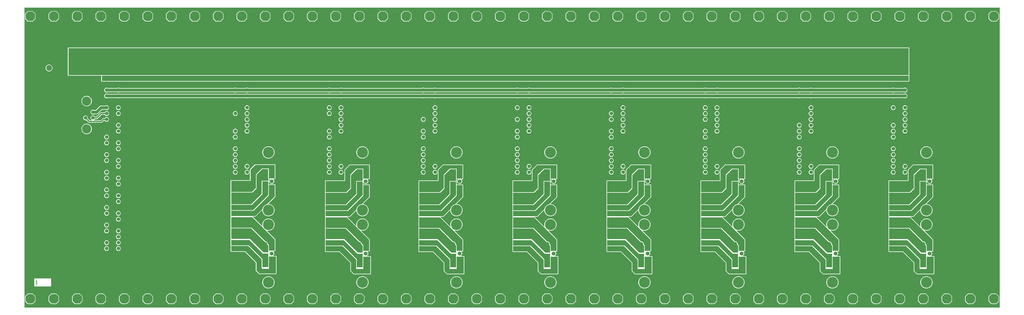
<source format=gbr>
G04 Layer_Physical_Order=1*
G04 Layer_Color=255*
%FSLAX45Y45*%
%MOMM*%
%TF.FileFunction,Copper,L1,Top,Signal*%
%TF.Part,Single*%
G01*
G75*
%TA.AperFunction,Conductor*%
%ADD10C,1.27000*%
%ADD11C,0.50800*%
%TA.AperFunction,NonConductor*%
%ADD12C,0.25400*%
%TA.AperFunction,ComponentPad*%
%ADD13C,1.69000*%
%ADD14R,1.69000X1.69000*%
%ADD15C,4.76000*%
%TA.AperFunction,ViaPad*%
G04:AMPARAMS|DCode=16|XSize=4mm|YSize=4mm|CornerRadius=0mm|HoleSize=0mm|Usage=FLASHONLY|Rotation=180.000|XOffset=0mm|YOffset=0mm|HoleType=Round|Shape=Octagon|*
%AMOCTAGOND16*
4,1,8,-2.00000,1.00000,-2.00000,-1.00000,-1.00000,-2.00000,1.00000,-2.00000,2.00000,-1.00000,2.00000,1.00000,1.00000,2.00000,-1.00000,2.00000,-2.00000,1.00000,0.0*
%
%ADD16OCTAGOND16*%

%TA.AperFunction,ComponentPad*%
%ADD17C,1.52400*%
%ADD18C,4.00000*%
%TA.AperFunction,ViaPad*%
%ADD19C,4.00000*%
%TA.AperFunction,ComponentPad*%
%ADD20C,2.50000*%
%TA.AperFunction,ViaPad*%
%ADD21C,1.27000*%
G36*
X46812198Y18263196D02*
Y5283198D01*
X4648200Y5283200D01*
X4648200Y18263200D01*
X46812198Y18263196D01*
D02*
G37*
%LPC*%
G36*
X38150800Y11240578D02*
X38124225Y11237080D01*
X38099460Y11226822D01*
X38078195Y11210504D01*
X38061877Y11189239D01*
X38051620Y11164475D01*
X38048123Y11137900D01*
X38051620Y11111325D01*
X38061877Y11086561D01*
X38078195Y11065296D01*
X38099460Y11048978D01*
X38124225Y11038720D01*
X38150800Y11035222D01*
X38177374Y11038720D01*
X38202139Y11048978D01*
X38223404Y11065296D01*
X38239722Y11086561D01*
X38249979Y11111325D01*
X38253479Y11137900D01*
X38249979Y11164475D01*
X38239722Y11189239D01*
X38223404Y11210504D01*
X38202139Y11226822D01*
X38177374Y11237080D01*
X38150800Y11240578D01*
D02*
G37*
G36*
X34594800D02*
X34568225Y11237080D01*
X34543460Y11226822D01*
X34522195Y11210504D01*
X34505878Y11189239D01*
X34495621Y11164475D01*
X34492123Y11137900D01*
X34495621Y11111325D01*
X34505878Y11086561D01*
X34522195Y11065296D01*
X34543460Y11048978D01*
X34568225Y11038720D01*
X34594800Y11035222D01*
X34621375Y11038720D01*
X34646140Y11048978D01*
X34667404Y11065296D01*
X34683722Y11086561D01*
X34693979Y11111325D01*
X34697479Y11137900D01*
X34693979Y11164475D01*
X34683722Y11189239D01*
X34667404Y11210504D01*
X34646140Y11226822D01*
X34621375Y11237080D01*
X34594800Y11240578D01*
D02*
G37*
G36*
X42214801D02*
X42188226Y11237080D01*
X42163461Y11226822D01*
X42142197Y11210504D01*
X42125879Y11189239D01*
X42115619Y11164475D01*
X42112122Y11137900D01*
X42115619Y11111325D01*
X42125879Y11086561D01*
X42142197Y11065296D01*
X42163461Y11048978D01*
X42188226Y11038720D01*
X42214801Y11035222D01*
X42241376Y11038720D01*
X42266138Y11048978D01*
X42287405Y11065296D01*
X42303723Y11086561D01*
X42313980Y11111325D01*
X42317477Y11137900D01*
X42313980Y11164475D01*
X42303723Y11189239D01*
X42287405Y11210504D01*
X42266138Y11226822D01*
X42241376Y11237080D01*
X42214801Y11240578D01*
D02*
G37*
G36*
X38658801D02*
X38632224Y11237080D01*
X38607462Y11226822D01*
X38586197Y11210504D01*
X38569879Y11189239D01*
X38559619Y11164475D01*
X38556122Y11137900D01*
X38559619Y11111325D01*
X38569879Y11086561D01*
X38586197Y11065296D01*
X38607462Y11048978D01*
X38632224Y11038720D01*
X38658801Y11035222D01*
X38685376Y11038720D01*
X38710138Y11048978D01*
X38731403Y11065296D01*
X38747723Y11086561D01*
X38757980Y11111325D01*
X38761478Y11137900D01*
X38757980Y11164475D01*
X38747723Y11189239D01*
X38731403Y11210504D01*
X38710138Y11226822D01*
X38685376Y11237080D01*
X38658801Y11240578D01*
D02*
G37*
G36*
X30022800D02*
X29996225Y11237080D01*
X29971460Y11226822D01*
X29950195Y11210504D01*
X29933878Y11189239D01*
X29923621Y11164475D01*
X29920123Y11137900D01*
X29923621Y11111325D01*
X29933878Y11086561D01*
X29950195Y11065296D01*
X29971460Y11048978D01*
X29996225Y11038720D01*
X30022800Y11035222D01*
X30049374Y11038720D01*
X30074139Y11048978D01*
X30095404Y11065296D01*
X30111722Y11086561D01*
X30121979Y11111325D01*
X30125479Y11137900D01*
X30121979Y11164475D01*
X30111722Y11189239D01*
X30095404Y11210504D01*
X30074139Y11226822D01*
X30049374Y11237080D01*
X30022800Y11240578D01*
D02*
G37*
G36*
X26466800D02*
X26440225Y11237080D01*
X26415460Y11226822D01*
X26394196Y11210504D01*
X26377878Y11189239D01*
X26367621Y11164475D01*
X26364120Y11137900D01*
X26367621Y11111325D01*
X26377878Y11086561D01*
X26394196Y11065296D01*
X26415460Y11048978D01*
X26440225Y11038720D01*
X26466800Y11035222D01*
X26493375Y11038720D01*
X26518140Y11048978D01*
X26539404Y11065296D01*
X26555722Y11086561D01*
X26565979Y11111325D01*
X26569479Y11137900D01*
X26565979Y11164475D01*
X26555722Y11189239D01*
X26539404Y11210504D01*
X26518140Y11226822D01*
X26493375Y11237080D01*
X26466800Y11240578D01*
D02*
G37*
G36*
X34086801D02*
X34060226Y11237080D01*
X34035461Y11226822D01*
X34014197Y11210504D01*
X33997879Y11189239D01*
X33987619Y11164475D01*
X33984122Y11137900D01*
X33987619Y11111325D01*
X33997879Y11086561D01*
X34014197Y11065296D01*
X34035461Y11048978D01*
X34060226Y11038720D01*
X34086801Y11035222D01*
X34113376Y11038720D01*
X34138138Y11048978D01*
X34159406Y11065296D01*
X34175723Y11086561D01*
X34185980Y11111325D01*
X34189478Y11137900D01*
X34185980Y11164475D01*
X34175723Y11189239D01*
X34159406Y11210504D01*
X34138138Y11226822D01*
X34113376Y11237080D01*
X34086801Y11240578D01*
D02*
G37*
G36*
X30530801D02*
X30504224Y11237080D01*
X30479462Y11226822D01*
X30458197Y11210504D01*
X30441879Y11189239D01*
X30431619Y11164475D01*
X30428122Y11137900D01*
X30431619Y11111325D01*
X30441879Y11086561D01*
X30458197Y11065296D01*
X30479462Y11048978D01*
X30504224Y11038720D01*
X30530801Y11035222D01*
X30557376Y11038720D01*
X30582138Y11048978D01*
X30603403Y11065296D01*
X30619724Y11086561D01*
X30629980Y11111325D01*
X30633478Y11137900D01*
X30629980Y11164475D01*
X30619724Y11189239D01*
X30603403Y11210504D01*
X30582138Y11226822D01*
X30557376Y11237080D01*
X30530801Y11240578D01*
D02*
G37*
G36*
X42722800D02*
X42696225Y11237080D01*
X42671460Y11226822D01*
X42650195Y11210504D01*
X42633878Y11189239D01*
X42623621Y11164475D01*
X42620123Y11137900D01*
X42623621Y11111325D01*
X42633878Y11086561D01*
X42650195Y11065296D01*
X42671460Y11048978D01*
X42696225Y11038720D01*
X42722800Y11035222D01*
X42749374Y11038720D01*
X42774139Y11048978D01*
X42795404Y11065296D01*
X42811722Y11086561D01*
X42821979Y11111325D01*
X42825479Y11137900D01*
X42821979Y11164475D01*
X42811722Y11189239D01*
X42795404Y11210504D01*
X42774139Y11226822D01*
X42749374Y11237080D01*
X42722800Y11240578D01*
D02*
G37*
G36*
X21894800Y11494578D02*
X21868225Y11491080D01*
X21843462Y11480822D01*
X21822195Y11464504D01*
X21805878Y11443239D01*
X21795621Y11418475D01*
X21792122Y11391900D01*
X21795621Y11365325D01*
X21805878Y11340561D01*
X21822195Y11319296D01*
X21843462Y11302978D01*
X21868225Y11292720D01*
X21894800Y11289222D01*
X21921375Y11292720D01*
X21946140Y11302978D01*
X21967404Y11319296D01*
X21983722Y11340561D01*
X21993980Y11365325D01*
X21997478Y11391900D01*
X21993980Y11418475D01*
X21983722Y11443239D01*
X21967404Y11464504D01*
X21946140Y11480822D01*
X21921375Y11491080D01*
X21894800Y11494578D01*
D02*
G37*
G36*
X18338800D02*
X18312225Y11491080D01*
X18287460Y11480822D01*
X18266196Y11464504D01*
X18249878Y11443239D01*
X18239619Y11418475D01*
X18236122Y11391900D01*
X18239619Y11365325D01*
X18249878Y11340561D01*
X18266196Y11319296D01*
X18287460Y11302978D01*
X18312225Y11292720D01*
X18338800Y11289222D01*
X18365375Y11292720D01*
X18390138Y11302978D01*
X18411404Y11319296D01*
X18427722Y11340561D01*
X18437981Y11365325D01*
X18441478Y11391900D01*
X18437981Y11418475D01*
X18427722Y11443239D01*
X18411404Y11464504D01*
X18390138Y11480822D01*
X18365375Y11491080D01*
X18338800Y11494578D01*
D02*
G37*
G36*
X25958801D02*
X25932224Y11491080D01*
X25907462Y11480822D01*
X25886197Y11464504D01*
X25869879Y11443239D01*
X25859619Y11418475D01*
X25856122Y11391900D01*
X25859619Y11365325D01*
X25869879Y11340561D01*
X25886197Y11319296D01*
X25907462Y11302978D01*
X25932224Y11292720D01*
X25958801Y11289222D01*
X25985376Y11292720D01*
X26010138Y11302978D01*
X26031403Y11319296D01*
X26047723Y11340561D01*
X26057980Y11365325D01*
X26061478Y11391900D01*
X26057980Y11418475D01*
X26047723Y11443239D01*
X26031403Y11464504D01*
X26010138Y11480822D01*
X25985376Y11491080D01*
X25958801Y11494578D01*
D02*
G37*
G36*
X22402800D02*
X22376225Y11491080D01*
X22351460Y11480822D01*
X22330196Y11464504D01*
X22313878Y11443239D01*
X22303619Y11418475D01*
X22300122Y11391900D01*
X22303619Y11365325D01*
X22313878Y11340561D01*
X22330196Y11319296D01*
X22351460Y11302978D01*
X22376225Y11292720D01*
X22402800Y11289222D01*
X22429375Y11292720D01*
X22454140Y11302978D01*
X22475404Y11319296D01*
X22491722Y11340561D01*
X22501981Y11365325D01*
X22505478Y11391900D01*
X22501981Y11418475D01*
X22491722Y11443239D01*
X22475404Y11464504D01*
X22454140Y11480822D01*
X22429375Y11491080D01*
X22402800Y11494578D01*
D02*
G37*
G36*
X13766800D02*
X13740225Y11491080D01*
X13715462Y11480822D01*
X13694196Y11464504D01*
X13677878Y11443239D01*
X13667619Y11418475D01*
X13664122Y11391900D01*
X13667619Y11365325D01*
X13677878Y11340561D01*
X13694196Y11319296D01*
X13715462Y11302978D01*
X13740225Y11292720D01*
X13766800Y11289222D01*
X13793375Y11292720D01*
X13818140Y11302978D01*
X13839404Y11319296D01*
X13855722Y11340561D01*
X13865981Y11365325D01*
X13869478Y11391900D01*
X13865981Y11418475D01*
X13855722Y11443239D01*
X13839404Y11464504D01*
X13818140Y11480822D01*
X13793375Y11491080D01*
X13766800Y11494578D01*
D02*
G37*
G36*
X8712200D02*
X8685625Y11491080D01*
X8660861Y11480822D01*
X8639596Y11464504D01*
X8623278Y11443239D01*
X8613020Y11418475D01*
X8609522Y11391900D01*
X8613020Y11365325D01*
X8623278Y11340561D01*
X8639596Y11319296D01*
X8660861Y11302978D01*
X8685625Y11292720D01*
X8712200Y11289222D01*
X8738775Y11292720D01*
X8763539Y11302978D01*
X8784804Y11319296D01*
X8801122Y11340561D01*
X8811380Y11365325D01*
X8814878Y11391900D01*
X8811380Y11418475D01*
X8801122Y11443239D01*
X8784804Y11464504D01*
X8763539Y11480822D01*
X8738775Y11491080D01*
X8712200Y11494578D01*
D02*
G37*
G36*
X17830800D02*
X17804225Y11491080D01*
X17779462Y11480822D01*
X17758195Y11464504D01*
X17741878Y11443239D01*
X17731619Y11418475D01*
X17728122Y11391900D01*
X17731619Y11365325D01*
X17741878Y11340561D01*
X17758195Y11319296D01*
X17779462Y11302978D01*
X17804225Y11292720D01*
X17830800Y11289222D01*
X17857375Y11292720D01*
X17882140Y11302978D01*
X17903404Y11319296D01*
X17919722Y11340561D01*
X17929980Y11365325D01*
X17933478Y11391900D01*
X17929980Y11418475D01*
X17919722Y11443239D01*
X17903404Y11464504D01*
X17882140Y11480822D01*
X17857375Y11491080D01*
X17830800Y11494578D01*
D02*
G37*
G36*
X14274800D02*
X14248225Y11491080D01*
X14223460Y11480822D01*
X14202196Y11464504D01*
X14185878Y11443239D01*
X14175620Y11418475D01*
X14172122Y11391900D01*
X14175620Y11365325D01*
X14185878Y11340561D01*
X14202196Y11319296D01*
X14223460Y11302978D01*
X14248225Y11292720D01*
X14274800Y11289222D01*
X14301375Y11292720D01*
X14326138Y11302978D01*
X14347404Y11319296D01*
X14363722Y11340561D01*
X14373981Y11365325D01*
X14377478Y11391900D01*
X14373981Y11418475D01*
X14363722Y11443239D01*
X14347404Y11464504D01*
X14326138Y11480822D01*
X14301375Y11491080D01*
X14274800Y11494578D01*
D02*
G37*
G36*
X39847223Y11469602D02*
X39009024D01*
X38999036Y11467615D01*
X38990567Y11461957D01*
X38990567Y11461956D01*
X38812766Y11284157D01*
X38812766Y11284156D01*
X38787366Y11258757D01*
X38781708Y11250289D01*
X38779721Y11240300D01*
Y10783802D01*
X37967624D01*
X37957635Y10781815D01*
X37949167Y10776157D01*
X37943509Y10767689D01*
X37941522Y10757700D01*
Y10275100D01*
X37943509Y10265112D01*
X37945554Y10262049D01*
X37943509Y10258987D01*
X37941522Y10248999D01*
Y9742401D01*
X37943509Y9732413D01*
X37945554Y9729351D01*
X37943509Y9726288D01*
X37941522Y9716300D01*
X37941522Y9487700D01*
X37943509Y9477712D01*
X37945554Y9474649D01*
X37943509Y9471587D01*
X37941522Y9461599D01*
Y9233700D01*
X37943509Y9223712D01*
X37949167Y9215243D01*
Y9201357D01*
X37943509Y9192889D01*
X37941522Y9182900D01*
X37941522Y8726401D01*
X37943509Y8716413D01*
X37945554Y8713351D01*
X37943509Y8710288D01*
X37941522Y8700300D01*
X37941522Y8243100D01*
X37943509Y8233111D01*
X37949167Y8224643D01*
Y8210756D01*
X37943509Y8202288D01*
X37941522Y8192300D01*
Y7963700D01*
X37943509Y7953711D01*
X37945950Y7950055D01*
X37944348Y7947672D01*
X37944336Y7947626D01*
X37944312Y7947587D01*
X37943326Y7942627D01*
X37942325Y7937690D01*
X37941553Y7718788D01*
X37941559Y7718766D01*
X37941553Y7718742D01*
X37942542Y7713737D01*
X37943506Y7708793D01*
X37943518Y7708774D01*
X37943524Y7708750D01*
X37946332Y7704531D01*
X37949133Y7700305D01*
X37949152Y7700292D01*
X37949167Y7700273D01*
X37958130Y7691276D01*
X37958151Y7691264D01*
X37958163Y7691244D01*
X37962387Y7688422D01*
X37966589Y7685603D01*
X37966611Y7685599D01*
X37966632Y7685586D01*
X37971594Y7684599D01*
X37976572Y7683599D01*
X37976596Y7683603D01*
X37976620Y7683599D01*
X38566412Y7683599D01*
X39033722Y7216288D01*
Y6871500D01*
X39035709Y6861512D01*
X39041367Y6853044D01*
X39168365Y6726044D01*
X39168365Y6726043D01*
X39176834Y6720385D01*
X39186823Y6718398D01*
X39898022Y6718399D01*
X39908011Y6720385D01*
X39916479Y6726043D01*
X39922137Y6734512D01*
X39924124Y6744500D01*
Y7468400D01*
X39924124Y7468401D01*
X39924124Y7468401D01*
X39924124Y7481101D01*
X39922137Y7491088D01*
X39922137Y7491089D01*
X39922137Y7491090D01*
X39918729Y7496189D01*
X39916479Y7499557D01*
X39916479Y7499557D01*
X39916479Y7499558D01*
X39913110Y7501808D01*
X39908011Y7505215D01*
X39908011Y7505215D01*
X39908011Y7505215D01*
X39898022Y7507201D01*
X39773972D01*
X39771445Y7519901D01*
X39780927Y7523828D01*
X39803925Y7541476D01*
X39821573Y7564475D01*
X39832666Y7591258D01*
X39836450Y7620000D01*
X39832666Y7648742D01*
X39821573Y7675525D01*
X39805630Y7696299D01*
X39809250Y7708999D01*
X39847223D01*
X39857211Y7710985D01*
X39865680Y7716643D01*
X39871338Y7725112D01*
X39873325Y7735100D01*
Y8217700D01*
X39871338Y8227689D01*
X39865680Y8236157D01*
X39834180Y8267656D01*
X39834015Y8268489D01*
X39828357Y8276957D01*
X39819888Y8282615D01*
X39819055Y8282780D01*
X39494183Y8607654D01*
X39501239Y8618214D01*
X39501691Y8618026D01*
X39542035Y8608340D01*
X39583401Y8605085D01*
X39624765Y8608340D01*
X39665109Y8618026D01*
X39703442Y8633904D01*
X39738818Y8655584D01*
X39770370Y8682530D01*
X39797318Y8714081D01*
X39818994Y8749458D01*
X39834875Y8787791D01*
X39844559Y8828136D01*
X39847815Y8869500D01*
X39844559Y8910864D01*
X39834875Y8951209D01*
X39818994Y8989542D01*
X39797318Y9024919D01*
X39770370Y9056470D01*
X39738818Y9083416D01*
X39703442Y9105095D01*
X39665109Y9120974D01*
X39624765Y9130660D01*
X39583401Y9133915D01*
X39542035Y9130660D01*
X39501691Y9120974D01*
X39463358Y9105095D01*
X39427982Y9083416D01*
X39396429Y9056470D01*
X39369485Y9024919D01*
X39347803Y8989542D01*
X39331927Y8951209D01*
X39322241Y8910864D01*
X39318985Y8869500D01*
X39322241Y8828136D01*
X39331927Y8787791D01*
X39332114Y8787339D01*
X39321555Y8780283D01*
X39281479Y8820357D01*
X39281479Y8820357D01*
X38906937Y9194899D01*
X38912198Y9207599D01*
X39009021D01*
X39009024Y9207598D01*
X39019012Y9209585D01*
X39027481Y9215243D01*
X39027481Y9215244D01*
X39306509Y9494272D01*
X39319415Y9489219D01*
X39322241Y9453336D01*
X39331927Y9412991D01*
X39347803Y9374658D01*
X39369485Y9339281D01*
X39396429Y9307730D01*
X39427982Y9280784D01*
X39463358Y9259105D01*
X39501691Y9243226D01*
X39542035Y9233540D01*
X39583401Y9230285D01*
X39624765Y9233540D01*
X39665109Y9243226D01*
X39703442Y9259105D01*
X39738818Y9280784D01*
X39770370Y9307730D01*
X39797318Y9339281D01*
X39818994Y9374658D01*
X39834875Y9412991D01*
X39844559Y9453336D01*
X39847815Y9494700D01*
X39844559Y9536064D01*
X39834875Y9576409D01*
X39818994Y9614742D01*
X39797318Y9650119D01*
X39770370Y9681670D01*
X39738818Y9708616D01*
X39703442Y9730295D01*
X39665109Y9746174D01*
X39624765Y9755860D01*
X39588882Y9758684D01*
X39583829Y9771591D01*
X39865680Y10053443D01*
X39871338Y10061911D01*
X39873325Y10071900D01*
Y10579900D01*
X39871338Y10589889D01*
X39865680Y10598357D01*
X39857211Y10604015D01*
X39847223Y10606002D01*
X39593924D01*
Y10732300D01*
X39591937Y10742289D01*
X39589893Y10745351D01*
X39591937Y10748413D01*
X39593924Y10758402D01*
Y10833199D01*
X39641550D01*
X39645169Y10820499D01*
X39629227Y10799725D01*
X39618134Y10772942D01*
X39614349Y10744200D01*
X39618134Y10715458D01*
X39629227Y10688675D01*
X39646875Y10665676D01*
X39669876Y10648028D01*
X39696658Y10636934D01*
X39725400Y10633150D01*
X39754141Y10636934D01*
X39780927Y10648028D01*
X39803925Y10665676D01*
X39821573Y10688675D01*
X39832666Y10715458D01*
X39836450Y10744200D01*
X39832666Y10772942D01*
X39821573Y10799725D01*
X39805630Y10820499D01*
X39809250Y10833199D01*
X39847223D01*
X39857211Y10835185D01*
X39865680Y10840843D01*
X39871338Y10849312D01*
X39873325Y10859300D01*
Y11443500D01*
X39871338Y11453489D01*
X39865680Y11461957D01*
X39857211Y11467615D01*
X39847223Y11469602D01*
D02*
G37*
G36*
X35783224D02*
X34945023D01*
X34935034Y11467615D01*
X34926566Y11461957D01*
X34926566Y11461956D01*
X34748767Y11284157D01*
X34748767Y11284156D01*
X34723367Y11258757D01*
X34717709Y11250289D01*
X34715723Y11240300D01*
Y10783802D01*
X33903622D01*
X33893634Y10781815D01*
X33885168Y10776157D01*
X33879510Y10767689D01*
X33877521Y10757700D01*
Y10275100D01*
X33879510Y10265112D01*
X33881555Y10262049D01*
X33879510Y10258987D01*
X33877521Y10248999D01*
Y9742401D01*
X33879510Y9732413D01*
X33881555Y9729351D01*
X33879507Y9726288D01*
X33877521Y9716300D01*
X33877521Y9487700D01*
X33879510Y9477712D01*
X33881555Y9474649D01*
X33879510Y9471587D01*
X33877521Y9461599D01*
Y9233700D01*
X33879510Y9223712D01*
X33885168Y9215243D01*
Y9201357D01*
X33879510Y9192889D01*
X33877521Y9182900D01*
X33877521Y8726401D01*
X33879507Y8716413D01*
X33881555Y8713351D01*
X33879507Y8710288D01*
X33877521Y8700300D01*
X33877521Y8243100D01*
X33879507Y8233111D01*
X33885165Y8224643D01*
Y8210756D01*
X33879507Y8202288D01*
X33877521Y8192300D01*
Y7963700D01*
X33879507Y7953711D01*
X33881952Y7950055D01*
X33880347Y7947672D01*
X33880338Y7947626D01*
X33880310Y7947587D01*
X33879324Y7942627D01*
X33878326Y7937690D01*
X33877554Y7718788D01*
X33877557Y7718766D01*
X33877554Y7718742D01*
X33878540Y7713737D01*
X33879504Y7708793D01*
X33879517Y7708774D01*
X33879523Y7708750D01*
X33882333Y7704531D01*
X33885135Y7700305D01*
X33885153Y7700292D01*
X33885165Y7700273D01*
X33894131Y7691276D01*
X33894150Y7691264D01*
X33894162Y7691244D01*
X33898386Y7688422D01*
X33902588Y7685603D01*
X33902612Y7685599D01*
X33902631Y7685586D01*
X33907593Y7684599D01*
X33912573Y7683599D01*
X33912595Y7683603D01*
X33912619Y7683599D01*
X34502411Y7683599D01*
X34969724Y7216288D01*
Y6871500D01*
X34971710Y6861512D01*
X34977368Y6853044D01*
X35104367Y6726044D01*
X35104367Y6726043D01*
X35112833Y6720385D01*
X35122824Y6718398D01*
X35834024Y6718399D01*
X35844012Y6720385D01*
X35852481Y6726043D01*
X35858139Y6734512D01*
X35860126Y6744500D01*
Y7468400D01*
X35860126Y7468401D01*
X35860126Y7468401D01*
X35860123Y7481101D01*
X35858136Y7491088D01*
X35858136Y7491089D01*
X35858136Y7491090D01*
X35854730Y7496189D01*
X35852478Y7499557D01*
X35852478Y7499557D01*
X35852478Y7499558D01*
X35849109Y7501808D01*
X35844012Y7505215D01*
X35844009Y7505215D01*
X35844009Y7505215D01*
X35834024Y7507201D01*
X35709970D01*
X35707446Y7519901D01*
X35716925Y7523828D01*
X35739923Y7541476D01*
X35757571Y7564475D01*
X35768665Y7591258D01*
X35772449Y7620000D01*
X35768665Y7648742D01*
X35757571Y7675525D01*
X35741632Y7696299D01*
X35745248Y7708999D01*
X35783224D01*
X35793213Y7710985D01*
X35801682Y7716643D01*
X35807339Y7725112D01*
X35809326Y7735100D01*
Y8217700D01*
X35807339Y8227689D01*
X35801682Y8236157D01*
X35770181Y8267656D01*
X35770016Y8268489D01*
X35764359Y8276957D01*
X35755890Y8282615D01*
X35755057Y8282780D01*
X35430182Y8607654D01*
X35437238Y8618214D01*
X35437692Y8618026D01*
X35478036Y8608340D01*
X35519400Y8605085D01*
X35560764Y8608340D01*
X35601108Y8618026D01*
X35639441Y8633904D01*
X35674820Y8655584D01*
X35706369Y8682530D01*
X35733316Y8714081D01*
X35754996Y8749458D01*
X35770874Y8787791D01*
X35780560Y8828136D01*
X35783813Y8869500D01*
X35780560Y8910864D01*
X35770874Y8951209D01*
X35754996Y8989542D01*
X35733316Y9024919D01*
X35706369Y9056470D01*
X35674820Y9083416D01*
X35639441Y9105095D01*
X35601108Y9120974D01*
X35560764Y9130660D01*
X35519400Y9133915D01*
X35478036Y9130660D01*
X35437692Y9120974D01*
X35399359Y9105095D01*
X35363980Y9083416D01*
X35332431Y9056470D01*
X35305484Y9024919D01*
X35283804Y8989542D01*
X35267926Y8951209D01*
X35258240Y8910864D01*
X35254984Y8869500D01*
X35258240Y8828136D01*
X35267926Y8787791D01*
X35268115Y8787339D01*
X35257553Y8780283D01*
X35217480Y8820357D01*
X35217480Y8820357D01*
X34842938Y9194899D01*
X34848199Y9207599D01*
X34945023D01*
X34945023Y9207598D01*
X34955011Y9209585D01*
X34963480Y9215243D01*
X34963480Y9215244D01*
X35242508Y9494272D01*
X35255417Y9489219D01*
X35258240Y9453336D01*
X35267926Y9412991D01*
X35283804Y9374658D01*
X35305484Y9339281D01*
X35332431Y9307730D01*
X35363980Y9280784D01*
X35399359Y9259105D01*
X35437692Y9243226D01*
X35478036Y9233540D01*
X35519400Y9230285D01*
X35560764Y9233540D01*
X35601108Y9243226D01*
X35639441Y9259105D01*
X35674820Y9280784D01*
X35706369Y9307730D01*
X35733316Y9339281D01*
X35754996Y9374658D01*
X35770874Y9412991D01*
X35780560Y9453336D01*
X35783813Y9494700D01*
X35780560Y9536064D01*
X35770874Y9576409D01*
X35754996Y9614742D01*
X35733316Y9650119D01*
X35706369Y9681670D01*
X35674820Y9708616D01*
X35639441Y9730295D01*
X35601108Y9746174D01*
X35560764Y9755860D01*
X35524881Y9758684D01*
X35519827Y9771591D01*
X35801682Y10053443D01*
X35807339Y10061911D01*
X35809326Y10071900D01*
Y10579900D01*
X35807339Y10589889D01*
X35801682Y10598357D01*
X35793213Y10604015D01*
X35783224Y10606002D01*
X35529926D01*
Y10732300D01*
X35527939Y10742289D01*
X35525891Y10745351D01*
X35527939Y10748413D01*
X35529926Y10758402D01*
Y10833199D01*
X35577551D01*
X35581168Y10820499D01*
X35565228Y10799725D01*
X35554135Y10772942D01*
X35550351Y10744200D01*
X35554135Y10715458D01*
X35565228Y10688675D01*
X35582877Y10665676D01*
X35605875Y10648028D01*
X35632657Y10636934D01*
X35661401Y10633150D01*
X35690143Y10636934D01*
X35716925Y10648028D01*
X35739923Y10665676D01*
X35757571Y10688675D01*
X35768665Y10715458D01*
X35772449Y10744200D01*
X35768665Y10772942D01*
X35757571Y10799725D01*
X35741632Y10820499D01*
X35745248Y10833199D01*
X35783224D01*
X35793213Y10835185D01*
X35801682Y10840843D01*
X35807339Y10849312D01*
X35809326Y10859300D01*
Y11443500D01*
X35807339Y11453489D01*
X35801682Y11461957D01*
X35793213Y11467615D01*
X35783224Y11469602D01*
D02*
G37*
G36*
X8204200Y10986578D02*
X8177625Y10983080D01*
X8152861Y10972822D01*
X8131596Y10956504D01*
X8115278Y10935239D01*
X8105020Y10910475D01*
X8101522Y10883900D01*
X8105020Y10857325D01*
X8115278Y10832561D01*
X8131596Y10811296D01*
X8152861Y10794978D01*
X8177625Y10784720D01*
X8204200Y10781222D01*
X8230775Y10784720D01*
X8255539Y10794978D01*
X8276804Y10811296D01*
X8293122Y10832561D01*
X8303380Y10857325D01*
X8306878Y10883900D01*
X8303380Y10910475D01*
X8293122Y10935239D01*
X8276804Y10956504D01*
X8255539Y10972822D01*
X8230775Y10983080D01*
X8204200Y10986578D01*
D02*
G37*
G36*
X43911224Y11469602D02*
X43073022D01*
X43063034Y11467615D01*
X43054568Y11461957D01*
X43054565Y11461956D01*
X42876767Y11284157D01*
X42876767Y11284156D01*
X42851367Y11258757D01*
X42845709Y11250289D01*
X42843723Y11240300D01*
Y10783802D01*
X42031622D01*
X42021634Y10781815D01*
X42013168Y10776157D01*
X42007510Y10767689D01*
X42005521Y10757700D01*
Y10275100D01*
X42007510Y10265112D01*
X42009555Y10262049D01*
X42007510Y10258987D01*
X42005521Y10248999D01*
Y9742401D01*
X42007510Y9732413D01*
X42009555Y9729351D01*
X42007507Y9726288D01*
X42005521Y9716300D01*
X42005521Y9487700D01*
X42007510Y9477712D01*
X42009555Y9474649D01*
X42007510Y9471587D01*
X42005521Y9461599D01*
Y9233700D01*
X42007510Y9223712D01*
X42013168Y9215243D01*
Y9201357D01*
X42007510Y9192889D01*
X42005521Y9182900D01*
X42005521Y8726401D01*
X42007507Y8716413D01*
X42009555Y8713351D01*
X42007507Y8710288D01*
X42005521Y8700300D01*
X42005521Y8243100D01*
X42007507Y8233111D01*
X42013165Y8224643D01*
Y8210756D01*
X42007507Y8202288D01*
X42005521Y8192300D01*
Y7963700D01*
X42007507Y7953711D01*
X42009952Y7950055D01*
X42008347Y7947672D01*
X42008337Y7947626D01*
X42008310Y7947587D01*
X42007324Y7942627D01*
X42006326Y7937690D01*
X42005554Y7718788D01*
X42005557Y7718766D01*
X42005554Y7718742D01*
X42006540Y7713737D01*
X42007504Y7708793D01*
X42007516Y7708774D01*
X42007523Y7708750D01*
X42010333Y7704531D01*
X42013135Y7700305D01*
X42013153Y7700292D01*
X42013165Y7700273D01*
X42022131Y7691276D01*
X42022150Y7691264D01*
X42022162Y7691244D01*
X42026385Y7688422D01*
X42030588Y7685603D01*
X42030612Y7685599D01*
X42030630Y7685586D01*
X42035593Y7684599D01*
X42040573Y7683599D01*
X42040594Y7683603D01*
X42040619Y7683599D01*
X42630411Y7683599D01*
X43097723Y7216288D01*
Y6871500D01*
X43099710Y6861512D01*
X43105368Y6853044D01*
X43232367Y6726044D01*
X43232367Y6726043D01*
X43240833Y6720385D01*
X43250824Y6718398D01*
X43962024Y6718399D01*
X43972012Y6720385D01*
X43980481Y6726043D01*
X43986139Y6734512D01*
X43988126Y6744500D01*
Y7468400D01*
X43988126Y7468401D01*
X43988126Y7468401D01*
X43988123Y7481101D01*
X43986136Y7491088D01*
X43986136Y7491089D01*
X43986136Y7491090D01*
X43982730Y7496189D01*
X43980478Y7499557D01*
X43980478Y7499557D01*
X43980478Y7499558D01*
X43977109Y7501808D01*
X43972012Y7505215D01*
X43972009Y7505215D01*
X43972009Y7505215D01*
X43962024Y7507201D01*
X43837970D01*
X43835446Y7519901D01*
X43844925Y7523828D01*
X43867923Y7541476D01*
X43885571Y7564475D01*
X43896667Y7591258D01*
X43900449Y7620000D01*
X43896667Y7648742D01*
X43885571Y7675525D01*
X43869632Y7696299D01*
X43873248Y7708999D01*
X43911224D01*
X43921213Y7710985D01*
X43929681Y7716643D01*
X43935339Y7725112D01*
X43937326Y7735100D01*
Y8217700D01*
X43935339Y8227689D01*
X43929681Y8236157D01*
X43898181Y8267656D01*
X43898016Y8268489D01*
X43892358Y8276957D01*
X43883890Y8282615D01*
X43883057Y8282780D01*
X43558182Y8607654D01*
X43565237Y8618214D01*
X43565692Y8618026D01*
X43606036Y8608340D01*
X43647400Y8605085D01*
X43688763Y8608340D01*
X43729108Y8618026D01*
X43767441Y8633904D01*
X43802820Y8655584D01*
X43834369Y8682530D01*
X43861316Y8714081D01*
X43882996Y8749458D01*
X43898874Y8787791D01*
X43908560Y8828136D01*
X43911816Y8869500D01*
X43908560Y8910864D01*
X43898874Y8951209D01*
X43882996Y8989542D01*
X43861316Y9024919D01*
X43834369Y9056470D01*
X43802820Y9083416D01*
X43767441Y9105095D01*
X43729108Y9120974D01*
X43688763Y9130660D01*
X43647400Y9133915D01*
X43606036Y9130660D01*
X43565692Y9120974D01*
X43527359Y9105095D01*
X43491980Y9083416D01*
X43460431Y9056470D01*
X43433484Y9024919D01*
X43411804Y8989542D01*
X43395926Y8951209D01*
X43386240Y8910864D01*
X43382986Y8869500D01*
X43386240Y8828136D01*
X43395926Y8787791D01*
X43396115Y8787339D01*
X43385553Y8780283D01*
X43345480Y8820357D01*
X43345480Y8820357D01*
X42970938Y9194899D01*
X42976199Y9207599D01*
X43073022D01*
X43073022Y9207598D01*
X43083011Y9209585D01*
X43091479Y9215243D01*
X43091479Y9215244D01*
X43370508Y9494272D01*
X43383417Y9489219D01*
X43386240Y9453336D01*
X43395926Y9412991D01*
X43411804Y9374658D01*
X43433484Y9339281D01*
X43460431Y9307730D01*
X43491980Y9280784D01*
X43527359Y9259105D01*
X43565692Y9243226D01*
X43606036Y9233540D01*
X43647400Y9230285D01*
X43688763Y9233540D01*
X43729108Y9243226D01*
X43767441Y9259105D01*
X43802820Y9280784D01*
X43834369Y9307730D01*
X43861316Y9339281D01*
X43882996Y9374658D01*
X43898874Y9412991D01*
X43908560Y9453336D01*
X43911816Y9494700D01*
X43908560Y9536064D01*
X43898874Y9576409D01*
X43882996Y9614742D01*
X43861316Y9650119D01*
X43834369Y9681670D01*
X43802820Y9708616D01*
X43767441Y9730295D01*
X43729108Y9746174D01*
X43688763Y9755860D01*
X43652881Y9758684D01*
X43647827Y9771591D01*
X43929681Y10053443D01*
X43935339Y10061911D01*
X43937326Y10071900D01*
Y10579900D01*
X43935339Y10589889D01*
X43929681Y10598357D01*
X43921213Y10604015D01*
X43911224Y10606002D01*
X43657925D01*
Y10732300D01*
X43655939Y10742289D01*
X43653891Y10745351D01*
X43655939Y10748413D01*
X43657925Y10758402D01*
Y10833199D01*
X43705551D01*
X43709167Y10820499D01*
X43693228Y10799725D01*
X43682135Y10772942D01*
X43678351Y10744200D01*
X43682135Y10715458D01*
X43693228Y10688675D01*
X43710876Y10665676D01*
X43733875Y10648028D01*
X43760657Y10636934D01*
X43789401Y10633150D01*
X43818143Y10636934D01*
X43844925Y10648028D01*
X43867923Y10665676D01*
X43885571Y10688675D01*
X43896667Y10715458D01*
X43900449Y10744200D01*
X43896667Y10772942D01*
X43885571Y10799725D01*
X43869632Y10820499D01*
X43873248Y10833199D01*
X43911224D01*
X43921213Y10835185D01*
X43929681Y10840843D01*
X43935339Y10849312D01*
X43937326Y10859300D01*
Y11443500D01*
X43935339Y11453489D01*
X43929681Y11461957D01*
X43921213Y11467615D01*
X43911224Y11469602D01*
D02*
G37*
G36*
X23591223D02*
X22753023D01*
X22743034Y11467615D01*
X22734567Y11461957D01*
X22734566Y11461956D01*
X22556767Y11284157D01*
X22556766Y11284156D01*
X22531367Y11258757D01*
X22525710Y11250289D01*
X22523721Y11240300D01*
Y10783802D01*
X21711623D01*
X21701636Y10781815D01*
X21693167Y10776157D01*
X21687509Y10767689D01*
X21685522Y10757700D01*
Y10275100D01*
X21687509Y10265112D01*
X21689555Y10262049D01*
X21687509Y10258987D01*
X21685522Y10248999D01*
Y9742401D01*
X21687509Y9732413D01*
X21689555Y9729351D01*
X21687508Y9726288D01*
X21685522Y9716300D01*
X21685522Y9487700D01*
X21687509Y9477712D01*
X21689555Y9474649D01*
X21687509Y9471587D01*
X21685522Y9461599D01*
Y9233700D01*
X21687509Y9223712D01*
X21693167Y9215243D01*
Y9201357D01*
X21687509Y9192889D01*
X21685522Y9182900D01*
X21685521Y8726401D01*
X21687508Y8716413D01*
X21689554Y8713351D01*
X21687508Y8710288D01*
X21685521Y8700300D01*
X21685522Y8243100D01*
X21687508Y8233111D01*
X21693166Y8224643D01*
Y8210756D01*
X21687508Y8202288D01*
X21685522Y8192300D01*
Y7963700D01*
X21687508Y7953711D01*
X21689951Y7950055D01*
X21688347Y7947672D01*
X21688338Y7947626D01*
X21688310Y7947587D01*
X21687325Y7942627D01*
X21686325Y7937690D01*
X21685555Y7718788D01*
X21685558Y7718766D01*
X21685555Y7718742D01*
X21686540Y7713737D01*
X21687505Y7708793D01*
X21687518Y7708774D01*
X21687523Y7708750D01*
X21690332Y7704531D01*
X21693134Y7700305D01*
X21693153Y7700292D01*
X21693166Y7700273D01*
X21702130Y7691276D01*
X21702150Y7691264D01*
X21702164Y7691244D01*
X21706386Y7688422D01*
X21710588Y7685603D01*
X21710611Y7685599D01*
X21710631Y7685586D01*
X21715593Y7684599D01*
X21720573Y7683599D01*
X21720596Y7683603D01*
X21720619Y7683599D01*
X22310413Y7683599D01*
X22777722Y7216288D01*
Y6871500D01*
X22779709Y6861512D01*
X22785367Y6853044D01*
X22912366Y6726044D01*
X22912366Y6726043D01*
X22920834Y6720385D01*
X22930823Y6718398D01*
X23642023Y6718399D01*
X23652013Y6720385D01*
X23660480Y6726043D01*
X23666138Y6734512D01*
X23668124Y6744500D01*
Y7468400D01*
X23668124Y7468401D01*
X23668124Y7468401D01*
X23668124Y7481101D01*
X23666138Y7491088D01*
X23666138Y7491089D01*
X23666138Y7491090D01*
X23662729Y7496189D01*
X23660480Y7499557D01*
X23660480Y7499557D01*
X23660478Y7499558D01*
X23657109Y7501808D01*
X23652011Y7505215D01*
X23652010Y7505215D01*
X23652010Y7505215D01*
X23642023Y7507201D01*
X23517970D01*
X23515445Y7519901D01*
X23524925Y7523828D01*
X23547923Y7541476D01*
X23565572Y7564475D01*
X23576666Y7591258D01*
X23580450Y7620000D01*
X23576666Y7648742D01*
X23565572Y7675525D01*
X23549632Y7696299D01*
X23553249Y7708999D01*
X23591223D01*
X23601212Y7710985D01*
X23609680Y7716643D01*
X23615338Y7725112D01*
X23617325Y7735100D01*
Y8217700D01*
X23615338Y8227689D01*
X23609680Y8236157D01*
X23578180Y8267656D01*
X23578015Y8268489D01*
X23572357Y8276957D01*
X23563889Y8282615D01*
X23563055Y8282780D01*
X23238184Y8607654D01*
X23245238Y8618214D01*
X23245691Y8618026D01*
X23286037Y8608340D01*
X23327400Y8605085D01*
X23368764Y8608340D01*
X23409109Y8618026D01*
X23447443Y8633904D01*
X23482819Y8655584D01*
X23514371Y8682530D01*
X23541316Y8714081D01*
X23562994Y8749458D01*
X23578874Y8787791D01*
X23588560Y8828136D01*
X23591815Y8869500D01*
X23588560Y8910864D01*
X23578874Y8951209D01*
X23562994Y8989542D01*
X23541316Y9024919D01*
X23514371Y9056470D01*
X23482819Y9083416D01*
X23447443Y9105095D01*
X23409109Y9120974D01*
X23368764Y9130660D01*
X23327400Y9133915D01*
X23286037Y9130660D01*
X23245691Y9120974D01*
X23207358Y9105095D01*
X23171980Y9083416D01*
X23140430Y9056470D01*
X23113484Y9024919D01*
X23091805Y8989542D01*
X23075926Y8951209D01*
X23066240Y8910864D01*
X23062985Y8869500D01*
X23066240Y8828136D01*
X23075926Y8787791D01*
X23076114Y8787339D01*
X23065553Y8780283D01*
X23025481Y8820357D01*
X23025479Y8820357D01*
X22650938Y9194899D01*
X22656200Y9207599D01*
X22753021D01*
X22753023Y9207598D01*
X22763013Y9209585D01*
X22771480Y9215243D01*
X22771480Y9215244D01*
X23050510Y9494272D01*
X23063416Y9489219D01*
X23066240Y9453336D01*
X23075926Y9412991D01*
X23091805Y9374658D01*
X23113484Y9339281D01*
X23140430Y9307730D01*
X23171980Y9280784D01*
X23207358Y9259105D01*
X23245691Y9243226D01*
X23286037Y9233540D01*
X23327400Y9230285D01*
X23368764Y9233540D01*
X23409109Y9243226D01*
X23447443Y9259105D01*
X23482819Y9280784D01*
X23514371Y9307730D01*
X23541316Y9339281D01*
X23562994Y9374658D01*
X23578874Y9412991D01*
X23588560Y9453336D01*
X23591815Y9494700D01*
X23588560Y9536064D01*
X23578874Y9576409D01*
X23562994Y9614742D01*
X23541316Y9650119D01*
X23514371Y9681670D01*
X23482819Y9708616D01*
X23447443Y9730295D01*
X23409109Y9746174D01*
X23368764Y9755860D01*
X23332881Y9758684D01*
X23327827Y9771591D01*
X23609680Y10053443D01*
X23615338Y10061911D01*
X23617325Y10071900D01*
Y10579900D01*
X23615338Y10589889D01*
X23609680Y10598357D01*
X23601212Y10604015D01*
X23591223Y10606002D01*
X23337926D01*
Y10732300D01*
X23335938Y10742289D01*
X23333891Y10745351D01*
X23335938Y10748413D01*
X23337926Y10758402D01*
Y10833199D01*
X23385551D01*
X23389168Y10820499D01*
X23373228Y10799725D01*
X23362134Y10772942D01*
X23358350Y10744200D01*
X23362134Y10715458D01*
X23373228Y10688675D01*
X23390875Y10665676D01*
X23413875Y10648028D01*
X23440659Y10636934D01*
X23469400Y10633150D01*
X23498141Y10636934D01*
X23524925Y10648028D01*
X23547923Y10665676D01*
X23565572Y10688675D01*
X23576666Y10715458D01*
X23580450Y10744200D01*
X23576666Y10772942D01*
X23565572Y10799725D01*
X23549632Y10820499D01*
X23553249Y10833199D01*
X23591223D01*
X23601212Y10835185D01*
X23609680Y10840843D01*
X23615338Y10849312D01*
X23617325Y10859300D01*
Y11443500D01*
X23615338Y11453489D01*
X23609680Y11461957D01*
X23601212Y11467615D01*
X23591223Y11469602D01*
D02*
G37*
G36*
X19552623D02*
X18714423D01*
X18704436Y11467615D01*
X18695967Y11461957D01*
X18695966Y11461956D01*
X18518167Y11284157D01*
X18518166Y11284156D01*
X18492767Y11258757D01*
X18487109Y11250289D01*
X18485123Y11240300D01*
Y10783802D01*
X17673022D01*
X17663036Y10781815D01*
X17654567Y10776157D01*
X17648909Y10767689D01*
X17646922Y10757700D01*
Y10275100D01*
X17648909Y10265112D01*
X17650955Y10262049D01*
X17648909Y10258987D01*
X17646922Y10248999D01*
Y9742401D01*
X17648909Y9732413D01*
X17650955Y9729351D01*
X17648907Y9726288D01*
X17646922Y9716300D01*
X17646922Y9487700D01*
X17648909Y9477712D01*
X17650955Y9474649D01*
X17648909Y9471587D01*
X17646922Y9461599D01*
Y9233700D01*
X17648909Y9223712D01*
X17654567Y9215243D01*
Y9201357D01*
X17648909Y9192889D01*
X17646922Y9182900D01*
X17646921Y8726401D01*
X17648907Y8716413D01*
X17650954Y8713351D01*
X17648907Y8710288D01*
X17646921Y8700300D01*
X17646922Y8243100D01*
X17648907Y8233111D01*
X17654565Y8224643D01*
Y8210756D01*
X17648907Y8202288D01*
X17646922Y8192300D01*
Y7963700D01*
X17648907Y7953711D01*
X17651350Y7950055D01*
X17649747Y7947672D01*
X17649738Y7947626D01*
X17649712Y7947587D01*
X17648724Y7942627D01*
X17647725Y7937690D01*
X17646954Y7718788D01*
X17646957Y7718766D01*
X17646954Y7718742D01*
X17647940Y7713737D01*
X17648904Y7708793D01*
X17648918Y7708774D01*
X17648923Y7708750D01*
X17651732Y7704531D01*
X17654533Y7700305D01*
X17654553Y7700292D01*
X17654565Y7700273D01*
X17663530Y7691276D01*
X17663550Y7691264D01*
X17663564Y7691244D01*
X17667786Y7688422D01*
X17671988Y7685603D01*
X17672011Y7685599D01*
X17672031Y7685586D01*
X17676993Y7684599D01*
X17681973Y7683599D01*
X17681996Y7683603D01*
X17682019Y7683599D01*
X18271812Y7683599D01*
X18739122Y7216288D01*
Y6871500D01*
X18741109Y6861512D01*
X18746767Y6853044D01*
X18873766Y6726044D01*
X18873766Y6726043D01*
X18882234Y6720385D01*
X18892223Y6718398D01*
X19603423Y6718399D01*
X19613412Y6720385D01*
X19621880Y6726043D01*
X19627538Y6734512D01*
X19629526Y6744500D01*
Y7468400D01*
X19629526Y7468401D01*
X19629526Y7468401D01*
X19629524Y7481101D01*
X19627538Y7491088D01*
X19627538Y7491089D01*
X19627538Y7491090D01*
X19624129Y7496189D01*
X19621880Y7499557D01*
X19621880Y7499557D01*
X19621878Y7499558D01*
X19618509Y7501808D01*
X19613411Y7505215D01*
X19613409Y7505215D01*
X19613409Y7505215D01*
X19603423Y7507201D01*
X19453970D01*
X19451445Y7519901D01*
X19460925Y7523828D01*
X19483923Y7541476D01*
X19501572Y7564475D01*
X19512666Y7591258D01*
X19516451Y7620000D01*
X19512666Y7648742D01*
X19501572Y7675525D01*
X19485632Y7696299D01*
X19489249Y7708999D01*
X19552623D01*
X19562611Y7710985D01*
X19571080Y7716643D01*
X19576738Y7725112D01*
X19578725Y7735100D01*
Y8217700D01*
X19576738Y8227689D01*
X19571080Y8236157D01*
X19208128Y8599109D01*
X19214334Y8610189D01*
X19222037Y8608340D01*
X19263400Y8605085D01*
X19304764Y8608340D01*
X19345110Y8618026D01*
X19383443Y8633904D01*
X19418819Y8655584D01*
X19450369Y8682530D01*
X19477316Y8714081D01*
X19498994Y8749458D01*
X19514874Y8787791D01*
X19524561Y8828136D01*
X19527815Y8869500D01*
X19524561Y8910864D01*
X19514874Y8951209D01*
X19498994Y8989542D01*
X19477316Y9024919D01*
X19450369Y9056470D01*
X19418819Y9083416D01*
X19383443Y9105095D01*
X19345110Y9120974D01*
X19304764Y9130660D01*
X19263400Y9133915D01*
X19222037Y9130660D01*
X19181691Y9120974D01*
X19143358Y9105095D01*
X19107980Y9083416D01*
X19076430Y9056470D01*
X19049484Y9024919D01*
X19027805Y8989542D01*
X19011926Y8951209D01*
X19002240Y8910864D01*
X18998985Y8869500D01*
X19002240Y8828136D01*
X19004089Y8820434D01*
X18993008Y8814228D01*
X18986880Y8820357D01*
X18986879Y8820357D01*
X18612338Y9194899D01*
X18617599Y9207599D01*
X18714423D01*
X18724413Y9209585D01*
X18732880Y9215243D01*
X18732880Y9215244D01*
X18989233Y9471597D01*
X19001149Y9467202D01*
X19002240Y9453336D01*
X19011926Y9412991D01*
X19027805Y9374658D01*
X19049484Y9339281D01*
X19076430Y9307730D01*
X19107980Y9280784D01*
X19143358Y9259105D01*
X19181691Y9243226D01*
X19222037Y9233540D01*
X19263400Y9230285D01*
X19304764Y9233540D01*
X19345110Y9243226D01*
X19383443Y9259105D01*
X19418819Y9280784D01*
X19450369Y9307730D01*
X19477316Y9339281D01*
X19498994Y9374658D01*
X19514874Y9412991D01*
X19524561Y9453336D01*
X19527815Y9494700D01*
X19524561Y9536064D01*
X19514874Y9576409D01*
X19498994Y9614742D01*
X19477316Y9650119D01*
X19450369Y9681670D01*
X19418819Y9708616D01*
X19383443Y9730295D01*
X19345110Y9746174D01*
X19304764Y9755860D01*
X19290898Y9756951D01*
X19286504Y9768866D01*
X19571080Y10053443D01*
X19576738Y10061911D01*
X19578725Y10071900D01*
Y10579900D01*
X19576738Y10589889D01*
X19571080Y10598357D01*
X19562611Y10604015D01*
X19552623Y10606002D01*
X19299326D01*
Y10680719D01*
X19312025Y10685030D01*
X19326875Y10665676D01*
X19349875Y10648028D01*
X19376659Y10636934D01*
X19405400Y10633150D01*
X19434142Y10636934D01*
X19460925Y10648028D01*
X19483923Y10665676D01*
X19501572Y10688675D01*
X19512666Y10715458D01*
X19516451Y10744200D01*
X19512666Y10772942D01*
X19501572Y10799725D01*
X19485632Y10820499D01*
X19489249Y10833199D01*
X19552623D01*
X19562611Y10835185D01*
X19571080Y10840843D01*
X19576738Y10849312D01*
X19578725Y10859300D01*
Y11443500D01*
X19576738Y11453489D01*
X19571080Y11461957D01*
X19562611Y11467615D01*
X19552623Y11469602D01*
D02*
G37*
G36*
X31719223D02*
X30881024D01*
X30871036Y11467615D01*
X30862567Y11461957D01*
X30862567Y11461956D01*
X30684766Y11284157D01*
X30684766Y11284156D01*
X30659366Y11258757D01*
X30653708Y11250289D01*
X30651721Y11240300D01*
Y10783802D01*
X29839624D01*
X29829636Y10781815D01*
X29821167Y10776157D01*
X29815509Y10767689D01*
X29813522Y10757700D01*
Y10275100D01*
X29815509Y10265112D01*
X29817554Y10262049D01*
X29815509Y10258987D01*
X29813522Y10248999D01*
Y9742401D01*
X29815509Y9732413D01*
X29817554Y9729351D01*
X29815509Y9726288D01*
X29813522Y9716300D01*
X29813522Y9487700D01*
X29815509Y9477712D01*
X29817554Y9474649D01*
X29815509Y9471587D01*
X29813522Y9461599D01*
Y9233700D01*
X29815509Y9223712D01*
X29821167Y9215243D01*
Y9201357D01*
X29815509Y9192889D01*
X29813522Y9182900D01*
X29813522Y8726401D01*
X29815509Y8716413D01*
X29817554Y8713351D01*
X29815509Y8710288D01*
X29813522Y8700300D01*
X29813522Y8243100D01*
X29815509Y8233111D01*
X29821167Y8224643D01*
Y8210756D01*
X29815509Y8202288D01*
X29813522Y8192300D01*
Y7963700D01*
X29815509Y7953711D01*
X29817950Y7950055D01*
X29816348Y7947672D01*
X29816336Y7947626D01*
X29816312Y7947587D01*
X29815326Y7942627D01*
X29814325Y7937690D01*
X29813553Y7718788D01*
X29813559Y7718766D01*
X29813553Y7718742D01*
X29814539Y7713737D01*
X29815506Y7708793D01*
X29815518Y7708774D01*
X29815524Y7708750D01*
X29818332Y7704531D01*
X29821133Y7700305D01*
X29821152Y7700292D01*
X29821167Y7700273D01*
X29830130Y7691276D01*
X29830151Y7691264D01*
X29830164Y7691244D01*
X29834387Y7688422D01*
X29838589Y7685603D01*
X29838611Y7685599D01*
X29838632Y7685586D01*
X29843594Y7684599D01*
X29848572Y7683599D01*
X29848596Y7683603D01*
X29848621Y7683599D01*
X30438412Y7683599D01*
X30905722Y7216288D01*
Y6871500D01*
X30907709Y6861512D01*
X30913367Y6853044D01*
X31040366Y6726044D01*
X31040366Y6726043D01*
X31048834Y6720385D01*
X31058823Y6718398D01*
X31770023Y6718399D01*
X31780011Y6720385D01*
X31788480Y6726043D01*
X31794138Y6734512D01*
X31796124Y6744500D01*
Y7468400D01*
X31796124Y7468401D01*
X31796124Y7468401D01*
X31796124Y7481101D01*
X31794138Y7491088D01*
X31794138Y7491089D01*
X31794138Y7491090D01*
X31790729Y7496189D01*
X31788480Y7499557D01*
X31788480Y7499557D01*
X31788477Y7499558D01*
X31785110Y7501808D01*
X31780011Y7505215D01*
X31780011Y7505215D01*
X31780011Y7505215D01*
X31770023Y7507201D01*
X31645972D01*
X31643445Y7519901D01*
X31652924Y7523828D01*
X31675925Y7541476D01*
X31693573Y7564475D01*
X31704666Y7591258D01*
X31708450Y7620000D01*
X31704666Y7648742D01*
X31693573Y7675525D01*
X31677631Y7696299D01*
X31681250Y7708999D01*
X31719223D01*
X31729211Y7710985D01*
X31737680Y7716643D01*
X31743338Y7725112D01*
X31745325Y7735100D01*
Y8217700D01*
X31743338Y8227689D01*
X31737680Y8236157D01*
X31706180Y8267656D01*
X31706015Y8268489D01*
X31700357Y8276957D01*
X31691888Y8282615D01*
X31691055Y8282780D01*
X31366183Y8607654D01*
X31373239Y8618214D01*
X31373691Y8618026D01*
X31414035Y8608340D01*
X31455399Y8605085D01*
X31496765Y8608340D01*
X31537109Y8618026D01*
X31575443Y8633904D01*
X31610818Y8655584D01*
X31642371Y8682530D01*
X31669315Y8714081D01*
X31690994Y8749458D01*
X31706873Y8787791D01*
X31716559Y8828136D01*
X31719815Y8869500D01*
X31716559Y8910864D01*
X31706873Y8951209D01*
X31690994Y8989542D01*
X31669315Y9024919D01*
X31642371Y9056470D01*
X31610818Y9083416D01*
X31575443Y9105095D01*
X31537109Y9120974D01*
X31496765Y9130660D01*
X31455399Y9133915D01*
X31414035Y9130660D01*
X31373691Y9120974D01*
X31335358Y9105095D01*
X31299982Y9083416D01*
X31268430Y9056470D01*
X31241483Y9024919D01*
X31219803Y8989542D01*
X31203925Y8951209D01*
X31194241Y8910864D01*
X31190985Y8869500D01*
X31194241Y8828136D01*
X31203925Y8787791D01*
X31204114Y8787339D01*
X31193555Y8780283D01*
X31153479Y8820357D01*
X31153479Y8820357D01*
X30778937Y9194899D01*
X30784198Y9207599D01*
X30881021D01*
X30881024Y9207598D01*
X30891013Y9209585D01*
X30899481Y9215243D01*
X30899481Y9215244D01*
X31178510Y9494272D01*
X31191415Y9489219D01*
X31194241Y9453336D01*
X31203925Y9412991D01*
X31219803Y9374658D01*
X31241483Y9339281D01*
X31268430Y9307730D01*
X31299982Y9280784D01*
X31335358Y9259105D01*
X31373691Y9243226D01*
X31414035Y9233540D01*
X31455399Y9230285D01*
X31496765Y9233540D01*
X31537109Y9243226D01*
X31575443Y9259105D01*
X31610818Y9280784D01*
X31642371Y9307730D01*
X31669315Y9339281D01*
X31690994Y9374658D01*
X31706873Y9412991D01*
X31716559Y9453336D01*
X31719815Y9494700D01*
X31716559Y9536064D01*
X31706873Y9576409D01*
X31690994Y9614742D01*
X31669315Y9650119D01*
X31642371Y9681670D01*
X31610818Y9708616D01*
X31575443Y9730295D01*
X31537109Y9746174D01*
X31496765Y9755860D01*
X31460880Y9758684D01*
X31455829Y9771591D01*
X31737680Y10053443D01*
X31743338Y10061911D01*
X31745325Y10071900D01*
Y10579900D01*
X31743338Y10589889D01*
X31737680Y10598357D01*
X31729211Y10604015D01*
X31719223Y10606002D01*
X31465924D01*
Y10732300D01*
X31463937Y10742289D01*
X31461893Y10745351D01*
X31463937Y10748413D01*
X31465924Y10758402D01*
Y10833199D01*
X31513550D01*
X31517169Y10820499D01*
X31501227Y10799725D01*
X31490134Y10772942D01*
X31486349Y10744200D01*
X31490134Y10715458D01*
X31501227Y10688675D01*
X31518875Y10665676D01*
X31541876Y10648028D01*
X31568658Y10636934D01*
X31597400Y10633150D01*
X31626141Y10636934D01*
X31652924Y10648028D01*
X31675925Y10665676D01*
X31693573Y10688675D01*
X31704666Y10715458D01*
X31708450Y10744200D01*
X31704666Y10772942D01*
X31693573Y10799725D01*
X31677631Y10820499D01*
X31681250Y10833199D01*
X31719223D01*
X31729211Y10835185D01*
X31737680Y10840843D01*
X31743338Y10849312D01*
X31745325Y10859300D01*
Y11443500D01*
X31743338Y11453489D01*
X31737680Y11461957D01*
X31729211Y11467615D01*
X31719223Y11469602D01*
D02*
G37*
G36*
X27655222D02*
X26817023D01*
X26807034Y11467615D01*
X26798566Y11461957D01*
X26798566Y11461956D01*
X26620767Y11284157D01*
X26620767Y11284156D01*
X26595367Y11258757D01*
X26589709Y11250289D01*
X26587723Y11240300D01*
Y10783802D01*
X25775623D01*
X25765634Y10781815D01*
X25757166Y10776157D01*
X25751508Y10767689D01*
X25749521Y10757700D01*
Y10275100D01*
X25751508Y10265112D01*
X25753555Y10262049D01*
X25751508Y10258987D01*
X25749521Y10248999D01*
Y9742401D01*
X25751508Y9732413D01*
X25753555Y9729351D01*
X25751508Y9726288D01*
X25749521Y9716300D01*
X25749521Y9487700D01*
X25751508Y9477712D01*
X25753555Y9474649D01*
X25751508Y9471587D01*
X25749521Y9461599D01*
Y9233700D01*
X25751508Y9223712D01*
X25757166Y9215243D01*
Y9201357D01*
X25751508Y9192889D01*
X25749521Y9182900D01*
X25749521Y8726401D01*
X25751508Y8716413D01*
X25753555Y8713351D01*
X25751508Y8710288D01*
X25749521Y8700300D01*
X25749521Y8243100D01*
X25751508Y8233111D01*
X25757166Y8224643D01*
Y8210756D01*
X25751508Y8202288D01*
X25749521Y8192300D01*
Y7963700D01*
X25751508Y7953711D01*
X25753952Y7950055D01*
X25752347Y7947672D01*
X25752338Y7947626D01*
X25752310Y7947587D01*
X25751324Y7942627D01*
X25750323Y7937690D01*
X25749554Y7718788D01*
X25749557Y7718766D01*
X25749554Y7718742D01*
X25750540Y7713737D01*
X25751505Y7708793D01*
X25751517Y7708774D01*
X25751523Y7708750D01*
X25754333Y7704531D01*
X25757135Y7700305D01*
X25757153Y7700292D01*
X25757166Y7700273D01*
X25766129Y7691276D01*
X25766150Y7691264D01*
X25766162Y7691244D01*
X25770386Y7688422D01*
X25774588Y7685603D01*
X25774612Y7685599D01*
X25774631Y7685586D01*
X25779593Y7684599D01*
X25784573Y7683599D01*
X25784595Y7683603D01*
X25784619Y7683599D01*
X26374411Y7683599D01*
X26841721Y7216288D01*
Y6871500D01*
X26843710Y6861512D01*
X26849368Y6853044D01*
X26976367Y6726044D01*
X26976367Y6726043D01*
X26984833Y6720385D01*
X26994824Y6718398D01*
X27706024Y6718399D01*
X27716013Y6720385D01*
X27724481Y6726043D01*
X27730139Y6734512D01*
X27732126Y6744500D01*
Y7468400D01*
X27732126Y7468401D01*
X27732126Y7468401D01*
X27732123Y7481101D01*
X27730136Y7491088D01*
X27730136Y7491089D01*
X27730136Y7491090D01*
X27726730Y7496189D01*
X27724478Y7499557D01*
X27724478Y7499557D01*
X27724478Y7499558D01*
X27721109Y7501808D01*
X27716010Y7505215D01*
X27716010Y7505215D01*
X27716010Y7505215D01*
X27706024Y7507201D01*
X27581970D01*
X27579446Y7519901D01*
X27588925Y7523828D01*
X27611923Y7541476D01*
X27629572Y7564475D01*
X27640665Y7591258D01*
X27644449Y7620000D01*
X27640665Y7648742D01*
X27629572Y7675525D01*
X27613632Y7696299D01*
X27617249Y7708999D01*
X27655222D01*
X27665213Y7710985D01*
X27673679Y7716643D01*
X27679337Y7725112D01*
X27681326Y7735100D01*
Y8217700D01*
X27679337Y8227689D01*
X27673679Y8236157D01*
X27642181Y8267656D01*
X27642014Y8268489D01*
X27636356Y8276957D01*
X27627890Y8282615D01*
X27627057Y8282780D01*
X27302182Y8607654D01*
X27309238Y8618214D01*
X27309692Y8618026D01*
X27350037Y8608340D01*
X27391400Y8605085D01*
X27432764Y8608340D01*
X27473108Y8618026D01*
X27511441Y8633904D01*
X27546820Y8655584D01*
X27578369Y8682530D01*
X27605316Y8714081D01*
X27626996Y8749458D01*
X27642874Y8787791D01*
X27652560Y8828136D01*
X27655814Y8869500D01*
X27652560Y8910864D01*
X27642874Y8951209D01*
X27626996Y8989542D01*
X27605316Y9024919D01*
X27578369Y9056470D01*
X27546820Y9083416D01*
X27511441Y9105095D01*
X27473108Y9120974D01*
X27432764Y9130660D01*
X27391400Y9133915D01*
X27350037Y9130660D01*
X27309692Y9120974D01*
X27271359Y9105095D01*
X27235980Y9083416D01*
X27204431Y9056470D01*
X27177484Y9024919D01*
X27155804Y8989542D01*
X27139926Y8951209D01*
X27130240Y8910864D01*
X27126984Y8869500D01*
X27130240Y8828136D01*
X27139926Y8787791D01*
X27140115Y8787339D01*
X27129553Y8780283D01*
X27089481Y8820357D01*
X27089478Y8820357D01*
X26714938Y9194899D01*
X26720200Y9207599D01*
X26817023D01*
X26817023Y9207598D01*
X26827011Y9209585D01*
X26835480Y9215243D01*
X26835480Y9215244D01*
X27114508Y9494272D01*
X27127417Y9489219D01*
X27130240Y9453336D01*
X27139926Y9412991D01*
X27155804Y9374658D01*
X27177484Y9339281D01*
X27204431Y9307730D01*
X27235980Y9280784D01*
X27271359Y9259105D01*
X27309692Y9243226D01*
X27350037Y9233540D01*
X27391400Y9230285D01*
X27432764Y9233540D01*
X27473108Y9243226D01*
X27511441Y9259105D01*
X27546820Y9280784D01*
X27578369Y9307730D01*
X27605316Y9339281D01*
X27626996Y9374658D01*
X27642874Y9412991D01*
X27652560Y9453336D01*
X27655814Y9494700D01*
X27652560Y9536064D01*
X27642874Y9576409D01*
X27626996Y9614742D01*
X27605316Y9650119D01*
X27578369Y9681670D01*
X27546820Y9708616D01*
X27511441Y9730295D01*
X27473108Y9746174D01*
X27432764Y9755860D01*
X27396881Y9758684D01*
X27391827Y9771591D01*
X27673679Y10053443D01*
X27679337Y10061911D01*
X27681326Y10071900D01*
Y10579900D01*
X27679337Y10589889D01*
X27673679Y10598357D01*
X27665213Y10604015D01*
X27655222Y10606002D01*
X27401926D01*
Y10732300D01*
X27399939Y10742289D01*
X27397891Y10745351D01*
X27399939Y10748413D01*
X27401926Y10758402D01*
Y10833199D01*
X27449551D01*
X27453168Y10820499D01*
X27437228Y10799725D01*
X27426135Y10772942D01*
X27422351Y10744200D01*
X27426135Y10715458D01*
X27437228Y10688675D01*
X27454877Y10665676D01*
X27477875Y10648028D01*
X27504657Y10636934D01*
X27533401Y10633150D01*
X27562143Y10636934D01*
X27588925Y10648028D01*
X27611923Y10665676D01*
X27629572Y10688675D01*
X27640665Y10715458D01*
X27644449Y10744200D01*
X27640665Y10772942D01*
X27629572Y10799725D01*
X27613632Y10820499D01*
X27617249Y10833199D01*
X27655222D01*
X27665213Y10835185D01*
X27673679Y10840843D01*
X27679337Y10849312D01*
X27681326Y10859300D01*
Y11443500D01*
X27679337Y11453489D01*
X27673679Y11461957D01*
X27665213Y11467615D01*
X27655222Y11469602D01*
D02*
G37*
G36*
X8712200Y10986578D02*
X8685625Y10983080D01*
X8660861Y10972822D01*
X8639596Y10956504D01*
X8623278Y10935239D01*
X8613020Y10910475D01*
X8609522Y10883900D01*
X8613020Y10857325D01*
X8623278Y10832561D01*
X8639596Y10811296D01*
X8660861Y10794978D01*
X8685625Y10784720D01*
X8712200Y10781222D01*
X8738775Y10784720D01*
X8763539Y10794978D01*
X8784804Y10811296D01*
X8801122Y10832561D01*
X8811380Y10857325D01*
X8814878Y10883900D01*
X8811380Y10910475D01*
X8801122Y10935239D01*
X8784804Y10956504D01*
X8763539Y10972822D01*
X8738775Y10983080D01*
X8712200Y10986578D01*
D02*
G37*
G36*
X21894800Y11240578D02*
X21868225Y11237080D01*
X21843462Y11226822D01*
X21822195Y11210504D01*
X21805878Y11189239D01*
X21795621Y11164475D01*
X21792122Y11137900D01*
X21795621Y11111325D01*
X21805878Y11086561D01*
X21822195Y11065296D01*
X21843462Y11048978D01*
X21868225Y11038720D01*
X21894800Y11035222D01*
X21921375Y11038720D01*
X21946140Y11048978D01*
X21967404Y11065296D01*
X21983722Y11086561D01*
X21993980Y11111325D01*
X21997478Y11137900D01*
X21993980Y11164475D01*
X21983722Y11189239D01*
X21967404Y11210504D01*
X21946140Y11226822D01*
X21921375Y11237080D01*
X21894800Y11240578D01*
D02*
G37*
G36*
X18338800D02*
X18312225Y11237080D01*
X18287460Y11226822D01*
X18266196Y11210504D01*
X18249878Y11189239D01*
X18239619Y11164475D01*
X18236122Y11137900D01*
X18239619Y11111325D01*
X18249878Y11086561D01*
X18266196Y11065296D01*
X18287460Y11048978D01*
X18312225Y11038720D01*
X18338800Y11035222D01*
X18365375Y11038720D01*
X18390138Y11048978D01*
X18411404Y11065296D01*
X18427722Y11086561D01*
X18437981Y11111325D01*
X18441478Y11137900D01*
X18437981Y11164475D01*
X18427722Y11189239D01*
X18411404Y11210504D01*
X18390138Y11226822D01*
X18365375Y11237080D01*
X18338800Y11240578D01*
D02*
G37*
G36*
X25958801D02*
X25932224Y11237080D01*
X25907462Y11226822D01*
X25886197Y11210504D01*
X25869879Y11189239D01*
X25859619Y11164475D01*
X25856122Y11137900D01*
X25859619Y11111325D01*
X25869879Y11086561D01*
X25886197Y11065296D01*
X25907462Y11048978D01*
X25932224Y11038720D01*
X25958801Y11035222D01*
X25985376Y11038720D01*
X26010138Y11048978D01*
X26031403Y11065296D01*
X26047723Y11086561D01*
X26057980Y11111325D01*
X26061478Y11137900D01*
X26057980Y11164475D01*
X26047723Y11189239D01*
X26031403Y11210504D01*
X26010138Y11226822D01*
X25985376Y11237080D01*
X25958801Y11240578D01*
D02*
G37*
G36*
X22402800D02*
X22376225Y11237080D01*
X22351460Y11226822D01*
X22330196Y11210504D01*
X22313878Y11189239D01*
X22303619Y11164475D01*
X22300122Y11137900D01*
X22303619Y11111325D01*
X22313878Y11086561D01*
X22330196Y11065296D01*
X22351460Y11048978D01*
X22376225Y11038720D01*
X22402800Y11035222D01*
X22429375Y11038720D01*
X22454140Y11048978D01*
X22475404Y11065296D01*
X22491722Y11086561D01*
X22501981Y11111325D01*
X22505478Y11137900D01*
X22501981Y11164475D01*
X22491722Y11189239D01*
X22475404Y11210504D01*
X22454140Y11226822D01*
X22429375Y11237080D01*
X22402800Y11240578D01*
D02*
G37*
G36*
X13766800D02*
X13740225Y11237080D01*
X13715462Y11226822D01*
X13694196Y11210504D01*
X13677878Y11189239D01*
X13667619Y11164475D01*
X13664122Y11137900D01*
X13667619Y11111325D01*
X13677878Y11086561D01*
X13694196Y11065296D01*
X13715462Y11048978D01*
X13740225Y11038720D01*
X13766800Y11035222D01*
X13793375Y11038720D01*
X13818140Y11048978D01*
X13839404Y11065296D01*
X13855722Y11086561D01*
X13865981Y11111325D01*
X13869478Y11137900D01*
X13865981Y11164475D01*
X13855722Y11189239D01*
X13839404Y11210504D01*
X13818140Y11226822D01*
X13793375Y11237080D01*
X13766800Y11240578D01*
D02*
G37*
G36*
X8204200D02*
X8177625Y11237080D01*
X8152861Y11226822D01*
X8131596Y11210504D01*
X8115278Y11189239D01*
X8105020Y11164475D01*
X8101522Y11137900D01*
X8105020Y11111325D01*
X8115278Y11086561D01*
X8131596Y11065296D01*
X8152861Y11048978D01*
X8177625Y11038720D01*
X8204200Y11035222D01*
X8230775Y11038720D01*
X8255539Y11048978D01*
X8276804Y11065296D01*
X8293122Y11086561D01*
X8303380Y11111325D01*
X8306878Y11137900D01*
X8303380Y11164475D01*
X8293122Y11189239D01*
X8276804Y11210504D01*
X8255539Y11226822D01*
X8230775Y11237080D01*
X8204200Y11240578D01*
D02*
G37*
G36*
X17830800D02*
X17804225Y11237080D01*
X17779462Y11226822D01*
X17758195Y11210504D01*
X17741878Y11189239D01*
X17731619Y11164475D01*
X17728122Y11137900D01*
X17731619Y11111325D01*
X17741878Y11086561D01*
X17758195Y11065296D01*
X17779462Y11048978D01*
X17804225Y11038720D01*
X17830800Y11035222D01*
X17857375Y11038720D01*
X17882140Y11048978D01*
X17903404Y11065296D01*
X17919722Y11086561D01*
X17929980Y11111325D01*
X17933478Y11137900D01*
X17929980Y11164475D01*
X17919722Y11189239D01*
X17903404Y11210504D01*
X17882140Y11226822D01*
X17857375Y11237080D01*
X17830800Y11240578D01*
D02*
G37*
G36*
X14274800D02*
X14248225Y11237080D01*
X14223460Y11226822D01*
X14202196Y11210504D01*
X14185878Y11189239D01*
X14175620Y11164475D01*
X14172122Y11137900D01*
X14175620Y11111325D01*
X14185878Y11086561D01*
X14202196Y11065296D01*
X14223460Y11048978D01*
X14248225Y11038720D01*
X14274800Y11035222D01*
X14301375Y11038720D01*
X14326138Y11048978D01*
X14347404Y11065296D01*
X14363722Y11086561D01*
X14373981Y11111325D01*
X14377478Y11137900D01*
X14373981Y11164475D01*
X14363722Y11189239D01*
X14347404Y11210504D01*
X14326138Y11226822D01*
X14301375Y11237080D01*
X14274800Y11240578D01*
D02*
G37*
G36*
X26466800Y11494578D02*
X26440225Y11491080D01*
X26415460Y11480822D01*
X26394196Y11464504D01*
X26377878Y11443239D01*
X26367621Y11418475D01*
X26364120Y11391900D01*
X26367621Y11365325D01*
X26377878Y11340561D01*
X26394196Y11319296D01*
X26415460Y11302978D01*
X26440225Y11292720D01*
X26466800Y11289222D01*
X26493375Y11292720D01*
X26518140Y11302978D01*
X26539404Y11319296D01*
X26555722Y11340561D01*
X26565979Y11365325D01*
X26569479Y11391900D01*
X26565979Y11418475D01*
X26555722Y11443239D01*
X26539404Y11464504D01*
X26518140Y11480822D01*
X26493375Y11491080D01*
X26466800Y11494578D01*
D02*
G37*
G36*
X31455399Y12258115D02*
X31414035Y12254860D01*
X31373691Y12245174D01*
X31335358Y12229295D01*
X31299982Y12207616D01*
X31268430Y12180670D01*
X31241483Y12149119D01*
X31219803Y12113742D01*
X31203925Y12075409D01*
X31194241Y12035064D01*
X31190985Y11993700D01*
X31194241Y11952336D01*
X31203925Y11911991D01*
X31219803Y11873658D01*
X31241483Y11838281D01*
X31268430Y11806730D01*
X31299982Y11779784D01*
X31335358Y11758104D01*
X31373691Y11742226D01*
X31414035Y11732540D01*
X31455399Y11729285D01*
X31496765Y11732540D01*
X31537109Y11742226D01*
X31575443Y11758104D01*
X31610818Y11779784D01*
X31642371Y11806730D01*
X31669315Y11838281D01*
X31690994Y11873658D01*
X31706873Y11911991D01*
X31716559Y11952336D01*
X31719815Y11993700D01*
X31716559Y12035064D01*
X31706873Y12075409D01*
X31690994Y12113742D01*
X31669315Y12149119D01*
X31642371Y12180670D01*
X31610818Y12207616D01*
X31575443Y12229295D01*
X31537109Y12245174D01*
X31496765Y12254860D01*
X31455399Y12258115D01*
D02*
G37*
G36*
X27391400D02*
X27350037Y12254860D01*
X27309692Y12245174D01*
X27271359Y12229295D01*
X27235980Y12207616D01*
X27204431Y12180670D01*
X27177484Y12149119D01*
X27155804Y12113742D01*
X27139926Y12075409D01*
X27130240Y12035064D01*
X27126984Y11993700D01*
X27130240Y11952336D01*
X27139926Y11911991D01*
X27155804Y11873658D01*
X27177484Y11838281D01*
X27204431Y11806730D01*
X27235980Y11779784D01*
X27271359Y11758104D01*
X27309692Y11742226D01*
X27350037Y11732540D01*
X27391400Y11729285D01*
X27432764Y11732540D01*
X27473108Y11742226D01*
X27511441Y11758104D01*
X27546820Y11779784D01*
X27578369Y11806730D01*
X27605316Y11838281D01*
X27626996Y11873658D01*
X27642874Y11911991D01*
X27652560Y11952336D01*
X27655814Y11993700D01*
X27652560Y12035064D01*
X27642874Y12075409D01*
X27626996Y12113742D01*
X27605316Y12149119D01*
X27578369Y12180670D01*
X27546820Y12207616D01*
X27511441Y12229295D01*
X27473108Y12245174D01*
X27432764Y12254860D01*
X27391400Y12258115D01*
D02*
G37*
G36*
X39583401D02*
X39542035Y12254860D01*
X39501691Y12245174D01*
X39463358Y12229295D01*
X39427982Y12207616D01*
X39396429Y12180670D01*
X39369485Y12149119D01*
X39347803Y12113742D01*
X39331927Y12075409D01*
X39322241Y12035064D01*
X39318985Y11993700D01*
X39322241Y11952336D01*
X39331927Y11911991D01*
X39347803Y11873658D01*
X39369485Y11838281D01*
X39396429Y11806730D01*
X39427982Y11779784D01*
X39463358Y11758104D01*
X39501691Y11742226D01*
X39542035Y11732540D01*
X39583401Y11729285D01*
X39624765Y11732540D01*
X39665109Y11742226D01*
X39703442Y11758104D01*
X39738818Y11779784D01*
X39770370Y11806730D01*
X39797318Y11838281D01*
X39818994Y11873658D01*
X39834875Y11911991D01*
X39844559Y11952336D01*
X39847815Y11993700D01*
X39844559Y12035064D01*
X39834875Y12075409D01*
X39818994Y12113742D01*
X39797318Y12149119D01*
X39770370Y12180670D01*
X39738818Y12207616D01*
X39703442Y12229295D01*
X39665109Y12245174D01*
X39624765Y12254860D01*
X39583401Y12258115D01*
D02*
G37*
G36*
X35519400D02*
X35478036Y12254860D01*
X35437692Y12245174D01*
X35399359Y12229295D01*
X35363980Y12207616D01*
X35332431Y12180670D01*
X35305484Y12149119D01*
X35283804Y12113742D01*
X35267926Y12075409D01*
X35258240Y12035064D01*
X35254984Y11993700D01*
X35258240Y11952336D01*
X35267926Y11911991D01*
X35283804Y11873658D01*
X35305484Y11838281D01*
X35332431Y11806730D01*
X35363980Y11779784D01*
X35399359Y11758104D01*
X35437692Y11742226D01*
X35478036Y11732540D01*
X35519400Y11729285D01*
X35560764Y11732540D01*
X35601108Y11742226D01*
X35639441Y11758104D01*
X35674820Y11779784D01*
X35706369Y11806730D01*
X35733316Y11838281D01*
X35754996Y11873658D01*
X35770874Y11911991D01*
X35780560Y11952336D01*
X35783813Y11993700D01*
X35780560Y12035064D01*
X35770874Y12075409D01*
X35754996Y12113742D01*
X35733316Y12149119D01*
X35706369Y12180670D01*
X35674820Y12207616D01*
X35639441Y12229295D01*
X35601108Y12245174D01*
X35560764Y12254860D01*
X35519400Y12258115D01*
D02*
G37*
G36*
X15199400D02*
X15158035Y12254860D01*
X15117691Y12245174D01*
X15079358Y12229295D01*
X15043980Y12207616D01*
X15012430Y12180670D01*
X14985484Y12149119D01*
X14963805Y12113742D01*
X14947926Y12075409D01*
X14938240Y12035064D01*
X14934985Y11993700D01*
X14938240Y11952336D01*
X14947926Y11911991D01*
X14963805Y11873658D01*
X14985484Y11838281D01*
X15012430Y11806730D01*
X15043980Y11779784D01*
X15079358Y11758104D01*
X15117691Y11742226D01*
X15158035Y11732540D01*
X15199400Y11729285D01*
X15240764Y11732540D01*
X15281110Y11742226D01*
X15319443Y11758104D01*
X15354819Y11779784D01*
X15386369Y11806730D01*
X15413316Y11838281D01*
X15434995Y11873658D01*
X15450874Y11911991D01*
X15460561Y11952336D01*
X15463815Y11993700D01*
X15460561Y12035064D01*
X15450874Y12075409D01*
X15434995Y12113742D01*
X15413316Y12149119D01*
X15386369Y12180670D01*
X15354819Y12207616D01*
X15319443Y12229295D01*
X15281110Y12245174D01*
X15240764Y12254860D01*
X15199400Y12258115D01*
D02*
G37*
G36*
X42214801Y11748578D02*
X42188226Y11745080D01*
X42163461Y11734822D01*
X42142197Y11718504D01*
X42125879Y11697239D01*
X42115619Y11672475D01*
X42112122Y11645900D01*
X42115619Y11619325D01*
X42125879Y11594561D01*
X42142197Y11573296D01*
X42163461Y11556978D01*
X42188226Y11546720D01*
X42214801Y11543222D01*
X42241376Y11546720D01*
X42266138Y11556978D01*
X42287405Y11573296D01*
X42303723Y11594561D01*
X42313980Y11619325D01*
X42317477Y11645900D01*
X42313980Y11672475D01*
X42303723Y11697239D01*
X42287405Y11718504D01*
X42266138Y11734822D01*
X42241376Y11745080D01*
X42214801Y11748578D01*
D02*
G37*
G36*
X23327400Y12258115D02*
X23286037Y12254860D01*
X23245691Y12245174D01*
X23207358Y12229295D01*
X23171980Y12207616D01*
X23140430Y12180670D01*
X23113484Y12149119D01*
X23091805Y12113742D01*
X23075926Y12075409D01*
X23066240Y12035064D01*
X23062985Y11993700D01*
X23066240Y11952336D01*
X23075926Y11911991D01*
X23091805Y11873658D01*
X23113484Y11838281D01*
X23140430Y11806730D01*
X23171980Y11779784D01*
X23207358Y11758104D01*
X23245691Y11742226D01*
X23286037Y11732540D01*
X23327400Y11729285D01*
X23368764Y11732540D01*
X23409109Y11742226D01*
X23447443Y11758104D01*
X23482819Y11779784D01*
X23514371Y11806730D01*
X23541316Y11838281D01*
X23562994Y11873658D01*
X23578874Y11911991D01*
X23588560Y11952336D01*
X23591815Y11993700D01*
X23588560Y12035064D01*
X23578874Y12075409D01*
X23562994Y12113742D01*
X23541316Y12149119D01*
X23514371Y12180670D01*
X23482819Y12207616D01*
X23447443Y12229295D01*
X23409109Y12245174D01*
X23368764Y12254860D01*
X23327400Y12258115D01*
D02*
G37*
G36*
X19263400D02*
X19222037Y12254860D01*
X19181691Y12245174D01*
X19143358Y12229295D01*
X19107980Y12207616D01*
X19076430Y12180670D01*
X19049484Y12149119D01*
X19027805Y12113742D01*
X19011926Y12075409D01*
X19002240Y12035064D01*
X18998985Y11993700D01*
X19002240Y11952336D01*
X19011926Y11911991D01*
X19027805Y11873658D01*
X19049484Y11838281D01*
X19076430Y11806730D01*
X19107980Y11779784D01*
X19143358Y11758104D01*
X19181691Y11742226D01*
X19222037Y11732540D01*
X19263400Y11729285D01*
X19304764Y11732540D01*
X19345110Y11742226D01*
X19383443Y11758104D01*
X19418819Y11779784D01*
X19450369Y11806730D01*
X19477316Y11838281D01*
X19498994Y11873658D01*
X19514874Y11911991D01*
X19524561Y11952336D01*
X19527815Y11993700D01*
X19524561Y12035064D01*
X19514874Y12075409D01*
X19498994Y12113742D01*
X19477316Y12149119D01*
X19450369Y12180670D01*
X19418819Y12207616D01*
X19383443Y12229295D01*
X19345110Y12245174D01*
X19304764Y12254860D01*
X19263400Y12258115D01*
D02*
G37*
G36*
X43647400D02*
X43606036Y12254860D01*
X43565692Y12245174D01*
X43527359Y12229295D01*
X43491980Y12207616D01*
X43460431Y12180670D01*
X43433484Y12149119D01*
X43411804Y12113742D01*
X43395926Y12075409D01*
X43386240Y12035064D01*
X43382986Y11993700D01*
X43386240Y11952336D01*
X43395926Y11911991D01*
X43411804Y11873658D01*
X43433484Y11838281D01*
X43460431Y11806730D01*
X43491980Y11779784D01*
X43527359Y11758104D01*
X43565692Y11742226D01*
X43606036Y11732540D01*
X43647400Y11729285D01*
X43688763Y11732540D01*
X43729108Y11742226D01*
X43767441Y11758104D01*
X43802820Y11779784D01*
X43834369Y11806730D01*
X43861316Y11838281D01*
X43882996Y11873658D01*
X43898874Y11911991D01*
X43908560Y11952336D01*
X43911816Y11993700D01*
X43908560Y12035064D01*
X43898874Y12075409D01*
X43882996Y12113742D01*
X43861316Y12149119D01*
X43834369Y12180670D01*
X43802820Y12207616D01*
X43767441Y12229295D01*
X43729108Y12245174D01*
X43688763Y12254860D01*
X43647400Y12258115D01*
D02*
G37*
G36*
X30022800Y12002578D02*
X29996225Y11999080D01*
X29971460Y11988822D01*
X29950195Y11972504D01*
X29933878Y11951239D01*
X29923621Y11926475D01*
X29920123Y11899900D01*
X29923621Y11873325D01*
X29933878Y11848561D01*
X29950195Y11827296D01*
X29971460Y11810978D01*
X29996225Y11800720D01*
X30022800Y11797222D01*
X30049374Y11800720D01*
X30074139Y11810978D01*
X30095404Y11827296D01*
X30111722Y11848561D01*
X30121979Y11873325D01*
X30125479Y11899900D01*
X30121979Y11926475D01*
X30111722Y11951239D01*
X30095404Y11972504D01*
X30074139Y11988822D01*
X30049374Y11999080D01*
X30022800Y12002578D01*
D02*
G37*
G36*
X25958801D02*
X25932224Y11999080D01*
X25907462Y11988822D01*
X25886197Y11972504D01*
X25869879Y11951239D01*
X25859619Y11926475D01*
X25856122Y11899900D01*
X25859619Y11873325D01*
X25869879Y11848561D01*
X25886197Y11827296D01*
X25907462Y11810978D01*
X25932224Y11800720D01*
X25958801Y11797222D01*
X25985376Y11800720D01*
X26010138Y11810978D01*
X26031403Y11827296D01*
X26047723Y11848561D01*
X26057980Y11873325D01*
X26061478Y11899900D01*
X26057980Y11926475D01*
X26047723Y11951239D01*
X26031403Y11972504D01*
X26010138Y11988822D01*
X25985376Y11999080D01*
X25958801Y12002578D01*
D02*
G37*
G36*
X38150800D02*
X38124225Y11999080D01*
X38099460Y11988822D01*
X38078195Y11972504D01*
X38061877Y11951239D01*
X38051620Y11926475D01*
X38048123Y11899900D01*
X38051620Y11873325D01*
X38061877Y11848561D01*
X38078195Y11827296D01*
X38099460Y11810978D01*
X38124225Y11800720D01*
X38150800Y11797222D01*
X38177374Y11800720D01*
X38202139Y11810978D01*
X38223404Y11827296D01*
X38239722Y11848561D01*
X38249979Y11873325D01*
X38253479Y11899900D01*
X38249979Y11926475D01*
X38239722Y11951239D01*
X38223404Y11972504D01*
X38202139Y11988822D01*
X38177374Y11999080D01*
X38150800Y12002578D01*
D02*
G37*
G36*
X34086801D02*
X34060226Y11999080D01*
X34035461Y11988822D01*
X34014197Y11972504D01*
X33997879Y11951239D01*
X33987619Y11926475D01*
X33984122Y11899900D01*
X33987619Y11873325D01*
X33997879Y11848561D01*
X34014197Y11827296D01*
X34035461Y11810978D01*
X34060226Y11800720D01*
X34086801Y11797222D01*
X34113376Y11800720D01*
X34138138Y11810978D01*
X34159406Y11827296D01*
X34175723Y11848561D01*
X34185980Y11873325D01*
X34189478Y11899900D01*
X34185980Y11926475D01*
X34175723Y11951239D01*
X34159406Y11972504D01*
X34138138Y11988822D01*
X34113376Y11999080D01*
X34086801Y12002578D01*
D02*
G37*
G36*
X13766800D02*
X13740225Y11999080D01*
X13715462Y11988822D01*
X13694196Y11972504D01*
X13677878Y11951239D01*
X13667619Y11926475D01*
X13664122Y11899900D01*
X13667619Y11873325D01*
X13677878Y11848561D01*
X13694196Y11827296D01*
X13715462Y11810978D01*
X13740225Y11800720D01*
X13766800Y11797222D01*
X13793375Y11800720D01*
X13818140Y11810978D01*
X13839404Y11827296D01*
X13855722Y11848561D01*
X13865981Y11873325D01*
X13869478Y11899900D01*
X13865981Y11926475D01*
X13855722Y11951239D01*
X13839404Y11972504D01*
X13818140Y11988822D01*
X13793375Y11999080D01*
X13766800Y12002578D01*
D02*
G37*
G36*
X8204200D02*
X8177625Y11999080D01*
X8152861Y11988822D01*
X8131596Y11972504D01*
X8115278Y11951239D01*
X8105020Y11926475D01*
X8101522Y11899900D01*
X8105020Y11873325D01*
X8115278Y11848561D01*
X8131596Y11827296D01*
X8152861Y11810978D01*
X8177625Y11800720D01*
X8204200Y11797222D01*
X8230775Y11800720D01*
X8255539Y11810978D01*
X8276804Y11827296D01*
X8293122Y11848561D01*
X8303380Y11873325D01*
X8306878Y11899900D01*
X8303380Y11926475D01*
X8293122Y11951239D01*
X8276804Y11972504D01*
X8255539Y11988822D01*
X8230775Y11999080D01*
X8204200Y12002578D01*
D02*
G37*
G36*
X21894800D02*
X21868225Y11999080D01*
X21843462Y11988822D01*
X21822195Y11972504D01*
X21805878Y11951239D01*
X21795621Y11926475D01*
X21792122Y11899900D01*
X21795621Y11873325D01*
X21805878Y11848561D01*
X21822195Y11827296D01*
X21843462Y11810978D01*
X21868225Y11800720D01*
X21894800Y11797222D01*
X21921375Y11800720D01*
X21946140Y11810978D01*
X21967404Y11827296D01*
X21983722Y11848561D01*
X21993980Y11873325D01*
X21997478Y11899900D01*
X21993980Y11926475D01*
X21983722Y11951239D01*
X21967404Y11972504D01*
X21946140Y11988822D01*
X21921375Y11999080D01*
X21894800Y12002578D01*
D02*
G37*
G36*
X17830800D02*
X17804225Y11999080D01*
X17779462Y11988822D01*
X17758195Y11972504D01*
X17741878Y11951239D01*
X17731619Y11926475D01*
X17728122Y11899900D01*
X17731619Y11873325D01*
X17741878Y11848561D01*
X17758195Y11827296D01*
X17779462Y11810978D01*
X17804225Y11800720D01*
X17830800Y11797222D01*
X17857375Y11800720D01*
X17882140Y11810978D01*
X17903404Y11827296D01*
X17919722Y11848561D01*
X17929980Y11873325D01*
X17933478Y11899900D01*
X17929980Y11926475D01*
X17919722Y11951239D01*
X17903404Y11972504D01*
X17882140Y11988822D01*
X17857375Y11999080D01*
X17830800Y12002578D01*
D02*
G37*
G36*
X38658801Y11494578D02*
X38632224Y11491080D01*
X38607462Y11480822D01*
X38586197Y11464504D01*
X38569879Y11443239D01*
X38559619Y11418475D01*
X38556122Y11391900D01*
X38559619Y11365325D01*
X38569879Y11340561D01*
X38586197Y11319296D01*
X38607462Y11302978D01*
X38632224Y11292720D01*
X38658801Y11289222D01*
X38685376Y11292720D01*
X38710138Y11302978D01*
X38731403Y11319296D01*
X38747723Y11340561D01*
X38757980Y11365325D01*
X38761478Y11391900D01*
X38757980Y11418475D01*
X38747723Y11443239D01*
X38731403Y11464504D01*
X38710138Y11480822D01*
X38685376Y11491080D01*
X38658801Y11494578D01*
D02*
G37*
G36*
X38150800D02*
X38124225Y11491080D01*
X38099460Y11480822D01*
X38078195Y11464504D01*
X38061877Y11443239D01*
X38051620Y11418475D01*
X38048123Y11391900D01*
X38051620Y11365325D01*
X38061877Y11340561D01*
X38078195Y11319296D01*
X38099460Y11302978D01*
X38124225Y11292720D01*
X38150800Y11289222D01*
X38177374Y11292720D01*
X38202139Y11302978D01*
X38223404Y11319296D01*
X38239722Y11340561D01*
X38249979Y11365325D01*
X38253479Y11391900D01*
X38249979Y11418475D01*
X38239722Y11443239D01*
X38223404Y11464504D01*
X38202139Y11480822D01*
X38177374Y11491080D01*
X38150800Y11494578D01*
D02*
G37*
G36*
X42722800D02*
X42696225Y11491080D01*
X42671460Y11480822D01*
X42650195Y11464504D01*
X42633878Y11443239D01*
X42623621Y11418475D01*
X42620123Y11391900D01*
X42623621Y11365325D01*
X42633878Y11340561D01*
X42650195Y11319296D01*
X42671460Y11302978D01*
X42696225Y11292720D01*
X42722800Y11289222D01*
X42749374Y11292720D01*
X42774139Y11302978D01*
X42795404Y11319296D01*
X42811722Y11340561D01*
X42821979Y11365325D01*
X42825479Y11391900D01*
X42821979Y11418475D01*
X42811722Y11443239D01*
X42795404Y11464504D01*
X42774139Y11480822D01*
X42749374Y11491080D01*
X42722800Y11494578D01*
D02*
G37*
G36*
X42214801D02*
X42188226Y11491080D01*
X42163461Y11480822D01*
X42142197Y11464504D01*
X42125879Y11443239D01*
X42115619Y11418475D01*
X42112122Y11391900D01*
X42115619Y11365325D01*
X42125879Y11340561D01*
X42142197Y11319296D01*
X42163461Y11302978D01*
X42188226Y11292720D01*
X42214801Y11289222D01*
X42241376Y11292720D01*
X42266138Y11302978D01*
X42287405Y11319296D01*
X42303723Y11340561D01*
X42313980Y11365325D01*
X42317477Y11391900D01*
X42313980Y11418475D01*
X42303723Y11443239D01*
X42287405Y11464504D01*
X42266138Y11480822D01*
X42241376Y11491080D01*
X42214801Y11494578D01*
D02*
G37*
G36*
X30530801D02*
X30504224Y11491080D01*
X30479462Y11480822D01*
X30458197Y11464504D01*
X30441879Y11443239D01*
X30431619Y11418475D01*
X30428122Y11391900D01*
X30431619Y11365325D01*
X30441879Y11340561D01*
X30458197Y11319296D01*
X30479462Y11302978D01*
X30504224Y11292720D01*
X30530801Y11289222D01*
X30557376Y11292720D01*
X30582138Y11302978D01*
X30603403Y11319296D01*
X30619724Y11340561D01*
X30629980Y11365325D01*
X30633478Y11391900D01*
X30629980Y11418475D01*
X30619724Y11443239D01*
X30603403Y11464504D01*
X30582138Y11480822D01*
X30557376Y11491080D01*
X30530801Y11494578D01*
D02*
G37*
G36*
X30022800D02*
X29996225Y11491080D01*
X29971460Y11480822D01*
X29950195Y11464504D01*
X29933878Y11443239D01*
X29923621Y11418475D01*
X29920123Y11391900D01*
X29923621Y11365325D01*
X29933878Y11340561D01*
X29950195Y11319296D01*
X29971460Y11302978D01*
X29996225Y11292720D01*
X30022800Y11289222D01*
X30049374Y11292720D01*
X30074139Y11302978D01*
X30095404Y11319296D01*
X30111722Y11340561D01*
X30121979Y11365325D01*
X30125479Y11391900D01*
X30121979Y11418475D01*
X30111722Y11443239D01*
X30095404Y11464504D01*
X30074139Y11480822D01*
X30049374Y11491080D01*
X30022800Y11494578D01*
D02*
G37*
G36*
X34594800D02*
X34568225Y11491080D01*
X34543460Y11480822D01*
X34522195Y11464504D01*
X34505878Y11443239D01*
X34495621Y11418475D01*
X34492123Y11391900D01*
X34495621Y11365325D01*
X34505878Y11340561D01*
X34522195Y11319296D01*
X34543460Y11302978D01*
X34568225Y11292720D01*
X34594800Y11289222D01*
X34621375Y11292720D01*
X34646140Y11302978D01*
X34667404Y11319296D01*
X34683722Y11340561D01*
X34693979Y11365325D01*
X34697479Y11391900D01*
X34693979Y11418475D01*
X34683722Y11443239D01*
X34667404Y11464504D01*
X34646140Y11480822D01*
X34621375Y11491080D01*
X34594800Y11494578D01*
D02*
G37*
G36*
X34086801D02*
X34060226Y11491080D01*
X34035461Y11480822D01*
X34014197Y11464504D01*
X33997879Y11443239D01*
X33987619Y11418475D01*
X33984122Y11391900D01*
X33987619Y11365325D01*
X33997879Y11340561D01*
X34014197Y11319296D01*
X34035461Y11302978D01*
X34060226Y11292720D01*
X34086801Y11289222D01*
X34113376Y11292720D01*
X34138138Y11302978D01*
X34159406Y11319296D01*
X34175723Y11340561D01*
X34185980Y11365325D01*
X34189478Y11391900D01*
X34185980Y11418475D01*
X34175723Y11443239D01*
X34159406Y11464504D01*
X34138138Y11480822D01*
X34113376Y11491080D01*
X34086801Y11494578D01*
D02*
G37*
G36*
X8204200Y11748578D02*
X8177625Y11745080D01*
X8152861Y11734822D01*
X8131596Y11718504D01*
X8115278Y11697239D01*
X8105020Y11672475D01*
X8101522Y11645900D01*
X8105020Y11619325D01*
X8115278Y11594561D01*
X8131596Y11573296D01*
X8152861Y11556978D01*
X8177625Y11546720D01*
X8204200Y11543222D01*
X8230775Y11546720D01*
X8255539Y11556978D01*
X8276804Y11573296D01*
X8293122Y11594561D01*
X8303380Y11619325D01*
X8306878Y11645900D01*
X8303380Y11672475D01*
X8293122Y11697239D01*
X8276804Y11718504D01*
X8255539Y11734822D01*
X8230775Y11745080D01*
X8204200Y11748578D01*
D02*
G37*
G36*
X30022800D02*
X29996225Y11745080D01*
X29971460Y11734822D01*
X29950195Y11718504D01*
X29933878Y11697239D01*
X29923621Y11672475D01*
X29920123Y11645900D01*
X29923621Y11619325D01*
X29933878Y11594561D01*
X29950195Y11573296D01*
X29971460Y11556978D01*
X29996225Y11546720D01*
X30022800Y11543222D01*
X30049374Y11546720D01*
X30074139Y11556978D01*
X30095404Y11573296D01*
X30111722Y11594561D01*
X30121979Y11619325D01*
X30125479Y11645900D01*
X30121979Y11672475D01*
X30111722Y11697239D01*
X30095404Y11718504D01*
X30074139Y11734822D01*
X30049374Y11745080D01*
X30022800Y11748578D01*
D02*
G37*
G36*
X25958801D02*
X25932224Y11745080D01*
X25907462Y11734822D01*
X25886197Y11718504D01*
X25869879Y11697239D01*
X25859619Y11672475D01*
X25856122Y11645900D01*
X25859619Y11619325D01*
X25869879Y11594561D01*
X25886197Y11573296D01*
X25907462Y11556978D01*
X25932224Y11546720D01*
X25958801Y11543222D01*
X25985376Y11546720D01*
X26010138Y11556978D01*
X26031403Y11573296D01*
X26047723Y11594561D01*
X26057980Y11619325D01*
X26061478Y11645900D01*
X26057980Y11672475D01*
X26047723Y11697239D01*
X26031403Y11718504D01*
X26010138Y11734822D01*
X25985376Y11745080D01*
X25958801Y11748578D01*
D02*
G37*
G36*
X38150800D02*
X38124225Y11745080D01*
X38099460Y11734822D01*
X38078195Y11718504D01*
X38061877Y11697239D01*
X38051620Y11672475D01*
X38048123Y11645900D01*
X38051620Y11619325D01*
X38061877Y11594561D01*
X38078195Y11573296D01*
X38099460Y11556978D01*
X38124225Y11546720D01*
X38150800Y11543222D01*
X38177374Y11546720D01*
X38202139Y11556978D01*
X38223404Y11573296D01*
X38239722Y11594561D01*
X38249979Y11619325D01*
X38253479Y11645900D01*
X38249979Y11672475D01*
X38239722Y11697239D01*
X38223404Y11718504D01*
X38202139Y11734822D01*
X38177374Y11745080D01*
X38150800Y11748578D01*
D02*
G37*
G36*
X34086801D02*
X34060226Y11745080D01*
X34035461Y11734822D01*
X34014197Y11718504D01*
X33997879Y11697239D01*
X33987619Y11672475D01*
X33984122Y11645900D01*
X33987619Y11619325D01*
X33997879Y11594561D01*
X34014197Y11573296D01*
X34035461Y11556978D01*
X34060226Y11546720D01*
X34086801Y11543222D01*
X34113376Y11546720D01*
X34138138Y11556978D01*
X34159406Y11573296D01*
X34175723Y11594561D01*
X34185980Y11619325D01*
X34189478Y11645900D01*
X34185980Y11672475D01*
X34175723Y11697239D01*
X34159406Y11718504D01*
X34138138Y11734822D01*
X34113376Y11745080D01*
X34086801Y11748578D01*
D02*
G37*
G36*
X13766800D02*
X13740225Y11745080D01*
X13715462Y11734822D01*
X13694196Y11718504D01*
X13677878Y11697239D01*
X13667619Y11672475D01*
X13664122Y11645900D01*
X13667619Y11619325D01*
X13677878Y11594561D01*
X13694196Y11573296D01*
X13715462Y11556978D01*
X13740225Y11546720D01*
X13766800Y11543222D01*
X13793375Y11546720D01*
X13818140Y11556978D01*
X13839404Y11573296D01*
X13855722Y11594561D01*
X13865981Y11619325D01*
X13869478Y11645900D01*
X13865981Y11672475D01*
X13855722Y11697239D01*
X13839404Y11718504D01*
X13818140Y11734822D01*
X13793375Y11745080D01*
X13766800Y11748578D01*
D02*
G37*
G36*
X8712200D02*
X8685625Y11745080D01*
X8660861Y11734822D01*
X8639596Y11718504D01*
X8623278Y11697239D01*
X8613020Y11672475D01*
X8609522Y11645900D01*
X8613020Y11619325D01*
X8623278Y11594561D01*
X8639596Y11573296D01*
X8660861Y11556978D01*
X8685625Y11546720D01*
X8712200Y11543222D01*
X8738775Y11546720D01*
X8763539Y11556978D01*
X8784804Y11573296D01*
X8801122Y11594561D01*
X8811380Y11619325D01*
X8814878Y11645900D01*
X8811380Y11672475D01*
X8801122Y11697239D01*
X8784804Y11718504D01*
X8763539Y11734822D01*
X8738775Y11745080D01*
X8712200Y11748578D01*
D02*
G37*
G36*
X21894800D02*
X21868225Y11745080D01*
X21843462Y11734822D01*
X21822195Y11718504D01*
X21805878Y11697239D01*
X21795621Y11672475D01*
X21792122Y11645900D01*
X21795621Y11619325D01*
X21805878Y11594561D01*
X21822195Y11573296D01*
X21843462Y11556978D01*
X21868225Y11546720D01*
X21894800Y11543222D01*
X21921375Y11546720D01*
X21946140Y11556978D01*
X21967404Y11573296D01*
X21983722Y11594561D01*
X21993980Y11619325D01*
X21997478Y11645900D01*
X21993980Y11672475D01*
X21983722Y11697239D01*
X21967404Y11718504D01*
X21946140Y11734822D01*
X21921375Y11745080D01*
X21894800Y11748578D01*
D02*
G37*
G36*
X17830800D02*
X17804225Y11745080D01*
X17779462Y11734822D01*
X17758195Y11718504D01*
X17741878Y11697239D01*
X17731619Y11672475D01*
X17728122Y11645900D01*
X17731619Y11619325D01*
X17741878Y11594561D01*
X17758195Y11573296D01*
X17779462Y11556978D01*
X17804225Y11546720D01*
X17830800Y11543222D01*
X17857375Y11546720D01*
X17882140Y11556978D01*
X17903404Y11573296D01*
X17919722Y11594561D01*
X17929980Y11619325D01*
X17933478Y11645900D01*
X17929980Y11672475D01*
X17919722Y11697239D01*
X17903404Y11718504D01*
X17882140Y11734822D01*
X17857375Y11745080D01*
X17830800Y11748578D01*
D02*
G37*
G36*
X27354199Y5887762D02*
X27354199Y5887761D01*
X27154199D01*
X27144211Y5885775D01*
X27135742Y5880117D01*
X27035745Y5780117D01*
X27035742Y5780116D01*
X27030084Y5771648D01*
X27028098Y5761660D01*
X27028098Y5761659D01*
Y5561660D01*
X27030084Y5551671D01*
X27035742Y5543204D01*
X27135742Y5443203D01*
X27144211Y5437545D01*
X27154199Y5435558D01*
X27154202Y5435559D01*
X27354199D01*
X27364188Y5437545D01*
X27372656Y5443203D01*
X27472656Y5543203D01*
X27472656Y5543204D01*
X27478314Y5551672D01*
X27480301Y5561660D01*
X27480301Y5561661D01*
Y5761660D01*
X27478314Y5771649D01*
X27472656Y5780116D01*
X27372656Y5880117D01*
X27364188Y5885775D01*
X27354199Y5887762D01*
D02*
G37*
G36*
X26338199D02*
X26338199Y5887761D01*
X26138199D01*
X26128210Y5885775D01*
X26119742Y5880117D01*
X26019745Y5780117D01*
X26019742Y5780116D01*
X26014084Y5771648D01*
X26012097Y5761660D01*
X26012100Y5761659D01*
Y5561660D01*
X26014084Y5551671D01*
X26019742Y5543204D01*
X26119742Y5443203D01*
X26128210Y5437545D01*
X26138199Y5435558D01*
X26138202Y5435559D01*
X26338199D01*
X26348190Y5437545D01*
X26356656Y5443203D01*
X26456656Y5543203D01*
X26456656Y5543204D01*
X26462314Y5551672D01*
X26464301Y5561660D01*
X26464301Y5561661D01*
Y5761660D01*
X26462314Y5771649D01*
X26456656Y5780116D01*
X26356656Y5880117D01*
X26348190Y5885775D01*
X26338199Y5887762D01*
D02*
G37*
G36*
X29386200D02*
X29386200Y5887761D01*
X29186200D01*
X29176212Y5885775D01*
X29167743Y5880117D01*
X29067743Y5780117D01*
X29067743Y5780116D01*
X29062085Y5771648D01*
X29060098Y5761660D01*
X29060098Y5761659D01*
Y5561660D01*
X29062085Y5551671D01*
X29067743Y5543204D01*
X29167743Y5443203D01*
X29176212Y5437545D01*
X29186200Y5435558D01*
X29186200Y5435559D01*
X29386200D01*
X29396188Y5437545D01*
X29404657Y5443203D01*
X29504657Y5543203D01*
X29504657Y5543204D01*
X29510315Y5551672D01*
X29512302Y5561660D01*
X29512302Y5561661D01*
Y5761660D01*
X29510315Y5771649D01*
X29504657Y5780116D01*
X29404657Y5880117D01*
X29396188Y5885775D01*
X29386200Y5887762D01*
D02*
G37*
G36*
X28370200D02*
X28370200Y5887761D01*
X28170200D01*
X28160211Y5885775D01*
X28151743Y5880117D01*
X28051743Y5780117D01*
X28051743Y5780116D01*
X28046085Y5771648D01*
X28044098Y5761660D01*
X28044098Y5761659D01*
Y5561660D01*
X28046085Y5551671D01*
X28051743Y5543204D01*
X28151743Y5443203D01*
X28160211Y5437545D01*
X28170200Y5435558D01*
X28170200Y5435559D01*
X28370200D01*
X28380188Y5437545D01*
X28388657Y5443203D01*
X28488657Y5543203D01*
X28488657Y5543204D01*
X28494315Y5551672D01*
X28496301Y5561660D01*
X28496301Y5561661D01*
Y5761660D01*
X28494315Y5771649D01*
X28488657Y5780116D01*
X28388657Y5880117D01*
X28380188Y5885775D01*
X28370200Y5887762D01*
D02*
G37*
G36*
X23290199D02*
X23290199Y5887761D01*
X23090199D01*
X23080211Y5885775D01*
X23071742Y5880117D01*
X22971744Y5780117D01*
X22971742Y5780116D01*
X22966084Y5771648D01*
X22964098Y5761660D01*
X22964099Y5761659D01*
Y5561660D01*
X22966084Y5551671D01*
X22971742Y5543204D01*
X23071742Y5443203D01*
X23080211Y5437545D01*
X23090199Y5435558D01*
X23090201Y5435559D01*
X23290199D01*
X23300189Y5437545D01*
X23308656Y5443203D01*
X23408656Y5543203D01*
X23408656Y5543204D01*
X23414314Y5551672D01*
X23416302Y5561660D01*
X23416301Y5561661D01*
Y5761660D01*
X23414314Y5771649D01*
X23408656Y5780116D01*
X23308656Y5880117D01*
X23300189Y5885775D01*
X23290199Y5887762D01*
D02*
G37*
G36*
X22274200D02*
X22274199Y5887761D01*
X22074200D01*
X22064211Y5885775D01*
X22055743Y5880117D01*
X21955743Y5780117D01*
X21955743Y5780116D01*
X21950085Y5771648D01*
X21948099Y5761660D01*
X21948099Y5761659D01*
Y5561660D01*
X21950085Y5551671D01*
X21955743Y5543204D01*
X22055743Y5443203D01*
X22064211Y5437545D01*
X22074200Y5435558D01*
X22074200Y5435559D01*
X22274200D01*
X22284189Y5437545D01*
X22292657Y5443203D01*
X22392656Y5543203D01*
X22392657Y5543204D01*
X22398315Y5551672D01*
X22400302Y5561660D01*
X22400301Y5561661D01*
Y5761660D01*
X22398315Y5771649D01*
X22392657Y5780116D01*
X22292657Y5880117D01*
X22284189Y5885775D01*
X22274200Y5887762D01*
D02*
G37*
G36*
X25322200D02*
X25322198Y5887761D01*
X25122200D01*
X25112212Y5885775D01*
X25103743Y5880117D01*
X25003745Y5780117D01*
X25003743Y5780116D01*
X24998085Y5771648D01*
X24996098Y5761660D01*
X24996098Y5761659D01*
Y5561660D01*
X24998085Y5551671D01*
X25003743Y5543204D01*
X25103743Y5443203D01*
X25112212Y5437545D01*
X25122200Y5435558D01*
X25122202Y5435559D01*
X25322200D01*
X25332188Y5437545D01*
X25340657Y5443203D01*
X25440656Y5543203D01*
X25440657Y5543204D01*
X25446315Y5551672D01*
X25448302Y5561660D01*
X25448302Y5561661D01*
Y5761660D01*
X25446315Y5771649D01*
X25440657Y5780116D01*
X25340657Y5880117D01*
X25332188Y5885775D01*
X25322200Y5887762D01*
D02*
G37*
G36*
X24306200D02*
X24306200Y5887761D01*
X24106200D01*
X24096211Y5885775D01*
X24087743Y5880117D01*
X23987744Y5780117D01*
X23987743Y5780116D01*
X23982085Y5771648D01*
X23980098Y5761660D01*
X23980099Y5761659D01*
Y5561660D01*
X23982085Y5551671D01*
X23987743Y5543204D01*
X24087743Y5443203D01*
X24096211Y5437545D01*
X24106200Y5435558D01*
X24106201Y5435559D01*
X24306200D01*
X24316190Y5437545D01*
X24324657Y5443203D01*
X24424657Y5543203D01*
X24424657Y5543204D01*
X24430315Y5551672D01*
X24432301Y5561660D01*
X24432301Y5561661D01*
Y5761660D01*
X24430315Y5771649D01*
X24424657Y5780116D01*
X24324657Y5880117D01*
X24316190Y5885775D01*
X24306200Y5887762D01*
D02*
G37*
G36*
X30402200D02*
X30402200Y5887761D01*
X30202200D01*
X30192212Y5885775D01*
X30183743Y5880117D01*
X30083743Y5780117D01*
X30083743Y5780116D01*
X30078085Y5771648D01*
X30076099Y5761660D01*
X30076099Y5761659D01*
Y5561660D01*
X30078085Y5551671D01*
X30083743Y5543204D01*
X30183743Y5443203D01*
X30192212Y5437545D01*
X30202200Y5435558D01*
X30202200Y5435559D01*
X30402200D01*
X30412189Y5437545D01*
X30420657Y5443203D01*
X30520657Y5543203D01*
X30520657Y5543204D01*
X30526315Y5551672D01*
X30528302Y5561660D01*
X30528302Y5561661D01*
Y5761660D01*
X30526315Y5771649D01*
X30520657Y5780116D01*
X30420657Y5880117D01*
X30412189Y5885775D01*
X30402200Y5887762D01*
D02*
G37*
G36*
X36498199D02*
X36498199Y5887761D01*
X36298199D01*
X36288211Y5885775D01*
X36279742Y5880117D01*
X36179745Y5780117D01*
X36179742Y5780116D01*
X36174084Y5771648D01*
X36172098Y5761660D01*
X36172098Y5761659D01*
Y5561660D01*
X36174084Y5551671D01*
X36179742Y5543204D01*
X36279742Y5443203D01*
X36288211Y5437545D01*
X36298199Y5435558D01*
X36298203Y5435559D01*
X36498199D01*
X36508188Y5437545D01*
X36516656Y5443203D01*
X36616656Y5543203D01*
X36616656Y5543204D01*
X36622314Y5551672D01*
X36624301Y5561660D01*
X36624301Y5561661D01*
Y5761660D01*
X36622314Y5771649D01*
X36616656Y5780116D01*
X36516656Y5880117D01*
X36508188Y5885775D01*
X36498199Y5887762D01*
D02*
G37*
G36*
X35482199D02*
X35482199Y5887761D01*
X35282199D01*
X35272211Y5885775D01*
X35263742Y5880117D01*
X35163745Y5780117D01*
X35163742Y5780116D01*
X35158084Y5771648D01*
X35156097Y5761660D01*
X35156100Y5761659D01*
Y5561660D01*
X35158084Y5551671D01*
X35163742Y5543204D01*
X35263742Y5443203D01*
X35272211Y5437545D01*
X35282199Y5435558D01*
X35282202Y5435559D01*
X35482199D01*
X35492188Y5437545D01*
X35500656Y5443203D01*
X35600656Y5543203D01*
X35600656Y5543204D01*
X35606314Y5551672D01*
X35608301Y5561660D01*
X35608301Y5561661D01*
Y5761660D01*
X35606314Y5771649D01*
X35600656Y5780116D01*
X35500656Y5880117D01*
X35492188Y5885775D01*
X35482199Y5887762D01*
D02*
G37*
G36*
X38530200D02*
X38530200Y5887761D01*
X38330200D01*
X38320212Y5885775D01*
X38311743Y5880117D01*
X38211743Y5780117D01*
X38211743Y5780116D01*
X38206085Y5771648D01*
X38204099Y5761660D01*
X38204099Y5761659D01*
Y5561660D01*
X38206085Y5551671D01*
X38211743Y5543204D01*
X38311743Y5443203D01*
X38320212Y5437545D01*
X38330200Y5435558D01*
X38330200Y5435559D01*
X38530200D01*
X38540189Y5437545D01*
X38548657Y5443203D01*
X38648657Y5543203D01*
X38648657Y5543204D01*
X38654315Y5551672D01*
X38656302Y5561660D01*
X38656302Y5561661D01*
Y5761660D01*
X38654315Y5771649D01*
X38648657Y5780116D01*
X38548657Y5880117D01*
X38540189Y5885775D01*
X38530200Y5887762D01*
D02*
G37*
G36*
X37514200D02*
X37514200Y5887761D01*
X37314200D01*
X37304211Y5885775D01*
X37295743Y5880117D01*
X37195743Y5780117D01*
X37195743Y5780116D01*
X37190085Y5771648D01*
X37188098Y5761660D01*
X37188098Y5761659D01*
Y5561660D01*
X37190085Y5551671D01*
X37195743Y5543204D01*
X37295743Y5443203D01*
X37304211Y5437545D01*
X37314200Y5435558D01*
X37314200Y5435559D01*
X37514200D01*
X37524188Y5437545D01*
X37532657Y5443203D01*
X37632657Y5543203D01*
X37632657Y5543204D01*
X37638315Y5551672D01*
X37640302Y5561660D01*
X37640302Y5561661D01*
Y5761660D01*
X37638315Y5771649D01*
X37632657Y5780116D01*
X37532657Y5880117D01*
X37524188Y5885775D01*
X37514200Y5887762D01*
D02*
G37*
G36*
X32434201D02*
X32434198Y5887761D01*
X32234201D01*
X32224210Y5885775D01*
X32215744Y5880117D01*
X32115744Y5780117D01*
X32115744Y5780116D01*
X32110086Y5771648D01*
X32108099Y5761660D01*
X32108099Y5761659D01*
Y5561660D01*
X32110086Y5551671D01*
X32115744Y5543204D01*
X32215744Y5443203D01*
X32224210Y5437545D01*
X32234201Y5435558D01*
X32234201Y5435559D01*
X32434201D01*
X32444189Y5437545D01*
X32452658Y5443203D01*
X32552655Y5543203D01*
X32552658Y5543204D01*
X32558316Y5551672D01*
X32560303Y5561660D01*
X32560300Y5561661D01*
Y5761660D01*
X32558316Y5771649D01*
X32552658Y5780116D01*
X32452658Y5880117D01*
X32444189Y5885775D01*
X32434201Y5887762D01*
D02*
G37*
G36*
X31418201D02*
X31418198Y5887761D01*
X31218201D01*
X31208212Y5885775D01*
X31199744Y5880117D01*
X31099744Y5780117D01*
X31099744Y5780116D01*
X31094086Y5771648D01*
X31092099Y5761660D01*
X31092099Y5761659D01*
Y5561660D01*
X31094086Y5551671D01*
X31099744Y5543204D01*
X31199744Y5443203D01*
X31208212Y5437545D01*
X31218201Y5435558D01*
X31218201Y5435559D01*
X31418201D01*
X31428189Y5437545D01*
X31436658Y5443203D01*
X31536655Y5543203D01*
X31536658Y5543204D01*
X31542316Y5551672D01*
X31544302Y5561660D01*
X31544302Y5561661D01*
Y5761660D01*
X31542316Y5771649D01*
X31536658Y5780116D01*
X31436658Y5880117D01*
X31428189Y5885775D01*
X31418201Y5887762D01*
D02*
G37*
G36*
X34466199D02*
X34466199Y5887761D01*
X34266199D01*
X34256210Y5885775D01*
X34247742Y5880117D01*
X34147745Y5780117D01*
X34147742Y5780116D01*
X34142084Y5771648D01*
X34140097Y5761660D01*
X34140100Y5761659D01*
Y5561660D01*
X34142084Y5551671D01*
X34147742Y5543204D01*
X34247742Y5443203D01*
X34256210Y5437545D01*
X34266199Y5435558D01*
X34266202Y5435559D01*
X34466199D01*
X34476190Y5437545D01*
X34484656Y5443203D01*
X34584656Y5543203D01*
X34584656Y5543204D01*
X34590314Y5551672D01*
X34592303Y5561660D01*
X34592300Y5561661D01*
Y5761660D01*
X34590314Y5771649D01*
X34584656Y5780116D01*
X34484656Y5880117D01*
X34476190Y5885775D01*
X34466199Y5887762D01*
D02*
G37*
G36*
X33450201D02*
X33450198Y5887761D01*
X33250201D01*
X33240210Y5885775D01*
X33231744Y5880117D01*
X33131744Y5780117D01*
X33131744Y5780116D01*
X33126086Y5771648D01*
X33124097Y5761660D01*
X33124100Y5761659D01*
Y5561660D01*
X33126086Y5551671D01*
X33131744Y5543204D01*
X33231744Y5443203D01*
X33240210Y5437545D01*
X33250201Y5435558D01*
X33250201Y5435559D01*
X33450201D01*
X33460190Y5437545D01*
X33468658Y5443203D01*
X33568655Y5543203D01*
X33568658Y5543204D01*
X33574316Y5551672D01*
X33576303Y5561660D01*
X33576300Y5561661D01*
Y5761660D01*
X33574316Y5771649D01*
X33568658Y5780116D01*
X33468658Y5880117D01*
X33460190Y5885775D01*
X33450201Y5887762D01*
D02*
G37*
G36*
X10082200D02*
X10082199Y5887761D01*
X9882200D01*
X9872211Y5885775D01*
X9863743Y5880117D01*
X9763744Y5780117D01*
X9763743Y5780116D01*
X9758085Y5771648D01*
X9756098Y5761660D01*
X9756099Y5761659D01*
Y5561660D01*
X9758085Y5551671D01*
X9763743Y5543204D01*
X9863743Y5443203D01*
X9872211Y5437545D01*
X9882200Y5435558D01*
X9882201Y5435559D01*
X10082200D01*
X10092189Y5437545D01*
X10100657Y5443203D01*
X10200656Y5543203D01*
X10200657Y5543204D01*
X10206315Y5551672D01*
X10208302Y5561660D01*
X10208301Y5561661D01*
Y5761660D01*
X10206315Y5771649D01*
X10200657Y5780116D01*
X10100657Y5880117D01*
X10092189Y5885775D01*
X10082200Y5887762D01*
D02*
G37*
G36*
X9066200D02*
X9066199Y5887761D01*
X8866200D01*
X8856211Y5885775D01*
X8847743Y5880117D01*
X8747744Y5780117D01*
X8747743Y5780116D01*
X8742085Y5771648D01*
X8740098Y5761660D01*
X8740099Y5761659D01*
Y5561660D01*
X8742085Y5551671D01*
X8747743Y5543204D01*
X8847743Y5443203D01*
X8856211Y5437545D01*
X8866200Y5435558D01*
X8866201Y5435559D01*
X9066200D01*
X9076189Y5437545D01*
X9084657Y5443203D01*
X9184656Y5543203D01*
X9184657Y5543204D01*
X9190315Y5551672D01*
X9192302Y5561660D01*
X9192301Y5561661D01*
Y5761660D01*
X9190315Y5771649D01*
X9184657Y5780116D01*
X9084657Y5880117D01*
X9076189Y5885775D01*
X9066200Y5887762D01*
D02*
G37*
G36*
X12114200D02*
X12114199Y5887761D01*
X11914200D01*
X11904211Y5885775D01*
X11895743Y5880117D01*
X11795744Y5780117D01*
X11795743Y5780116D01*
X11790085Y5771648D01*
X11788098Y5761660D01*
X11788099Y5761659D01*
Y5561660D01*
X11790085Y5551671D01*
X11795743Y5543204D01*
X11895743Y5443203D01*
X11904211Y5437545D01*
X11914200Y5435558D01*
X11914201Y5435559D01*
X12114200D01*
X12124189Y5437545D01*
X12132657Y5443203D01*
X12232656Y5543203D01*
X12232657Y5543204D01*
X12238315Y5551672D01*
X12240302Y5561660D01*
X12240301Y5561661D01*
Y5761660D01*
X12238315Y5771649D01*
X12232657Y5780116D01*
X12132657Y5880117D01*
X12124189Y5885775D01*
X12114200Y5887762D01*
D02*
G37*
G36*
X11098200D02*
X11098199Y5887761D01*
X10898200D01*
X10888211Y5885775D01*
X10879743Y5880117D01*
X10779744Y5780117D01*
X10779743Y5780116D01*
X10774085Y5771648D01*
X10772098Y5761660D01*
X10772099Y5761659D01*
Y5561660D01*
X10774085Y5551671D01*
X10779743Y5543204D01*
X10879743Y5443203D01*
X10888211Y5437545D01*
X10898200Y5435558D01*
X10898201Y5435559D01*
X11098200D01*
X11108189Y5437545D01*
X11116657Y5443203D01*
X11216656Y5543203D01*
X11216657Y5543204D01*
X11222315Y5551672D01*
X11224302Y5561660D01*
X11224301Y5561661D01*
Y5761660D01*
X11222315Y5771649D01*
X11216657Y5780116D01*
X11116657Y5880117D01*
X11108189Y5885775D01*
X11098200Y5887762D01*
D02*
G37*
G36*
X6018200D02*
X6018199Y5887761D01*
X5818200D01*
X5808211Y5885775D01*
X5799743Y5880117D01*
X5699744Y5780117D01*
X5699743Y5780116D01*
X5694085Y5771648D01*
X5692098Y5761660D01*
X5692099Y5761659D01*
Y5561660D01*
X5694085Y5551671D01*
X5699743Y5543204D01*
X5799743Y5443203D01*
X5808211Y5437545D01*
X5818200Y5435558D01*
X5818201Y5435559D01*
X6018200D01*
X6028189Y5437545D01*
X6036657Y5443203D01*
X6136656Y5543203D01*
X6136657Y5543204D01*
X6142315Y5551672D01*
X6144302Y5561660D01*
X6144301Y5561661D01*
Y5761660D01*
X6142315Y5771649D01*
X6136657Y5780116D01*
X6036657Y5880117D01*
X6028189Y5885775D01*
X6018200Y5887762D01*
D02*
G37*
G36*
X5002200D02*
X5002199Y5887761D01*
X4802200D01*
X4792211Y5885775D01*
X4783743Y5880117D01*
X4683744Y5780117D01*
X4683743Y5780116D01*
X4678085Y5771648D01*
X4676098Y5761660D01*
X4676099Y5761659D01*
Y5561660D01*
X4678085Y5551671D01*
X4683743Y5543204D01*
X4783743Y5443203D01*
X4792211Y5437545D01*
X4802200Y5435558D01*
X4802201Y5435559D01*
X5002200D01*
X5012189Y5437545D01*
X5020657Y5443203D01*
X5120656Y5543203D01*
X5120657Y5543204D01*
X5126315Y5551672D01*
X5128302Y5561660D01*
X5128301Y5561661D01*
Y5761660D01*
X5126315Y5771649D01*
X5120657Y5780116D01*
X5020657Y5880117D01*
X5012189Y5885775D01*
X5002200Y5887762D01*
D02*
G37*
G36*
X8050200D02*
X8050199Y5887761D01*
X7850200D01*
X7840211Y5885775D01*
X7831743Y5880117D01*
X7731744Y5780117D01*
X7731743Y5780116D01*
X7726085Y5771648D01*
X7724098Y5761660D01*
X7724099Y5761659D01*
Y5561660D01*
X7726085Y5551671D01*
X7731743Y5543204D01*
X7831743Y5443203D01*
X7840211Y5437545D01*
X7850200Y5435558D01*
X7850201Y5435559D01*
X8050200D01*
X8060189Y5437545D01*
X8068657Y5443203D01*
X8168656Y5543203D01*
X8168657Y5543204D01*
X8174315Y5551672D01*
X8176302Y5561660D01*
X8176301Y5561661D01*
Y5761660D01*
X8174315Y5771649D01*
X8168657Y5780116D01*
X8068657Y5880117D01*
X8060189Y5885775D01*
X8050200Y5887762D01*
D02*
G37*
G36*
X7034200D02*
X7034199Y5887761D01*
X6834200D01*
X6824211Y5885775D01*
X6815743Y5880117D01*
X6715744Y5780117D01*
X6715743Y5780116D01*
X6710085Y5771648D01*
X6708098Y5761660D01*
X6708099Y5761659D01*
Y5561660D01*
X6710085Y5551671D01*
X6715743Y5543204D01*
X6815743Y5443203D01*
X6824211Y5437545D01*
X6834200Y5435558D01*
X6834201Y5435559D01*
X7034200D01*
X7044189Y5437545D01*
X7052657Y5443203D01*
X7152656Y5543203D01*
X7152657Y5543204D01*
X7158315Y5551672D01*
X7160302Y5561660D01*
X7160301Y5561661D01*
Y5761660D01*
X7158315Y5771649D01*
X7152657Y5780116D01*
X7052657Y5880117D01*
X7044189Y5885775D01*
X7034200Y5887762D01*
D02*
G37*
G36*
X13130200D02*
X13130199Y5887761D01*
X12930200D01*
X12920210Y5885775D01*
X12911743Y5880117D01*
X12811745Y5780117D01*
X12811743Y5780116D01*
X12806085Y5771648D01*
X12804099Y5761660D01*
X12804099Y5761659D01*
Y5561660D01*
X12806085Y5551671D01*
X12811743Y5543204D01*
X12911743Y5443203D01*
X12920210Y5437545D01*
X12930200Y5435558D01*
X12930202Y5435559D01*
X13130200D01*
X13140189Y5437545D01*
X13148657Y5443203D01*
X13248656Y5543203D01*
X13248657Y5543204D01*
X13254315Y5551672D01*
X13256302Y5561660D01*
X13256300Y5561661D01*
Y5761660D01*
X13254315Y5771649D01*
X13248657Y5780116D01*
X13148657Y5880117D01*
X13140189Y5885775D01*
X13130200Y5887762D01*
D02*
G37*
G36*
X19226199D02*
X19226199Y5887761D01*
X19026199D01*
X19016211Y5885775D01*
X19007742Y5880117D01*
X18907744Y5780117D01*
X18907742Y5780116D01*
X18902084Y5771648D01*
X18900098Y5761660D01*
X18900099Y5761659D01*
Y5561660D01*
X18902084Y5551671D01*
X18907742Y5543204D01*
X19007742Y5443203D01*
X19016211Y5437545D01*
X19026199Y5435558D01*
X19026201Y5435559D01*
X19226199D01*
X19236189Y5437545D01*
X19244656Y5443203D01*
X19344656Y5543203D01*
X19344656Y5543204D01*
X19350314Y5551672D01*
X19352303Y5561660D01*
X19352301Y5561661D01*
Y5761660D01*
X19350314Y5771649D01*
X19344656Y5780116D01*
X19244656Y5880117D01*
X19236189Y5885775D01*
X19226199Y5887762D01*
D02*
G37*
G36*
X18210201D02*
X18210199Y5887761D01*
X18010201D01*
X18000211Y5885775D01*
X17991743Y5880117D01*
X17891743Y5780117D01*
X17891743Y5780116D01*
X17886086Y5771648D01*
X17884097Y5761660D01*
X17884099Y5761659D01*
Y5561660D01*
X17886086Y5551671D01*
X17891743Y5543204D01*
X17991743Y5443203D01*
X18000211Y5437545D01*
X18010201Y5435558D01*
X18010201Y5435559D01*
X18210201D01*
X18220189Y5437545D01*
X18228658Y5443203D01*
X18328656Y5543203D01*
X18328658Y5543204D01*
X18334315Y5551672D01*
X18336302Y5561660D01*
X18336301Y5561661D01*
Y5761660D01*
X18334315Y5771649D01*
X18328658Y5780116D01*
X18228658Y5880117D01*
X18220189Y5885775D01*
X18210201Y5887762D01*
D02*
G37*
G36*
X21258200D02*
X21258199Y5887761D01*
X21058200D01*
X21048212Y5885775D01*
X21039743Y5880117D01*
X20939745Y5780117D01*
X20939743Y5780116D01*
X20934085Y5771648D01*
X20932098Y5761660D01*
X20932098Y5761659D01*
Y5561660D01*
X20934085Y5551671D01*
X20939743Y5543204D01*
X21039743Y5443203D01*
X21048212Y5437545D01*
X21058200Y5435558D01*
X21058202Y5435559D01*
X21258200D01*
X21268188Y5437545D01*
X21276657Y5443203D01*
X21376656Y5543203D01*
X21376657Y5543204D01*
X21382315Y5551672D01*
X21384302Y5561660D01*
X21384302Y5561661D01*
Y5761660D01*
X21382315Y5771649D01*
X21376657Y5780116D01*
X21276657Y5880117D01*
X21268188Y5885775D01*
X21258200Y5887762D01*
D02*
G37*
G36*
X20242200D02*
X20242200Y5887761D01*
X20042200D01*
X20032211Y5885775D01*
X20023743Y5880117D01*
X19923744Y5780117D01*
X19923743Y5780116D01*
X19918085Y5771648D01*
X19916098Y5761660D01*
X19916100Y5761659D01*
Y5561660D01*
X19918085Y5551671D01*
X19923743Y5543204D01*
X20023743Y5443203D01*
X20032211Y5437545D01*
X20042200Y5435558D01*
X20042201Y5435559D01*
X20242200D01*
X20252190Y5437545D01*
X20260657Y5443203D01*
X20360657Y5543203D01*
X20360657Y5543204D01*
X20366315Y5551672D01*
X20368301Y5561660D01*
X20368301Y5561661D01*
Y5761660D01*
X20366315Y5771649D01*
X20360657Y5780116D01*
X20260657Y5880117D01*
X20252190Y5885775D01*
X20242200Y5887762D01*
D02*
G37*
G36*
X15162199D02*
X15162199Y5887761D01*
X14962199D01*
X14952211Y5885775D01*
X14943742Y5880117D01*
X14843744Y5780117D01*
X14843742Y5780116D01*
X14838084Y5771648D01*
X14836098Y5761660D01*
X14836099Y5761659D01*
Y5561660D01*
X14838084Y5551671D01*
X14843742Y5543204D01*
X14943742Y5443203D01*
X14952211Y5437545D01*
X14962199Y5435558D01*
X14962201Y5435559D01*
X15162199D01*
X15172189Y5437545D01*
X15180656Y5443203D01*
X15280656Y5543203D01*
X15280656Y5543204D01*
X15286314Y5551672D01*
X15288303Y5561660D01*
X15288301Y5561661D01*
Y5761660D01*
X15286314Y5771649D01*
X15280656Y5780116D01*
X15180656Y5880117D01*
X15172189Y5885775D01*
X15162199Y5887762D01*
D02*
G37*
G36*
X14146201D02*
X14146199Y5887761D01*
X13946201D01*
X13936211Y5885775D01*
X13927744Y5880117D01*
X13827744Y5780117D01*
X13827744Y5780116D01*
X13822086Y5771648D01*
X13820097Y5761660D01*
X13820099Y5761659D01*
Y5561660D01*
X13822086Y5551671D01*
X13827744Y5543204D01*
X13927744Y5443203D01*
X13936211Y5437545D01*
X13946201Y5435558D01*
X13946201Y5435559D01*
X14146201D01*
X14156189Y5437545D01*
X14164658Y5443203D01*
X14264656Y5543203D01*
X14264658Y5543204D01*
X14270316Y5551672D01*
X14272302Y5561660D01*
X14272301Y5561661D01*
Y5761660D01*
X14270316Y5771649D01*
X14264658Y5780116D01*
X14164658Y5880117D01*
X14156189Y5885775D01*
X14146201Y5887762D01*
D02*
G37*
G36*
X17194200D02*
X17194199Y5887761D01*
X16994200D01*
X16984212Y5885775D01*
X16975743Y5880117D01*
X16875745Y5780117D01*
X16875743Y5780116D01*
X16870085Y5771648D01*
X16868098Y5761660D01*
X16868098Y5761659D01*
Y5561660D01*
X16870085Y5551671D01*
X16875743Y5543204D01*
X16975743Y5443203D01*
X16984212Y5437545D01*
X16994200Y5435558D01*
X16994202Y5435559D01*
X17194200D01*
X17204189Y5437545D01*
X17212657Y5443203D01*
X17312656Y5543203D01*
X17312657Y5543204D01*
X17318315Y5551672D01*
X17320302Y5561660D01*
X17320300Y5561661D01*
Y5761660D01*
X17318315Y5771649D01*
X17312657Y5780116D01*
X17212657Y5880117D01*
X17204189Y5885775D01*
X17194200Y5887762D01*
D02*
G37*
G36*
X16178200D02*
X16178198Y5887761D01*
X15978200D01*
X15968211Y5885775D01*
X15959743Y5880117D01*
X15859744Y5780117D01*
X15859743Y5780116D01*
X15854085Y5771648D01*
X15852098Y5761660D01*
X15852100Y5761659D01*
Y5561660D01*
X15854085Y5551671D01*
X15859743Y5543204D01*
X15959743Y5443203D01*
X15968211Y5437545D01*
X15978200Y5435558D01*
X15978201Y5435559D01*
X16178200D01*
X16188190Y5437545D01*
X16196657Y5443203D01*
X16296655Y5543203D01*
X16296657Y5543204D01*
X16302315Y5551672D01*
X16304301Y5561660D01*
X16304301Y5561661D01*
Y5761660D01*
X16302315Y5771649D01*
X16296657Y5780116D01*
X16196657Y5880117D01*
X16188190Y5885775D01*
X16178200Y5887762D01*
D02*
G37*
G36*
X39546201D02*
X39546198Y5887761D01*
X39346201D01*
X39336212Y5885775D01*
X39327744Y5880117D01*
X39227744Y5780117D01*
X39227744Y5780116D01*
X39222086Y5771648D01*
X39220099Y5761660D01*
X39220099Y5761659D01*
Y5561660D01*
X39222086Y5551671D01*
X39227744Y5543204D01*
X39327744Y5443203D01*
X39336212Y5437545D01*
X39346201Y5435558D01*
X39346201Y5435559D01*
X39546201D01*
X39556189Y5437545D01*
X39564658Y5443203D01*
X39664655Y5543203D01*
X39664658Y5543204D01*
X39670316Y5551672D01*
X39672302Y5561660D01*
X39672302Y5561661D01*
Y5761660D01*
X39670316Y5771649D01*
X39664658Y5780116D01*
X39564658Y5880117D01*
X39556189Y5885775D01*
X39546201Y5887762D01*
D02*
G37*
G36*
X8712200Y8700578D02*
X8685625Y8697080D01*
X8660861Y8686822D01*
X8639596Y8670504D01*
X8623278Y8649239D01*
X8613020Y8624475D01*
X8609522Y8597900D01*
X8613020Y8571325D01*
X8623278Y8546561D01*
X8639596Y8525296D01*
X8660861Y8508978D01*
X8685625Y8498720D01*
X8712200Y8495222D01*
X8738775Y8498720D01*
X8763539Y8508978D01*
X8784804Y8525296D01*
X8801122Y8546561D01*
X8811380Y8571325D01*
X8814878Y8597900D01*
X8811380Y8624475D01*
X8801122Y8649239D01*
X8784804Y8670504D01*
X8763539Y8686822D01*
X8738775Y8697080D01*
X8712200Y8700578D01*
D02*
G37*
G36*
X8204200D02*
X8177625Y8697080D01*
X8152861Y8686822D01*
X8131596Y8670504D01*
X8115278Y8649239D01*
X8105020Y8624475D01*
X8101522Y8597900D01*
X8105020Y8571325D01*
X8115278Y8546561D01*
X8131596Y8525296D01*
X8152861Y8508978D01*
X8177625Y8498720D01*
X8204200Y8495222D01*
X8230775Y8498720D01*
X8255539Y8508978D01*
X8276804Y8525296D01*
X8293122Y8546561D01*
X8303380Y8571325D01*
X8306878Y8597900D01*
X8303380Y8624475D01*
X8293122Y8649239D01*
X8276804Y8670504D01*
X8255539Y8686822D01*
X8230775Y8697080D01*
X8204200Y8700578D01*
D02*
G37*
G36*
X8712200Y9208578D02*
X8685625Y9205080D01*
X8660861Y9194822D01*
X8639596Y9178504D01*
X8623278Y9157239D01*
X8613020Y9132475D01*
X8609522Y9105900D01*
X8613020Y9079325D01*
X8623278Y9054561D01*
X8639596Y9033296D01*
X8660861Y9016978D01*
X8685625Y9006720D01*
X8712200Y9003222D01*
X8738775Y9006720D01*
X8763539Y9016978D01*
X8784804Y9033296D01*
X8801122Y9054561D01*
X8811380Y9079325D01*
X8814878Y9105900D01*
X8811380Y9132475D01*
X8801122Y9157239D01*
X8784804Y9178504D01*
X8763539Y9194822D01*
X8738775Y9205080D01*
X8712200Y9208578D01*
D02*
G37*
G36*
X8204200Y8954578D02*
X8177625Y8951080D01*
X8152861Y8940822D01*
X8131596Y8924504D01*
X8115278Y8903239D01*
X8105020Y8878475D01*
X8101522Y8851900D01*
X8105020Y8825325D01*
X8115278Y8800561D01*
X8131596Y8779296D01*
X8152861Y8762978D01*
X8177625Y8752720D01*
X8204200Y8749222D01*
X8230775Y8752720D01*
X8255539Y8762978D01*
X8276804Y8779296D01*
X8293122Y8800561D01*
X8303380Y8825325D01*
X8306878Y8851900D01*
X8303380Y8878475D01*
X8293122Y8903239D01*
X8276804Y8924504D01*
X8255539Y8940822D01*
X8230775Y8951080D01*
X8204200Y8954578D01*
D02*
G37*
G36*
Y8192578D02*
X8177625Y8189080D01*
X8152861Y8178822D01*
X8131596Y8162504D01*
X8115278Y8141239D01*
X8105020Y8116475D01*
X8101522Y8089900D01*
X8105020Y8063325D01*
X8115278Y8038561D01*
X8131596Y8017296D01*
X8152861Y8000978D01*
X8177625Y7990720D01*
X8204200Y7987222D01*
X8230775Y7990720D01*
X8255539Y8000978D01*
X8276804Y8017296D01*
X8293122Y8038561D01*
X8303380Y8063325D01*
X8306878Y8089900D01*
X8303380Y8116475D01*
X8293122Y8141239D01*
X8276804Y8162504D01*
X8255539Y8178822D01*
X8230775Y8189080D01*
X8204200Y8192578D01*
D02*
G37*
G36*
X8712200Y7938578D02*
X8685625Y7935080D01*
X8660861Y7924822D01*
X8639596Y7908504D01*
X8623278Y7887239D01*
X8613020Y7862475D01*
X8609522Y7835900D01*
X8613020Y7809325D01*
X8623278Y7784561D01*
X8639596Y7763296D01*
X8660861Y7746978D01*
X8685625Y7736720D01*
X8712200Y7733222D01*
X8738775Y7736720D01*
X8763539Y7746978D01*
X8784804Y7763296D01*
X8801122Y7784561D01*
X8811380Y7809325D01*
X8814878Y7835900D01*
X8811380Y7862475D01*
X8801122Y7887239D01*
X8784804Y7908504D01*
X8763539Y7924822D01*
X8738775Y7935080D01*
X8712200Y7938578D01*
D02*
G37*
G36*
Y8446578D02*
X8685625Y8443080D01*
X8660861Y8432822D01*
X8639596Y8416504D01*
X8623278Y8395239D01*
X8613020Y8370475D01*
X8609522Y8343900D01*
X8613020Y8317325D01*
X8623278Y8292561D01*
X8639596Y8271296D01*
X8660861Y8254978D01*
X8685625Y8244720D01*
X8712200Y8241222D01*
X8738775Y8244720D01*
X8763539Y8254978D01*
X8784804Y8271296D01*
X8801122Y8292561D01*
X8811380Y8317325D01*
X8814878Y8343900D01*
X8811380Y8370475D01*
X8801122Y8395239D01*
X8784804Y8416504D01*
X8763539Y8432822D01*
X8738775Y8443080D01*
X8712200Y8446578D01*
D02*
G37*
G36*
Y8192578D02*
X8685625Y8189080D01*
X8660861Y8178822D01*
X8639596Y8162504D01*
X8623278Y8141239D01*
X8613020Y8116475D01*
X8609522Y8089900D01*
X8613020Y8063325D01*
X8623278Y8038561D01*
X8639596Y8017296D01*
X8660861Y8000978D01*
X8685625Y7990720D01*
X8712200Y7987222D01*
X8738775Y7990720D01*
X8763539Y8000978D01*
X8784804Y8017296D01*
X8801122Y8038561D01*
X8811380Y8063325D01*
X8814878Y8089900D01*
X8811380Y8116475D01*
X8801122Y8141239D01*
X8784804Y8162504D01*
X8763539Y8178822D01*
X8738775Y8189080D01*
X8712200Y8192578D01*
D02*
G37*
G36*
X8204200Y9462578D02*
X8177625Y9459080D01*
X8152861Y9448822D01*
X8131596Y9432504D01*
X8115278Y9411239D01*
X8105020Y9386475D01*
X8101522Y9359900D01*
X8105020Y9333325D01*
X8115278Y9308561D01*
X8131596Y9287296D01*
X8152861Y9270978D01*
X8177625Y9260720D01*
X8204200Y9257222D01*
X8230775Y9260720D01*
X8255539Y9270978D01*
X8276804Y9287296D01*
X8293122Y9308561D01*
X8303380Y9333325D01*
X8306878Y9359900D01*
X8303380Y9386475D01*
X8293122Y9411239D01*
X8276804Y9432504D01*
X8255539Y9448822D01*
X8230775Y9459080D01*
X8204200Y9462578D01*
D02*
G37*
G36*
Y10478578D02*
X8177625Y10475080D01*
X8152861Y10464822D01*
X8131596Y10448504D01*
X8115278Y10427239D01*
X8105020Y10402475D01*
X8101522Y10375900D01*
X8105020Y10349325D01*
X8115278Y10324561D01*
X8131596Y10303296D01*
X8152861Y10286978D01*
X8177625Y10276720D01*
X8204200Y10273222D01*
X8230775Y10276720D01*
X8255539Y10286978D01*
X8276804Y10303296D01*
X8293122Y10324561D01*
X8303380Y10349325D01*
X8306878Y10375900D01*
X8303380Y10402475D01*
X8293122Y10427239D01*
X8276804Y10448504D01*
X8255539Y10464822D01*
X8230775Y10475080D01*
X8204200Y10478578D01*
D02*
G37*
G36*
X8712200Y10224578D02*
X8685625Y10221080D01*
X8660861Y10210822D01*
X8639596Y10194504D01*
X8623278Y10173239D01*
X8613020Y10148475D01*
X8609522Y10121900D01*
X8613020Y10095325D01*
X8623278Y10070561D01*
X8639596Y10049296D01*
X8660861Y10032978D01*
X8685625Y10022720D01*
X8712200Y10019222D01*
X8738775Y10022720D01*
X8763539Y10032978D01*
X8784804Y10049296D01*
X8801122Y10070561D01*
X8811380Y10095325D01*
X8814878Y10121900D01*
X8811380Y10148475D01*
X8801122Y10173239D01*
X8784804Y10194504D01*
X8763539Y10210822D01*
X8738775Y10221080D01*
X8712200Y10224578D01*
D02*
G37*
G36*
X15468600Y11481502D02*
X14630400D01*
X14620412Y11479515D01*
X14611943Y11473857D01*
X14611943Y11473856D01*
X14434143Y11296057D01*
X14434143Y11296056D01*
X14408743Y11270657D01*
X14403085Y11262189D01*
X14401099Y11252200D01*
Y10795702D01*
X13589000D01*
X13579012Y10793715D01*
X13570543Y10788057D01*
X13564885Y10779589D01*
X13562898Y10769600D01*
Y10287000D01*
X13564885Y10277011D01*
X13566931Y10273949D01*
X13564885Y10270887D01*
X13562898Y10260898D01*
Y9754301D01*
X13564885Y9744313D01*
X13566931Y9741251D01*
X13564885Y9738188D01*
X13562898Y9728200D01*
X13562898Y9499600D01*
X13564885Y9489611D01*
X13566931Y9486549D01*
X13564885Y9483487D01*
X13562898Y9473498D01*
Y9245600D01*
X13564885Y9235611D01*
X13570543Y9227143D01*
Y9213256D01*
X13564885Y9204789D01*
X13562898Y9194800D01*
X13562898Y8738301D01*
X13564885Y8728312D01*
X13566931Y8725251D01*
X13564883Y8722188D01*
X13562898Y8712199D01*
X13562898Y8255000D01*
X13564885Y8245011D01*
X13570543Y8236543D01*
Y8222656D01*
X13564885Y8214188D01*
X13562898Y8204200D01*
Y7975600D01*
X13564885Y7965611D01*
X13567328Y7961955D01*
X13565723Y7959572D01*
X13565714Y7959526D01*
X13565688Y7959487D01*
X13564700Y7954527D01*
X13563701Y7949590D01*
X13562930Y7730688D01*
X13562935Y7730666D01*
X13562930Y7730642D01*
X13563918Y7725637D01*
X13564882Y7720693D01*
X13564896Y7720673D01*
X13564899Y7720650D01*
X13567708Y7716431D01*
X13570509Y7712205D01*
X13570531Y7712192D01*
X13570543Y7712173D01*
X13579507Y7703176D01*
X13579526Y7703163D01*
X13579539Y7703144D01*
X13583763Y7700322D01*
X13587965Y7697503D01*
X13587988Y7697499D01*
X13588008Y7697485D01*
X13592970Y7696498D01*
X13597951Y7695499D01*
X13597974Y7695503D01*
X13597997Y7695499D01*
X14187788Y7695498D01*
X14655098Y7228188D01*
Y6883400D01*
X14657085Y6873412D01*
X14662743Y6864944D01*
X14789743Y6737944D01*
X14789743Y6737943D01*
X14798212Y6732285D01*
X14808200Y6730298D01*
X15519400Y6730298D01*
X15529388Y6732285D01*
X15537857Y6737943D01*
X15543515Y6746411D01*
X15545502Y6756400D01*
Y7480300D01*
X15545502Y7480301D01*
X15545502Y7480301D01*
X15545502Y7493001D01*
X15543513Y7502988D01*
X15543513Y7502989D01*
X15543513Y7502990D01*
X15540106Y7508089D01*
X15537856Y7511456D01*
X15537856Y7511457D01*
X15537856Y7511457D01*
X15534486Y7513708D01*
X15529388Y7517115D01*
X15529387Y7517115D01*
X15529385Y7517115D01*
X15519398Y7519101D01*
X15411627D01*
X15407317Y7531801D01*
X15419923Y7541476D01*
X15437572Y7564475D01*
X15448666Y7591258D01*
X15452451Y7620000D01*
X15448666Y7648742D01*
X15437572Y7675525D01*
X15419923Y7698524D01*
X15407317Y7708198D01*
X15411629Y7720898D01*
X15468600D01*
X15478589Y7722885D01*
X15487057Y7728543D01*
X15492715Y7737011D01*
X15494702Y7747000D01*
Y8229599D01*
X15494702Y8229600D01*
X15492715Y8239589D01*
X15487057Y8248057D01*
X15487056Y8248057D01*
X15134084Y8601030D01*
X15140530Y8612543D01*
X15158035Y8608340D01*
X15199400Y8605085D01*
X15240764Y8608340D01*
X15281110Y8618026D01*
X15319443Y8633904D01*
X15354819Y8655584D01*
X15386369Y8682530D01*
X15413316Y8714081D01*
X15434995Y8749458D01*
X15450874Y8787791D01*
X15460561Y8828136D01*
X15463815Y8869500D01*
X15460561Y8910864D01*
X15450874Y8951209D01*
X15434995Y8989542D01*
X15413316Y9024919D01*
X15386369Y9056470D01*
X15354819Y9083416D01*
X15319443Y9105095D01*
X15281110Y9120974D01*
X15240764Y9130660D01*
X15199400Y9133915D01*
X15158035Y9130660D01*
X15117691Y9120974D01*
X15079358Y9105095D01*
X15043980Y9083416D01*
X15012430Y9056470D01*
X14985484Y9024919D01*
X14963805Y8989542D01*
X14947926Y8951209D01*
X14938240Y8910864D01*
X14934985Y8869500D01*
X14938240Y8828136D01*
X14942442Y8810631D01*
X14930930Y8804184D01*
X14902856Y8832257D01*
X14902856Y8832257D01*
X14528316Y9206798D01*
X14533575Y9219498D01*
X14630400D01*
X14640388Y9221485D01*
X14648857Y9227143D01*
X14648857Y9227144D01*
X14923598Y9501885D01*
X14935132Y9496568D01*
X14934985Y9494700D01*
X14938240Y9453336D01*
X14947926Y9412991D01*
X14963805Y9374658D01*
X14985484Y9339281D01*
X15012430Y9307730D01*
X15043980Y9280784D01*
X15079358Y9259105D01*
X15117691Y9243226D01*
X15158035Y9233540D01*
X15199400Y9230285D01*
X15240764Y9233540D01*
X15281110Y9243226D01*
X15319443Y9259105D01*
X15354819Y9280784D01*
X15386369Y9307730D01*
X15413316Y9339281D01*
X15434995Y9374658D01*
X15450874Y9412991D01*
X15460561Y9453336D01*
X15463815Y9494700D01*
X15460561Y9536064D01*
X15450874Y9576409D01*
X15434995Y9614742D01*
X15413316Y9650119D01*
X15386369Y9681670D01*
X15354819Y9708616D01*
X15319443Y9730295D01*
X15281110Y9746174D01*
X15240764Y9755860D01*
X15199400Y9759115D01*
X15197533Y9758968D01*
X15192215Y9770502D01*
X15487057Y10065343D01*
X15492715Y10073811D01*
X15494702Y10083800D01*
Y10591800D01*
X15492715Y10601789D01*
X15487057Y10610257D01*
X15478589Y10615915D01*
X15468600Y10617902D01*
X15215302D01*
Y10744200D01*
X15213315Y10754189D01*
X15211269Y10757251D01*
X15213315Y10760313D01*
X15215302Y10770302D01*
Y10845098D01*
X15271172D01*
X15275484Y10832398D01*
X15262875Y10822724D01*
X15245229Y10799725D01*
X15234134Y10772942D01*
X15230350Y10744200D01*
X15234134Y10715458D01*
X15245229Y10688675D01*
X15262875Y10665676D01*
X15285875Y10648028D01*
X15312659Y10636934D01*
X15341400Y10633150D01*
X15370142Y10636934D01*
X15396925Y10648028D01*
X15419923Y10665676D01*
X15437572Y10688675D01*
X15448666Y10715458D01*
X15452451Y10744200D01*
X15448666Y10772942D01*
X15437572Y10799725D01*
X15419923Y10822724D01*
X15407317Y10832398D01*
X15411629Y10845098D01*
X15468600D01*
X15478589Y10847085D01*
X15487057Y10852743D01*
X15492715Y10861211D01*
X15494702Y10871200D01*
Y11455400D01*
X15492715Y11465389D01*
X15487057Y11473857D01*
X15478589Y11479515D01*
X15468600Y11481502D01*
D02*
G37*
G36*
X8712200Y10732578D02*
X8685625Y10729080D01*
X8660861Y10718822D01*
X8639596Y10702504D01*
X8623278Y10681239D01*
X8613020Y10656475D01*
X8609522Y10629900D01*
X8613020Y10603325D01*
X8623278Y10578561D01*
X8639596Y10557296D01*
X8660861Y10540978D01*
X8685625Y10530720D01*
X8712200Y10527222D01*
X8738775Y10530720D01*
X8763539Y10540978D01*
X8784804Y10557296D01*
X8801122Y10578561D01*
X8811380Y10603325D01*
X8814878Y10629900D01*
X8811380Y10656475D01*
X8801122Y10681239D01*
X8784804Y10702504D01*
X8763539Y10718822D01*
X8738775Y10729080D01*
X8712200Y10732578D01*
D02*
G37*
G36*
X8204200Y9716578D02*
X8177625Y9713080D01*
X8152861Y9702822D01*
X8131596Y9686504D01*
X8115278Y9665239D01*
X8105020Y9640475D01*
X8101522Y9613900D01*
X8105020Y9587325D01*
X8115278Y9562561D01*
X8131596Y9541296D01*
X8152861Y9524978D01*
X8177625Y9514720D01*
X8204200Y9511222D01*
X8230775Y9514720D01*
X8255539Y9524978D01*
X8276804Y9541296D01*
X8293122Y9562561D01*
X8303380Y9587325D01*
X8306878Y9613900D01*
X8303380Y9640475D01*
X8293122Y9665239D01*
X8276804Y9686504D01*
X8255539Y9702822D01*
X8230775Y9713080D01*
X8204200Y9716578D01*
D02*
G37*
G36*
X8712200Y9462578D02*
X8685625Y9459080D01*
X8660861Y9448822D01*
X8639596Y9432504D01*
X8623278Y9411239D01*
X8613020Y9386475D01*
X8609522Y9359900D01*
X8613020Y9333325D01*
X8623278Y9308561D01*
X8639596Y9287296D01*
X8660861Y9270978D01*
X8685625Y9260720D01*
X8712200Y9257222D01*
X8738775Y9260720D01*
X8763539Y9270978D01*
X8784804Y9287296D01*
X8801122Y9308561D01*
X8811380Y9333325D01*
X8814878Y9359900D01*
X8811380Y9386475D01*
X8801122Y9411239D01*
X8784804Y9432504D01*
X8763539Y9448822D01*
X8738775Y9459080D01*
X8712200Y9462578D01*
D02*
G37*
G36*
X8204200Y10224578D02*
X8177625Y10221080D01*
X8152861Y10210822D01*
X8131596Y10194504D01*
X8115278Y10173239D01*
X8105020Y10148475D01*
X8101522Y10121900D01*
X8105020Y10095325D01*
X8115278Y10070561D01*
X8131596Y10049296D01*
X8152861Y10032978D01*
X8177625Y10022720D01*
X8204200Y10019222D01*
X8230775Y10022720D01*
X8255539Y10032978D01*
X8276804Y10049296D01*
X8293122Y10070561D01*
X8303380Y10095325D01*
X8306878Y10121900D01*
X8303380Y10148475D01*
X8293122Y10173239D01*
X8276804Y10194504D01*
X8255539Y10210822D01*
X8230775Y10221080D01*
X8204200Y10224578D01*
D02*
G37*
G36*
X8712200Y9970578D02*
X8685625Y9967080D01*
X8660861Y9956822D01*
X8639596Y9940504D01*
X8623278Y9919239D01*
X8613020Y9894475D01*
X8609522Y9867900D01*
X8613020Y9841325D01*
X8623278Y9816561D01*
X8639596Y9795296D01*
X8660861Y9778978D01*
X8685625Y9768720D01*
X8712200Y9765222D01*
X8738775Y9768720D01*
X8763539Y9778978D01*
X8784804Y9795296D01*
X8801122Y9816561D01*
X8811380Y9841325D01*
X8814878Y9867900D01*
X8811380Y9894475D01*
X8801122Y9919239D01*
X8784804Y9940504D01*
X8763539Y9956822D01*
X8738775Y9967080D01*
X8712200Y9970578D01*
D02*
G37*
G36*
X45642200Y5887762D02*
X45642200Y5887761D01*
X45442200D01*
X45432211Y5885775D01*
X45423743Y5880117D01*
X45323743Y5780117D01*
X45323743Y5780116D01*
X45318085Y5771648D01*
X45316098Y5761660D01*
X45316098Y5761659D01*
Y5561660D01*
X45318085Y5551671D01*
X45323743Y5543204D01*
X45423743Y5443203D01*
X45432211Y5437545D01*
X45442200Y5435558D01*
X45442200Y5435559D01*
X45642200D01*
X45652188Y5437545D01*
X45660657Y5443203D01*
X45760657Y5543203D01*
X45760657Y5543204D01*
X45766315Y5551672D01*
X45768301Y5561660D01*
X45768301Y5561661D01*
Y5761660D01*
X45766315Y5771649D01*
X45760657Y5780116D01*
X45660657Y5880117D01*
X45652188Y5885775D01*
X45642200Y5887762D01*
D02*
G37*
G36*
X44626199D02*
X44626199Y5887761D01*
X44426199D01*
X44416211Y5885775D01*
X44407742Y5880117D01*
X44307745Y5780117D01*
X44307742Y5780116D01*
X44302084Y5771648D01*
X44300098Y5761660D01*
X44300098Y5761659D01*
Y5561660D01*
X44302084Y5551671D01*
X44307742Y5543204D01*
X44407742Y5443203D01*
X44416211Y5437545D01*
X44426199Y5435558D01*
X44426202Y5435559D01*
X44626199D01*
X44636188Y5437545D01*
X44644656Y5443203D01*
X44744656Y5543203D01*
X44744656Y5543204D01*
X44750314Y5551672D01*
X44752301Y5561660D01*
X44752301Y5561661D01*
Y5761660D01*
X44750314Y5771649D01*
X44744656Y5780116D01*
X44644656Y5880117D01*
X44636188Y5885775D01*
X44626199Y5887762D01*
D02*
G37*
G36*
X15199400Y6634915D02*
X15158035Y6631660D01*
X15117691Y6621974D01*
X15079358Y6606095D01*
X15043980Y6584416D01*
X15012430Y6557470D01*
X14985484Y6525919D01*
X14963805Y6490542D01*
X14947926Y6452209D01*
X14938240Y6411864D01*
X14934985Y6370500D01*
X14938240Y6329136D01*
X14947926Y6288791D01*
X14963805Y6250458D01*
X14985484Y6215081D01*
X15012430Y6183530D01*
X15043980Y6156584D01*
X15079358Y6134905D01*
X15117691Y6119026D01*
X15158035Y6109340D01*
X15199400Y6106085D01*
X15240764Y6109340D01*
X15281110Y6119026D01*
X15319443Y6134905D01*
X15354819Y6156584D01*
X15386369Y6183530D01*
X15413316Y6215081D01*
X15434995Y6250458D01*
X15450874Y6288791D01*
X15460561Y6329136D01*
X15463815Y6370500D01*
X15460561Y6411864D01*
X15450874Y6452209D01*
X15434995Y6490542D01*
X15413316Y6525919D01*
X15386369Y6557470D01*
X15354819Y6584416D01*
X15319443Y6606095D01*
X15281110Y6621974D01*
X15240764Y6631660D01*
X15199400Y6634915D01*
D02*
G37*
G36*
X46658200Y5887762D02*
X46658200Y5887761D01*
X46458200D01*
X46448212Y5885775D01*
X46439743Y5880117D01*
X46339743Y5780117D01*
X46339743Y5780116D01*
X46334085Y5771648D01*
X46332098Y5761660D01*
X46332098Y5761659D01*
Y5561660D01*
X46334085Y5551671D01*
X46339743Y5543204D01*
X46439743Y5443203D01*
X46448212Y5437545D01*
X46458200Y5435558D01*
X46458200Y5435559D01*
X46658200D01*
X46668188Y5437545D01*
X46676657Y5443203D01*
X46776657Y5543203D01*
X46776657Y5543204D01*
X46782315Y5551672D01*
X46784302Y5561660D01*
X46784302Y5561661D01*
Y5761660D01*
X46782315Y5771649D01*
X46776657Y5780116D01*
X46676657Y5880117D01*
X46668188Y5885775D01*
X46658200Y5887762D01*
D02*
G37*
G36*
X41578201D02*
X41578198Y5887761D01*
X41378201D01*
X41368210Y5885775D01*
X41359744Y5880117D01*
X41259744Y5780117D01*
X41259744Y5780116D01*
X41254086Y5771648D01*
X41252097Y5761660D01*
X41252100Y5761659D01*
Y5561660D01*
X41254086Y5551671D01*
X41259744Y5543204D01*
X41359744Y5443203D01*
X41368210Y5437545D01*
X41378201Y5435558D01*
X41378201Y5435559D01*
X41578201D01*
X41588190Y5437545D01*
X41596658Y5443203D01*
X41696655Y5543203D01*
X41696658Y5543204D01*
X41702316Y5551672D01*
X41704303Y5561660D01*
X41704300Y5561661D01*
Y5761660D01*
X41702316Y5771649D01*
X41696658Y5780116D01*
X41596658Y5880117D01*
X41588190Y5885775D01*
X41578201Y5887762D01*
D02*
G37*
G36*
X40562201D02*
X40562198Y5887761D01*
X40362201D01*
X40352213Y5885775D01*
X40343744Y5880117D01*
X40243744Y5780117D01*
X40243744Y5780116D01*
X40238086Y5771648D01*
X40236099Y5761660D01*
X40236099Y5761659D01*
Y5561660D01*
X40238086Y5551671D01*
X40243744Y5543204D01*
X40343744Y5443203D01*
X40352213Y5437545D01*
X40362201Y5435558D01*
X40362201Y5435559D01*
X40562201D01*
X40572189Y5437545D01*
X40580658Y5443203D01*
X40680655Y5543203D01*
X40680658Y5543204D01*
X40686316Y5551672D01*
X40688303Y5561660D01*
X40688300Y5561661D01*
Y5761660D01*
X40686316Y5771649D01*
X40680658Y5780116D01*
X40580658Y5880117D01*
X40572189Y5885775D01*
X40562201Y5887762D01*
D02*
G37*
G36*
X43610199D02*
X43610199Y5887761D01*
X43410199D01*
X43400211Y5885775D01*
X43391742Y5880117D01*
X43291745Y5780117D01*
X43291742Y5780116D01*
X43286084Y5771648D01*
X43284097Y5761660D01*
X43284100Y5761659D01*
Y5561660D01*
X43286084Y5551671D01*
X43291742Y5543204D01*
X43391742Y5443203D01*
X43400211Y5437545D01*
X43410199Y5435558D01*
X43410202Y5435559D01*
X43610199D01*
X43620190Y5437545D01*
X43628656Y5443203D01*
X43728656Y5543203D01*
X43728656Y5543204D01*
X43734314Y5551672D01*
X43736301Y5561660D01*
X43736301Y5561661D01*
Y5761660D01*
X43734314Y5771649D01*
X43728656Y5780116D01*
X43628656Y5880117D01*
X43620190Y5885775D01*
X43610199Y5887762D01*
D02*
G37*
G36*
X42594199D02*
X42594199Y5887761D01*
X42394199D01*
X42384210Y5885775D01*
X42375742Y5880117D01*
X42275745Y5780117D01*
X42275742Y5780116D01*
X42270084Y5771648D01*
X42268097Y5761660D01*
X42268100Y5761659D01*
Y5561660D01*
X42270084Y5551671D01*
X42275742Y5543204D01*
X42375742Y5443203D01*
X42384210Y5437545D01*
X42394199Y5435558D01*
X42394202Y5435559D01*
X42594199D01*
X42604190Y5437545D01*
X42612656Y5443203D01*
X42712656Y5543203D01*
X42712656Y5543204D01*
X42718314Y5551672D01*
X42720303Y5561660D01*
X42720300Y5561661D01*
Y5761660D01*
X42718314Y5771649D01*
X42712656Y5780116D01*
X42612656Y5880117D01*
X42604190Y5885775D01*
X42594199Y5887762D01*
D02*
G37*
G36*
X19263400Y6634915D02*
X19222037Y6631660D01*
X19181691Y6621974D01*
X19143358Y6606095D01*
X19107980Y6584416D01*
X19076430Y6557470D01*
X19049484Y6525919D01*
X19027805Y6490542D01*
X19011926Y6452209D01*
X19002240Y6411864D01*
X18998985Y6370500D01*
X19002240Y6329136D01*
X19011926Y6288791D01*
X19027805Y6250458D01*
X19049484Y6215081D01*
X19076430Y6183530D01*
X19107980Y6156584D01*
X19143358Y6134905D01*
X19181691Y6119026D01*
X19222037Y6109340D01*
X19263400Y6106085D01*
X19304764Y6109340D01*
X19345110Y6119026D01*
X19383443Y6134905D01*
X19418819Y6156584D01*
X19450369Y6183530D01*
X19477316Y6215081D01*
X19498994Y6250458D01*
X19514874Y6288791D01*
X19524561Y6329136D01*
X19527815Y6370500D01*
X19524561Y6411864D01*
X19514874Y6452209D01*
X19498994Y6490542D01*
X19477316Y6525919D01*
X19450369Y6557470D01*
X19418819Y6584416D01*
X19383443Y6606095D01*
X19345110Y6621974D01*
X19304764Y6631660D01*
X19263400Y6634915D01*
D02*
G37*
G36*
X43647400D02*
X43606036Y6631660D01*
X43565692Y6621974D01*
X43527359Y6606095D01*
X43491980Y6584416D01*
X43460431Y6557470D01*
X43433484Y6525919D01*
X43411804Y6490542D01*
X43395926Y6452209D01*
X43386240Y6411864D01*
X43382986Y6370500D01*
X43386240Y6329136D01*
X43395926Y6288791D01*
X43411804Y6250458D01*
X43433484Y6215081D01*
X43460431Y6183530D01*
X43491980Y6156584D01*
X43527359Y6134905D01*
X43565692Y6119026D01*
X43606036Y6109340D01*
X43647400Y6106085D01*
X43688763Y6109340D01*
X43729108Y6119026D01*
X43767441Y6134905D01*
X43802820Y6156584D01*
X43834369Y6183530D01*
X43861316Y6215081D01*
X43882996Y6250458D01*
X43898874Y6288791D01*
X43908560Y6329136D01*
X43911816Y6370500D01*
X43908560Y6411864D01*
X43898874Y6452209D01*
X43882996Y6490542D01*
X43861316Y6525919D01*
X43834369Y6557470D01*
X43802820Y6584416D01*
X43767441Y6606095D01*
X43729108Y6621974D01*
X43688763Y6631660D01*
X43647400Y6634915D01*
D02*
G37*
G36*
X39583401D02*
X39542035Y6631660D01*
X39501691Y6621974D01*
X39463358Y6606095D01*
X39427982Y6584416D01*
X39396429Y6557470D01*
X39369485Y6525919D01*
X39347803Y6490542D01*
X39331927Y6452209D01*
X39322241Y6411864D01*
X39318985Y6370500D01*
X39322241Y6329136D01*
X39331927Y6288791D01*
X39347803Y6250458D01*
X39369485Y6215081D01*
X39396429Y6183530D01*
X39427982Y6156584D01*
X39463358Y6134905D01*
X39501691Y6119026D01*
X39542035Y6109340D01*
X39583401Y6106085D01*
X39624765Y6109340D01*
X39665109Y6119026D01*
X39703442Y6134905D01*
X39738818Y6156584D01*
X39770370Y6183530D01*
X39797318Y6215081D01*
X39818994Y6250458D01*
X39834875Y6288791D01*
X39844559Y6329136D01*
X39847815Y6370500D01*
X39844559Y6411864D01*
X39834875Y6452209D01*
X39818994Y6490542D01*
X39797318Y6525919D01*
X39770370Y6557470D01*
X39738818Y6584416D01*
X39703442Y6606095D01*
X39665109Y6621974D01*
X39624765Y6631660D01*
X39583401Y6634915D01*
D02*
G37*
G36*
X8204200Y7938578D02*
X8177625Y7935080D01*
X8152861Y7924822D01*
X8131596Y7908504D01*
X8115278Y7887239D01*
X8105020Y7862475D01*
X8101522Y7835900D01*
X8105020Y7809325D01*
X8115278Y7784561D01*
X8131596Y7763296D01*
X8152861Y7746978D01*
X8177625Y7736720D01*
X8204200Y7733222D01*
X8230775Y7736720D01*
X8255539Y7746978D01*
X8276804Y7763296D01*
X8293122Y7784561D01*
X8303380Y7809325D01*
X8306878Y7835900D01*
X8303380Y7862475D01*
X8293122Y7887239D01*
X8276804Y7908504D01*
X8255539Y7924822D01*
X8230775Y7935080D01*
X8204200Y7938578D01*
D02*
G37*
G36*
X5071600Y6542000D02*
Y6197000D01*
X5804600D01*
Y6540597D01*
X5071600Y6542000D01*
D02*
G37*
G36*
X27391400Y6634915D02*
X27350037Y6631660D01*
X27309692Y6621974D01*
X27271359Y6606095D01*
X27235980Y6584416D01*
X27204431Y6557470D01*
X27177484Y6525919D01*
X27155804Y6490542D01*
X27139926Y6452209D01*
X27130240Y6411864D01*
X27126984Y6370500D01*
X27130240Y6329136D01*
X27139926Y6288791D01*
X27155804Y6250458D01*
X27177484Y6215081D01*
X27204431Y6183530D01*
X27235980Y6156584D01*
X27271359Y6134905D01*
X27309692Y6119026D01*
X27350037Y6109340D01*
X27391400Y6106085D01*
X27432764Y6109340D01*
X27473108Y6119026D01*
X27511441Y6134905D01*
X27546820Y6156584D01*
X27578369Y6183530D01*
X27605316Y6215081D01*
X27626996Y6250458D01*
X27642874Y6288791D01*
X27652560Y6329136D01*
X27655814Y6370500D01*
X27652560Y6411864D01*
X27642874Y6452209D01*
X27626996Y6490542D01*
X27605316Y6525919D01*
X27578369Y6557470D01*
X27546820Y6584416D01*
X27511441Y6606095D01*
X27473108Y6621974D01*
X27432764Y6631660D01*
X27391400Y6634915D01*
D02*
G37*
G36*
X23327400D02*
X23286037Y6631660D01*
X23245691Y6621974D01*
X23207358Y6606095D01*
X23171980Y6584416D01*
X23140430Y6557470D01*
X23113484Y6525919D01*
X23091805Y6490542D01*
X23075926Y6452209D01*
X23066240Y6411864D01*
X23062985Y6370500D01*
X23066240Y6329136D01*
X23075926Y6288791D01*
X23091805Y6250458D01*
X23113484Y6215081D01*
X23140430Y6183530D01*
X23171980Y6156584D01*
X23207358Y6134905D01*
X23245691Y6119026D01*
X23286037Y6109340D01*
X23327400Y6106085D01*
X23368764Y6109340D01*
X23409109Y6119026D01*
X23447443Y6134905D01*
X23482819Y6156584D01*
X23514371Y6183530D01*
X23541316Y6215081D01*
X23562994Y6250458D01*
X23578874Y6288791D01*
X23588560Y6329136D01*
X23591815Y6370500D01*
X23588560Y6411864D01*
X23578874Y6452209D01*
X23562994Y6490542D01*
X23541316Y6525919D01*
X23514371Y6557470D01*
X23482819Y6584416D01*
X23447443Y6606095D01*
X23409109Y6621974D01*
X23368764Y6631660D01*
X23327400Y6634915D01*
D02*
G37*
G36*
X35519400D02*
X35478036Y6631660D01*
X35437692Y6621974D01*
X35399359Y6606095D01*
X35363980Y6584416D01*
X35332431Y6557470D01*
X35305484Y6525919D01*
X35283804Y6490542D01*
X35267926Y6452209D01*
X35258240Y6411864D01*
X35254984Y6370500D01*
X35258240Y6329136D01*
X35267926Y6288791D01*
X35283804Y6250458D01*
X35305484Y6215081D01*
X35332431Y6183530D01*
X35363980Y6156584D01*
X35399359Y6134905D01*
X35437692Y6119026D01*
X35478036Y6109340D01*
X35519400Y6106085D01*
X35560764Y6109340D01*
X35601108Y6119026D01*
X35639441Y6134905D01*
X35674820Y6156584D01*
X35706369Y6183530D01*
X35733316Y6215081D01*
X35754996Y6250458D01*
X35770874Y6288791D01*
X35780560Y6329136D01*
X35783813Y6370500D01*
X35780560Y6411864D01*
X35770874Y6452209D01*
X35754996Y6490542D01*
X35733316Y6525919D01*
X35706369Y6557470D01*
X35674820Y6584416D01*
X35639441Y6606095D01*
X35601108Y6621974D01*
X35560764Y6631660D01*
X35519400Y6634915D01*
D02*
G37*
G36*
X31455399D02*
X31414035Y6631660D01*
X31373691Y6621974D01*
X31335358Y6606095D01*
X31299982Y6584416D01*
X31268430Y6557470D01*
X31241483Y6525919D01*
X31219803Y6490542D01*
X31203925Y6452209D01*
X31194241Y6411864D01*
X31190985Y6370500D01*
X31194241Y6329136D01*
X31203925Y6288791D01*
X31219803Y6250458D01*
X31241483Y6215081D01*
X31268430Y6183530D01*
X31299982Y6156584D01*
X31335358Y6134905D01*
X31373691Y6119026D01*
X31414035Y6109340D01*
X31455399Y6106085D01*
X31496765Y6109340D01*
X31537109Y6119026D01*
X31575443Y6134905D01*
X31610818Y6156584D01*
X31642371Y6183530D01*
X31669315Y6215081D01*
X31690994Y6250458D01*
X31706873Y6288791D01*
X31716559Y6329136D01*
X31719815Y6370500D01*
X31716559Y6411864D01*
X31706873Y6452209D01*
X31690994Y6490542D01*
X31669315Y6525919D01*
X31642371Y6557470D01*
X31610818Y6584416D01*
X31575443Y6606095D01*
X31537109Y6621974D01*
X31496765Y6631660D01*
X31455399Y6634915D01*
D02*
G37*
G36*
X8204200Y14034578D02*
X8177625Y14031081D01*
X8155147Y14021770D01*
X7962900D01*
X7939640Y14018707D01*
X7917966Y14009729D01*
X7899353Y13995447D01*
X7733175Y13829269D01*
X7659853D01*
X7637375Y13838580D01*
X7610800Y13842078D01*
X7584225Y13838580D01*
X7559461Y13828322D01*
X7538196Y13812004D01*
X7521878Y13790739D01*
X7511620Y13765974D01*
X7508122Y13739400D01*
X7511620Y13712825D01*
X7521878Y13688062D01*
X7538196Y13666795D01*
X7559461Y13650478D01*
X7584225Y13640221D01*
X7610800Y13636722D01*
X7637375Y13640221D01*
X7659853Y13649532D01*
X7770400D01*
X7793660Y13652592D01*
X7815334Y13661571D01*
X7833947Y13675853D01*
X8000125Y13842030D01*
X8155147D01*
X8177625Y13832719D01*
X8204200Y13829222D01*
X8230775Y13832719D01*
X8255539Y13842978D01*
X8276804Y13859296D01*
X8293122Y13880560D01*
X8303380Y13905325D01*
X8306878Y13931900D01*
X8303380Y13958475D01*
X8293122Y13983240D01*
X8276804Y14004504D01*
X8255539Y14020822D01*
X8230775Y14031081D01*
X8204200Y14034578D01*
D02*
G37*
G36*
X42722800D02*
X42696225Y14031081D01*
X42671460Y14020822D01*
X42650195Y14004504D01*
X42633878Y13983240D01*
X42623621Y13958475D01*
X42620123Y13931900D01*
X42623621Y13905325D01*
X42633878Y13880560D01*
X42650195Y13859296D01*
X42671460Y13842978D01*
X42696225Y13832719D01*
X42722800Y13829222D01*
X42749374Y13832719D01*
X42774139Y13842978D01*
X42795404Y13859296D01*
X42811722Y13880560D01*
X42821979Y13905325D01*
X42825479Y13931900D01*
X42821979Y13958475D01*
X42811722Y13983240D01*
X42795404Y14004504D01*
X42774139Y14020822D01*
X42749374Y14031081D01*
X42722800Y14034578D01*
D02*
G37*
G36*
Y14542578D02*
X42696225Y14539079D01*
X42673746Y14529768D01*
X42263852D01*
X42241376Y14539079D01*
X42214801Y14542578D01*
X42188226Y14539079D01*
X42165747Y14529768D01*
X38707852D01*
X38685376Y14539079D01*
X38658801Y14542578D01*
X38632224Y14539079D01*
X38609747Y14529768D01*
X38199854D01*
X38177374Y14539079D01*
X38150800Y14542578D01*
X38124225Y14539079D01*
X38101746Y14529768D01*
X34643854D01*
X34621375Y14539079D01*
X34594800Y14542578D01*
X34568225Y14539079D01*
X34545746Y14529768D01*
X34135852D01*
X34113376Y14539079D01*
X34086801Y14542578D01*
X34060226Y14539079D01*
X34037747Y14529768D01*
X30579852D01*
X30557376Y14539079D01*
X30530801Y14542578D01*
X30504224Y14539079D01*
X30481747Y14529768D01*
X30071854D01*
X30049374Y14539079D01*
X30022800Y14542578D01*
X29996225Y14539079D01*
X29973746Y14529768D01*
X26515854D01*
X26493375Y14539079D01*
X26466800Y14542578D01*
X26440225Y14539079D01*
X26417746Y14529768D01*
X26007852D01*
X25985376Y14539079D01*
X25958801Y14542578D01*
X25932224Y14539079D01*
X25909747Y14529768D01*
X22451852D01*
X22429375Y14539079D01*
X22402800Y14542578D01*
X22376225Y14539079D01*
X22353748Y14529768D01*
X21943854D01*
X21921375Y14539079D01*
X21894800Y14542578D01*
X21868225Y14539079D01*
X21845747Y14529768D01*
X18387852D01*
X18365375Y14539079D01*
X18338800Y14542578D01*
X18312225Y14539079D01*
X18289748Y14529768D01*
X17879852D01*
X17857375Y14539079D01*
X17830800Y14542578D01*
X17804225Y14539079D01*
X17781747Y14529768D01*
X14323853D01*
X14301375Y14539079D01*
X14274800Y14542578D01*
X14248225Y14539079D01*
X14225748Y14529768D01*
X13815852D01*
X13793375Y14539079D01*
X13766800Y14542578D01*
X13740225Y14539079D01*
X13717747Y14529768D01*
X8761253D01*
X8738775Y14539079D01*
X8712200Y14542578D01*
X8685625Y14539079D01*
X8663147Y14529768D01*
X8253253D01*
X8230775Y14539079D01*
X8204200Y14542578D01*
X8177625Y14539079D01*
X8152861Y14528822D01*
X8131596Y14512505D01*
X8115278Y14491238D01*
X8105020Y14466475D01*
X8101522Y14439900D01*
X8105020Y14413326D01*
X8115278Y14388560D01*
X8131596Y14367296D01*
X8152861Y14350978D01*
X8177625Y14340720D01*
X8204200Y14337222D01*
X8230775Y14340720D01*
X8253253Y14350031D01*
X8663147D01*
X8685625Y14340720D01*
X8712200Y14337222D01*
X8738775Y14340720D01*
X8761253Y14350031D01*
X13717747D01*
X13740225Y14340720D01*
X13766800Y14337222D01*
X13793375Y14340720D01*
X13815852Y14350031D01*
X14225748D01*
X14248225Y14340720D01*
X14274800Y14337222D01*
X14301375Y14340720D01*
X14323853Y14350031D01*
X17781747D01*
X17804225Y14340720D01*
X17830800Y14337222D01*
X17857375Y14340720D01*
X17879852Y14350031D01*
X18289748D01*
X18312225Y14340720D01*
X18338800Y14337222D01*
X18365375Y14340720D01*
X18387852Y14350031D01*
X21845747D01*
X21868225Y14340720D01*
X21894800Y14337222D01*
X21921375Y14340720D01*
X21943854Y14350031D01*
X22353748D01*
X22376225Y14340720D01*
X22402800Y14337222D01*
X22429375Y14340720D01*
X22451852Y14350031D01*
X25909747D01*
X25932224Y14340720D01*
X25958801Y14337222D01*
X25985376Y14340720D01*
X26007852Y14350031D01*
X26417746D01*
X26440225Y14340720D01*
X26466800Y14337222D01*
X26493375Y14340720D01*
X26515854Y14350031D01*
X29973746D01*
X29996225Y14340720D01*
X30022800Y14337222D01*
X30049374Y14340720D01*
X30071854Y14350031D01*
X30481747D01*
X30504224Y14340720D01*
X30530801Y14337222D01*
X30557376Y14340720D01*
X30579852Y14350031D01*
X34037747D01*
X34060226Y14340720D01*
X34086801Y14337222D01*
X34113376Y14340720D01*
X34135852Y14350031D01*
X34545746D01*
X34568225Y14340720D01*
X34594800Y14337222D01*
X34621375Y14340720D01*
X34643854Y14350031D01*
X38101746D01*
X38124225Y14340720D01*
X38150800Y14337222D01*
X38177374Y14340720D01*
X38199854Y14350031D01*
X38609747D01*
X38632224Y14340720D01*
X38658801Y14337222D01*
X38685376Y14340720D01*
X38707852Y14350031D01*
X42165747D01*
X42188226Y14340720D01*
X42214801Y14337222D01*
X42241376Y14340720D01*
X42263852Y14350031D01*
X42673746D01*
X42696225Y14340720D01*
X42722800Y14337222D01*
X42749374Y14340720D01*
X42774139Y14350978D01*
X42795404Y14367296D01*
X42811722Y14388560D01*
X42821979Y14413326D01*
X42825479Y14439900D01*
X42821979Y14466475D01*
X42811722Y14491238D01*
X42795404Y14512505D01*
X42774139Y14528822D01*
X42749374Y14539079D01*
X42722800Y14542578D01*
D02*
G37*
G36*
X7340300Y14443092D02*
X7296075Y14438736D01*
X7253549Y14425836D01*
X7214357Y14404887D01*
X7180005Y14376695D01*
X7151813Y14342343D01*
X7130864Y14303151D01*
X7117964Y14260625D01*
X7113609Y14216400D01*
X7117964Y14172176D01*
X7130864Y14129649D01*
X7151813Y14090457D01*
X7180005Y14056105D01*
X7214357Y14027913D01*
X7253549Y14006964D01*
X7296075Y13994064D01*
X7340300Y13989709D01*
X7384525Y13994064D01*
X7427051Y14006964D01*
X7466243Y14027913D01*
X7500595Y14056105D01*
X7528787Y14090457D01*
X7549736Y14129649D01*
X7562636Y14172176D01*
X7566991Y14216400D01*
X7562636Y14260625D01*
X7549736Y14303151D01*
X7528787Y14342343D01*
X7500595Y14376695D01*
X7466243Y14404887D01*
X7427051Y14425836D01*
X7384525Y14438736D01*
X7340300Y14443092D01*
D02*
G37*
G36*
X42214801Y14034578D02*
X42188226Y14031081D01*
X42163461Y14020822D01*
X42142197Y14004504D01*
X42125879Y13983240D01*
X42115619Y13958475D01*
X42112122Y13931900D01*
X42115619Y13905325D01*
X42125879Y13880560D01*
X42142197Y13859296D01*
X42163461Y13842978D01*
X42188226Y13832719D01*
X42214801Y13829222D01*
X42241376Y13832719D01*
X42266138Y13842978D01*
X42287405Y13859296D01*
X42303723Y13880560D01*
X42313980Y13905325D01*
X42317477Y13931900D01*
X42313980Y13958475D01*
X42303723Y13983240D01*
X42287405Y14004504D01*
X42266138Y14020822D01*
X42241376Y14031081D01*
X42214801Y14034578D01*
D02*
G37*
G36*
X34086801D02*
X34060226Y14031081D01*
X34035461Y14020822D01*
X34014197Y14004504D01*
X33997879Y13983240D01*
X33987619Y13958475D01*
X33984122Y13931900D01*
X33987619Y13905325D01*
X33997879Y13880560D01*
X34014197Y13859296D01*
X34035461Y13842978D01*
X34060226Y13832719D01*
X34086801Y13829222D01*
X34113376Y13832719D01*
X34138138Y13842978D01*
X34159406Y13859296D01*
X34175723Y13880560D01*
X34185980Y13905325D01*
X34189478Y13931900D01*
X34185980Y13958475D01*
X34175723Y13983240D01*
X34159406Y14004504D01*
X34138138Y14020822D01*
X34113376Y14031081D01*
X34086801Y14034578D01*
D02*
G37*
G36*
X30530801D02*
X30504224Y14031081D01*
X30479462Y14020822D01*
X30458197Y14004504D01*
X30441879Y13983240D01*
X30431619Y13958475D01*
X30428122Y13931900D01*
X30431619Y13905325D01*
X30441879Y13880560D01*
X30458197Y13859296D01*
X30479462Y13842978D01*
X30504224Y13832719D01*
X30530801Y13829222D01*
X30557376Y13832719D01*
X30582138Y13842978D01*
X30603403Y13859296D01*
X30619724Y13880560D01*
X30629980Y13905325D01*
X30633478Y13931900D01*
X30629980Y13958475D01*
X30619724Y13983240D01*
X30603403Y14004504D01*
X30582138Y14020822D01*
X30557376Y14031081D01*
X30530801Y14034578D01*
D02*
G37*
G36*
X38658801D02*
X38632224Y14031081D01*
X38607462Y14020822D01*
X38586197Y14004504D01*
X38569879Y13983240D01*
X38559619Y13958475D01*
X38556122Y13931900D01*
X38559619Y13905325D01*
X38569879Y13880560D01*
X38586197Y13859296D01*
X38607462Y13842978D01*
X38632224Y13832719D01*
X38658801Y13829222D01*
X38685376Y13832719D01*
X38710138Y13842978D01*
X38731403Y13859296D01*
X38747723Y13880560D01*
X38757980Y13905325D01*
X38761478Y13931900D01*
X38757980Y13958475D01*
X38747723Y13983240D01*
X38731403Y14004504D01*
X38710138Y14020822D01*
X38685376Y14031081D01*
X38658801Y14034578D01*
D02*
G37*
G36*
X34594800D02*
X34568225Y14031081D01*
X34543460Y14020822D01*
X34522195Y14004504D01*
X34505878Y13983240D01*
X34495621Y13958475D01*
X34492123Y13931900D01*
X34495621Y13905325D01*
X34505878Y13880560D01*
X34522195Y13859296D01*
X34543460Y13842978D01*
X34568225Y13832719D01*
X34594800Y13829222D01*
X34621375Y13832719D01*
X34646140Y13842978D01*
X34667404Y13859296D01*
X34683722Y13880560D01*
X34693979Y13905325D01*
X34697479Y13931900D01*
X34693979Y13958475D01*
X34683722Y13983240D01*
X34667404Y14004504D01*
X34646140Y14020822D01*
X34621375Y14031081D01*
X34594800Y14034578D01*
D02*
G37*
G36*
X8050200Y18110242D02*
X8050199Y18110242D01*
X7850200D01*
X7840211Y18108255D01*
X7831743Y18102597D01*
X7731744Y18002597D01*
X7731743Y18002596D01*
X7726085Y17994128D01*
X7724098Y17984140D01*
X7724099Y17984138D01*
Y17784140D01*
X7726085Y17774152D01*
X7731743Y17765685D01*
X7831743Y17665683D01*
X7840211Y17660025D01*
X7850200Y17658038D01*
X7850201Y17658038D01*
X8050200D01*
X8060189Y17660025D01*
X8068657Y17665683D01*
X8168656Y17765683D01*
X8168657Y17765685D01*
X8174315Y17774152D01*
X8176302Y17784140D01*
X8176301Y17784142D01*
Y17984140D01*
X8174315Y17994128D01*
X8168657Y18002596D01*
X8068657Y18102597D01*
X8060189Y18108255D01*
X8050200Y18110242D01*
D02*
G37*
G36*
X7034200D02*
X7034199Y18110242D01*
X6834200D01*
X6824211Y18108255D01*
X6815743Y18102597D01*
X6715744Y18002597D01*
X6715743Y18002596D01*
X6710085Y17994128D01*
X6708098Y17984140D01*
X6708099Y17984138D01*
Y17784140D01*
X6710085Y17774152D01*
X6715743Y17765685D01*
X6815743Y17665683D01*
X6824211Y17660025D01*
X6834200Y17658038D01*
X6834201Y17658038D01*
X7034200D01*
X7044189Y17660025D01*
X7052657Y17665683D01*
X7152656Y17765683D01*
X7152657Y17765685D01*
X7158315Y17774152D01*
X7160302Y17784140D01*
X7160301Y17784142D01*
Y17984140D01*
X7158315Y17994128D01*
X7152657Y18002596D01*
X7052657Y18102597D01*
X7044189Y18108255D01*
X7034200Y18110242D01*
D02*
G37*
G36*
X10082200D02*
X10082199Y18110242D01*
X9882200D01*
X9872211Y18108255D01*
X9863743Y18102597D01*
X9763744Y18002597D01*
X9763743Y18002596D01*
X9758085Y17994128D01*
X9756098Y17984140D01*
X9756099Y17984138D01*
Y17784140D01*
X9758085Y17774152D01*
X9763743Y17765685D01*
X9863743Y17665683D01*
X9872211Y17660025D01*
X9882200Y17658038D01*
X9882201Y17658038D01*
X10082200D01*
X10092189Y17660025D01*
X10100657Y17665683D01*
X10200656Y17765683D01*
X10200657Y17765685D01*
X10206315Y17774152D01*
X10208302Y17784140D01*
X10208301Y17784142D01*
Y17984140D01*
X10206315Y17994128D01*
X10200657Y18002596D01*
X10100657Y18102597D01*
X10092189Y18108255D01*
X10082200Y18110242D01*
D02*
G37*
G36*
X9066200D02*
X9066199Y18110242D01*
X8866200D01*
X8856211Y18108255D01*
X8847743Y18102597D01*
X8747744Y18002597D01*
X8747743Y18002596D01*
X8742085Y17994128D01*
X8740098Y17984140D01*
X8740099Y17984138D01*
Y17784140D01*
X8742085Y17774152D01*
X8747743Y17765685D01*
X8847743Y17665683D01*
X8856211Y17660025D01*
X8866200Y17658038D01*
X8866201Y17658038D01*
X9066200D01*
X9076189Y17660025D01*
X9084657Y17665683D01*
X9184656Y17765683D01*
X9184657Y17765685D01*
X9190315Y17774152D01*
X9192302Y17784140D01*
X9192301Y17784142D01*
Y17984140D01*
X9190315Y17994128D01*
X9184657Y18002596D01*
X9084657Y18102597D01*
X9076189Y18108255D01*
X9066200Y18110242D01*
D02*
G37*
G36*
X6018200D02*
X6018199Y18110242D01*
X5818200D01*
X5808211Y18108255D01*
X5799743Y18102597D01*
X5699744Y18002597D01*
X5699743Y18002596D01*
X5694085Y17994128D01*
X5692098Y17984140D01*
X5692099Y17984138D01*
Y17784140D01*
X5694085Y17774152D01*
X5699743Y17765685D01*
X5799743Y17665683D01*
X5808211Y17660025D01*
X5818200Y17658038D01*
X5818201Y17658038D01*
X6018200D01*
X6028189Y17660025D01*
X6036657Y17665683D01*
X6136656Y17765683D01*
X6136657Y17765685D01*
X6142315Y17774152D01*
X6144302Y17784140D01*
X6144301Y17784142D01*
Y17984140D01*
X6142315Y17994128D01*
X6136657Y18002596D01*
X6036657Y18102597D01*
X6028189Y18108255D01*
X6018200Y18110242D01*
D02*
G37*
G36*
X42875201Y16536102D02*
X6553200Y16536101D01*
X6543211Y16534116D01*
X6534743Y16528456D01*
X6529085Y16519987D01*
X6527098Y16510001D01*
Y15341600D01*
X6529085Y15331612D01*
X6534743Y15323143D01*
X6543211Y15317485D01*
X6553200Y15315498D01*
X7974898D01*
Y15087601D01*
X7976885Y15077611D01*
X7982543Y15069144D01*
X7991011Y15063486D01*
X8001000Y15061497D01*
X42875201Y15061497D01*
X42885190Y15063486D01*
X42893658Y15069144D01*
X42899316Y15077611D01*
X42901303Y15087601D01*
Y15316200D01*
X42899316Y15326189D01*
X42897269Y15329251D01*
X42899316Y15332314D01*
X42901303Y15342302D01*
Y16510001D01*
X42899316Y16519989D01*
X42893658Y16528458D01*
X42885190Y16534116D01*
X42875201Y16536102D01*
D02*
G37*
G36*
X42722800Y14796577D02*
X42696225Y14793080D01*
X42673746Y14783769D01*
X42263852D01*
X42241376Y14793080D01*
X42214801Y14796577D01*
X42188226Y14793080D01*
X42165747Y14783769D01*
X38707852D01*
X38685376Y14793080D01*
X38658801Y14796577D01*
X38632224Y14793080D01*
X38609747Y14783769D01*
X38199854D01*
X38177374Y14793080D01*
X38150800Y14796577D01*
X38124225Y14793080D01*
X38101746Y14783769D01*
X34643854D01*
X34621375Y14793080D01*
X34594800Y14796577D01*
X34568225Y14793080D01*
X34545746Y14783769D01*
X34135852D01*
X34113376Y14793080D01*
X34086801Y14796577D01*
X34060226Y14793080D01*
X34037747Y14783769D01*
X30579852D01*
X30557376Y14793080D01*
X30530801Y14796577D01*
X30504224Y14793080D01*
X30481747Y14783769D01*
X30071854D01*
X30049374Y14793080D01*
X30022800Y14796577D01*
X29996225Y14793080D01*
X29973746Y14783769D01*
X26515854D01*
X26493375Y14793080D01*
X26466800Y14796577D01*
X26440225Y14793080D01*
X26417746Y14783769D01*
X26007852D01*
X25985376Y14793080D01*
X25958801Y14796577D01*
X25932224Y14793080D01*
X25909747Y14783769D01*
X22451852D01*
X22429375Y14793080D01*
X22402800Y14796577D01*
X22376225Y14793080D01*
X22353748Y14783769D01*
X21943854D01*
X21921375Y14793080D01*
X21894800Y14796577D01*
X21868225Y14793080D01*
X21845747Y14783769D01*
X18387852D01*
X18365375Y14793080D01*
X18338800Y14796577D01*
X18312225Y14793080D01*
X18289748Y14783769D01*
X17879852D01*
X17857375Y14793080D01*
X17830800Y14796577D01*
X17804225Y14793080D01*
X17781747Y14783769D01*
X14323853D01*
X14301375Y14793080D01*
X14274800Y14796577D01*
X14248225Y14793080D01*
X14225748Y14783769D01*
X13815852D01*
X13793375Y14793080D01*
X13766800Y14796577D01*
X13740225Y14793080D01*
X13717747Y14783769D01*
X8761253D01*
X8738775Y14793080D01*
X8712200Y14796577D01*
X8685625Y14793080D01*
X8663147Y14783769D01*
X8253253D01*
X8230775Y14793080D01*
X8204200Y14796577D01*
X8177625Y14793080D01*
X8152861Y14782822D01*
X8131596Y14766504D01*
X8115278Y14745239D01*
X8105020Y14720474D01*
X8101522Y14693900D01*
X8105020Y14667325D01*
X8115278Y14642561D01*
X8131596Y14621297D01*
X8152861Y14604977D01*
X8177625Y14594720D01*
X8204200Y14591222D01*
X8230775Y14594720D01*
X8253253Y14604031D01*
X8663147D01*
X8685625Y14594720D01*
X8712200Y14591222D01*
X8738775Y14594720D01*
X8761253Y14604031D01*
X13717747D01*
X13740225Y14594720D01*
X13766800Y14591222D01*
X13793375Y14594720D01*
X13815852Y14604031D01*
X14225748D01*
X14248225Y14594720D01*
X14274800Y14591222D01*
X14301375Y14594720D01*
X14323853Y14604031D01*
X17781747D01*
X17804225Y14594720D01*
X17830800Y14591222D01*
X17857375Y14594720D01*
X17879852Y14604031D01*
X18289748D01*
X18312225Y14594720D01*
X18338800Y14591222D01*
X18365375Y14594720D01*
X18387852Y14604031D01*
X21845747D01*
X21868225Y14594720D01*
X21894800Y14591222D01*
X21921375Y14594720D01*
X21943854Y14604031D01*
X22353748D01*
X22376225Y14594720D01*
X22402800Y14591222D01*
X22429375Y14594720D01*
X22451852Y14604031D01*
X25909747D01*
X25932224Y14594720D01*
X25958801Y14591222D01*
X25985376Y14594720D01*
X26007852Y14604031D01*
X26417746D01*
X26440225Y14594720D01*
X26466800Y14591222D01*
X26493375Y14594720D01*
X26515854Y14604031D01*
X29973746D01*
X29996225Y14594720D01*
X30022800Y14591222D01*
X30049374Y14594720D01*
X30071854Y14604031D01*
X30481747D01*
X30504224Y14594720D01*
X30530801Y14591222D01*
X30557376Y14594720D01*
X30579852Y14604031D01*
X34037747D01*
X34060226Y14594720D01*
X34086801Y14591222D01*
X34113376Y14594720D01*
X34135852Y14604031D01*
X34545746D01*
X34568225Y14594720D01*
X34594800Y14591222D01*
X34621375Y14594720D01*
X34643854Y14604031D01*
X38101746D01*
X38124225Y14594720D01*
X38150800Y14591222D01*
X38177374Y14594720D01*
X38199854Y14604031D01*
X38609747D01*
X38632224Y14594720D01*
X38658801Y14591222D01*
X38685376Y14594720D01*
X38707852Y14604031D01*
X42165747D01*
X42188226Y14594720D01*
X42214801Y14591222D01*
X42241376Y14594720D01*
X42263852Y14604031D01*
X42673746D01*
X42696225Y14594720D01*
X42722800Y14591222D01*
X42749374Y14594720D01*
X42774139Y14604977D01*
X42795404Y14621297D01*
X42811722Y14642561D01*
X42821979Y14667325D01*
X42825479Y14693900D01*
X42821979Y14720474D01*
X42811722Y14745239D01*
X42795404Y14766504D01*
X42774139Y14782822D01*
X42749374Y14793080D01*
X42722800Y14796577D01*
D02*
G37*
G36*
X5002200Y18110242D02*
X5002199Y18110242D01*
X4802200D01*
X4792211Y18108255D01*
X4783743Y18102597D01*
X4683744Y18002597D01*
X4683743Y18002596D01*
X4678085Y17994128D01*
X4676098Y17984140D01*
X4676099Y17984138D01*
Y17784140D01*
X4678085Y17774152D01*
X4683743Y17765685D01*
X4783743Y17665683D01*
X4792211Y17660025D01*
X4802200Y17658038D01*
X4802201Y17658038D01*
X5002200D01*
X5012189Y17660025D01*
X5020657Y17665683D01*
X5120656Y17765683D01*
X5120657Y17765685D01*
X5126315Y17774152D01*
X5128302Y17784140D01*
X5128301Y17784142D01*
Y17984140D01*
X5126315Y17994128D01*
X5120657Y18002596D01*
X5020657Y18102597D01*
X5012189Y18108255D01*
X5002200Y18110242D01*
D02*
G37*
G36*
X5715000Y15800269D02*
X5685477Y15797362D01*
X5657089Y15788750D01*
X5630926Y15774765D01*
X5607995Y15755945D01*
X5589175Y15733014D01*
X5575191Y15706851D01*
X5566579Y15678464D01*
X5563671Y15648940D01*
X5566579Y15619417D01*
X5575191Y15591029D01*
X5589175Y15564867D01*
X5607995Y15541936D01*
X5630926Y15523116D01*
X5657089Y15509131D01*
X5685477Y15500519D01*
X5715000Y15497610D01*
X5744523Y15500519D01*
X5772911Y15509131D01*
X5799074Y15523116D01*
X5822005Y15541936D01*
X5840825Y15564867D01*
X5854809Y15591029D01*
X5863421Y15619417D01*
X5866329Y15648940D01*
X5863421Y15678464D01*
X5854809Y15706851D01*
X5840825Y15733014D01*
X5822005Y15755945D01*
X5799074Y15774765D01*
X5772911Y15788750D01*
X5744523Y15797362D01*
X5715000Y15800269D01*
D02*
G37*
G36*
X34086801Y13780579D02*
X34060226Y13777080D01*
X34035461Y13766821D01*
X34014197Y13750504D01*
X33997879Y13729239D01*
X33987619Y13704475D01*
X33984122Y13677901D01*
X33987619Y13651324D01*
X33997879Y13626561D01*
X34014197Y13605296D01*
X34035461Y13588979D01*
X34060226Y13578720D01*
X34086801Y13575221D01*
X34113376Y13578720D01*
X34138138Y13588979D01*
X34159406Y13605296D01*
X34175723Y13626561D01*
X34185980Y13651324D01*
X34189478Y13677901D01*
X34185980Y13704475D01*
X34175723Y13729239D01*
X34159406Y13750504D01*
X34138138Y13766821D01*
X34113376Y13777080D01*
X34086801Y13780579D01*
D02*
G37*
G36*
X30530801D02*
X30504224Y13777080D01*
X30479462Y13766821D01*
X30458197Y13750504D01*
X30441879Y13729239D01*
X30431619Y13704475D01*
X30428122Y13677901D01*
X30431619Y13651324D01*
X30441879Y13626561D01*
X30458197Y13605296D01*
X30479462Y13588979D01*
X30504224Y13578720D01*
X30530801Y13575221D01*
X30557376Y13578720D01*
X30582138Y13588979D01*
X30603403Y13605296D01*
X30619724Y13626561D01*
X30629980Y13651324D01*
X30633478Y13677901D01*
X30629980Y13704475D01*
X30619724Y13729239D01*
X30603403Y13750504D01*
X30582138Y13766821D01*
X30557376Y13777080D01*
X30530801Y13780579D01*
D02*
G37*
G36*
X38658801D02*
X38632224Y13777080D01*
X38607462Y13766821D01*
X38586197Y13750504D01*
X38569879Y13729239D01*
X38559619Y13704475D01*
X38556122Y13677901D01*
X38559619Y13651324D01*
X38569879Y13626561D01*
X38586197Y13605296D01*
X38607462Y13588979D01*
X38632224Y13578720D01*
X38658801Y13575221D01*
X38685376Y13578720D01*
X38710138Y13588979D01*
X38731403Y13605296D01*
X38747723Y13626561D01*
X38757980Y13651324D01*
X38761478Y13677901D01*
X38757980Y13704475D01*
X38747723Y13729239D01*
X38731403Y13750504D01*
X38710138Y13766821D01*
X38685376Y13777080D01*
X38658801Y13780579D01*
D02*
G37*
G36*
X34594800D02*
X34568225Y13777080D01*
X34543460Y13766821D01*
X34522195Y13750504D01*
X34505878Y13729239D01*
X34495621Y13704475D01*
X34492123Y13677901D01*
X34495621Y13651324D01*
X34505878Y13626561D01*
X34522195Y13605296D01*
X34543460Y13588979D01*
X34568225Y13578720D01*
X34594800Y13575221D01*
X34621375Y13578720D01*
X34646140Y13588979D01*
X34667404Y13605296D01*
X34683722Y13626561D01*
X34693979Y13651324D01*
X34697479Y13677901D01*
X34693979Y13704475D01*
X34683722Y13729239D01*
X34667404Y13750504D01*
X34646140Y13766821D01*
X34621375Y13777080D01*
X34594800Y13780579D01*
D02*
G37*
G36*
X30022800D02*
X29996225Y13777080D01*
X29971460Y13766821D01*
X29950195Y13750504D01*
X29933878Y13729239D01*
X29923621Y13704475D01*
X29920123Y13677901D01*
X29923621Y13651324D01*
X29933878Y13626561D01*
X29950195Y13605296D01*
X29971460Y13588979D01*
X29996225Y13578720D01*
X30022800Y13575221D01*
X30049374Y13578720D01*
X30074139Y13588979D01*
X30095404Y13605296D01*
X30111722Y13626561D01*
X30121979Y13651324D01*
X30125479Y13677901D01*
X30121979Y13704475D01*
X30111722Y13729239D01*
X30095404Y13750504D01*
X30074139Y13766821D01*
X30049374Y13777080D01*
X30022800Y13780579D01*
D02*
G37*
G36*
X18338800D02*
X18312225Y13777080D01*
X18287460Y13766821D01*
X18266196Y13750504D01*
X18249878Y13729239D01*
X18239619Y13704475D01*
X18236122Y13677901D01*
X18239619Y13651324D01*
X18249878Y13626561D01*
X18266196Y13605296D01*
X18287460Y13588979D01*
X18312225Y13578720D01*
X18338800Y13575221D01*
X18365375Y13578720D01*
X18390138Y13588979D01*
X18411404Y13605296D01*
X18427722Y13626561D01*
X18437981Y13651324D01*
X18441478Y13677901D01*
X18437981Y13704475D01*
X18427722Y13729239D01*
X18411404Y13750504D01*
X18390138Y13766821D01*
X18365375Y13777080D01*
X18338800Y13780579D01*
D02*
G37*
G36*
X17830800D02*
X17804225Y13777080D01*
X17779462Y13766821D01*
X17758195Y13750504D01*
X17741878Y13729239D01*
X17731619Y13704475D01*
X17728122Y13677901D01*
X17731619Y13651324D01*
X17741878Y13626561D01*
X17758195Y13605296D01*
X17779462Y13588979D01*
X17804225Y13578720D01*
X17830800Y13575221D01*
X17857375Y13578720D01*
X17882140Y13588979D01*
X17903404Y13605296D01*
X17919722Y13626561D01*
X17929980Y13651324D01*
X17933478Y13677901D01*
X17929980Y13704475D01*
X17919722Y13729239D01*
X17903404Y13750504D01*
X17882140Y13766821D01*
X17857375Y13777080D01*
X17830800Y13780579D01*
D02*
G37*
G36*
X26466800D02*
X26440225Y13777080D01*
X26415460Y13766821D01*
X26394196Y13750504D01*
X26377878Y13729239D01*
X26367621Y13704475D01*
X26364120Y13677901D01*
X26367621Y13651324D01*
X26377878Y13626561D01*
X26394196Y13605296D01*
X26415460Y13588979D01*
X26440225Y13578720D01*
X26466800Y13575221D01*
X26493375Y13578720D01*
X26518140Y13588979D01*
X26539404Y13605296D01*
X26555722Y13626561D01*
X26565979Y13651324D01*
X26569479Y13677901D01*
X26565979Y13704475D01*
X26555722Y13729239D01*
X26539404Y13750504D01*
X26518140Y13766821D01*
X26493375Y13777080D01*
X26466800Y13780579D01*
D02*
G37*
G36*
X22402800D02*
X22376225Y13777080D01*
X22351460Y13766821D01*
X22330196Y13750504D01*
X22313878Y13729239D01*
X22303619Y13704475D01*
X22300122Y13677901D01*
X22303619Y13651324D01*
X22313878Y13626561D01*
X22330196Y13605296D01*
X22351460Y13588979D01*
X22376225Y13578720D01*
X22402800Y13575221D01*
X22429375Y13578720D01*
X22454140Y13588979D01*
X22475404Y13605296D01*
X22491722Y13626561D01*
X22501981Y13651324D01*
X22505478Y13677901D01*
X22501981Y13704475D01*
X22491722Y13729239D01*
X22475404Y13750504D01*
X22454140Y13766821D01*
X22429375Y13777080D01*
X22402800Y13780579D01*
D02*
G37*
G36*
Y14034578D02*
X22376225Y14031081D01*
X22351460Y14020822D01*
X22330196Y14004504D01*
X22313878Y13983240D01*
X22303619Y13958475D01*
X22300122Y13931900D01*
X22303619Y13905325D01*
X22313878Y13880560D01*
X22330196Y13859296D01*
X22351460Y13842978D01*
X22376225Y13832719D01*
X22402800Y13829222D01*
X22429375Y13832719D01*
X22454140Y13842978D01*
X22475404Y13859296D01*
X22491722Y13880560D01*
X22501981Y13905325D01*
X22505478Y13931900D01*
X22501981Y13958475D01*
X22491722Y13983240D01*
X22475404Y14004504D01*
X22454140Y14020822D01*
X22429375Y14031081D01*
X22402800Y14034578D01*
D02*
G37*
G36*
X18338800D02*
X18312225Y14031081D01*
X18287460Y14020822D01*
X18266196Y14004504D01*
X18249878Y13983240D01*
X18239619Y13958475D01*
X18236122Y13931900D01*
X18239619Y13905325D01*
X18249878Y13880560D01*
X18266196Y13859296D01*
X18287460Y13842978D01*
X18312225Y13832719D01*
X18338800Y13829222D01*
X18365375Y13832719D01*
X18390138Y13842978D01*
X18411404Y13859296D01*
X18427722Y13880560D01*
X18437981Y13905325D01*
X18441478Y13931900D01*
X18437981Y13958475D01*
X18427722Y13983240D01*
X18411404Y14004504D01*
X18390138Y14020822D01*
X18365375Y14031081D01*
X18338800Y14034578D01*
D02*
G37*
G36*
X26466800D02*
X26440225Y14031081D01*
X26415460Y14020822D01*
X26394196Y14004504D01*
X26377878Y13983240D01*
X26367621Y13958475D01*
X26364120Y13931900D01*
X26367621Y13905325D01*
X26377878Y13880560D01*
X26394196Y13859296D01*
X26415460Y13842978D01*
X26440225Y13832719D01*
X26466800Y13829222D01*
X26493375Y13832719D01*
X26518140Y13842978D01*
X26539404Y13859296D01*
X26555722Y13880560D01*
X26565979Y13905325D01*
X26569479Y13931900D01*
X26565979Y13958475D01*
X26555722Y13983240D01*
X26539404Y14004504D01*
X26518140Y14020822D01*
X26493375Y14031081D01*
X26466800Y14034578D01*
D02*
G37*
G36*
X25958801D02*
X25932224Y14031081D01*
X25907462Y14020822D01*
X25886197Y14004504D01*
X25869879Y13983240D01*
X25859619Y13958475D01*
X25856122Y13931900D01*
X25859619Y13905325D01*
X25869879Y13880560D01*
X25886197Y13859296D01*
X25907462Y13842978D01*
X25932224Y13832719D01*
X25958801Y13829222D01*
X25985376Y13832719D01*
X26010138Y13842978D01*
X26031403Y13859296D01*
X26047723Y13880560D01*
X26057980Y13905325D01*
X26061478Y13931900D01*
X26057980Y13958475D01*
X26047723Y13983240D01*
X26031403Y14004504D01*
X26010138Y14020822D01*
X25985376Y14031081D01*
X25958801Y14034578D01*
D02*
G37*
G36*
X17830800D02*
X17804225Y14031081D01*
X17779462Y14020822D01*
X17758195Y14004504D01*
X17741878Y13983240D01*
X17731619Y13958475D01*
X17728122Y13931900D01*
X17731619Y13905325D01*
X17741878Y13880560D01*
X17758195Y13859296D01*
X17779462Y13842978D01*
X17804225Y13832719D01*
X17830800Y13829222D01*
X17857375Y13832719D01*
X17882140Y13842978D01*
X17903404Y13859296D01*
X17919722Y13880560D01*
X17929980Y13905325D01*
X17933478Y13931900D01*
X17929980Y13958475D01*
X17919722Y13983240D01*
X17903404Y14004504D01*
X17882140Y14020822D01*
X17857375Y14031081D01*
X17830800Y14034578D01*
D02*
G37*
G36*
X8204200Y13780579D02*
X8177625Y13777080D01*
X8152861Y13766821D01*
X8131596Y13750504D01*
X8115785Y13729900D01*
X7962901D01*
X7962900Y13729900D01*
X7943001Y13725941D01*
X7926131Y13714668D01*
X7926130Y13714668D01*
X7752861Y13541399D01*
X7699215D01*
X7683404Y13562004D01*
X7662139Y13578322D01*
X7637375Y13588580D01*
X7610800Y13592078D01*
X7584225Y13588580D01*
X7559461Y13578322D01*
X7538196Y13562004D01*
X7521878Y13540739D01*
X7511620Y13515974D01*
X7508122Y13489400D01*
X7511620Y13462825D01*
X7521878Y13438062D01*
X7538196Y13416795D01*
X7559461Y13400478D01*
X7561342Y13399699D01*
X7558815Y13387000D01*
X7465739D01*
X7389088Y13463651D01*
X7392478Y13489400D01*
X7388980Y13515974D01*
X7378722Y13540739D01*
X7362404Y13562004D01*
X7341139Y13578322D01*
X7316375Y13588580D01*
X7289800Y13592078D01*
X7263225Y13588580D01*
X7238461Y13578322D01*
X7217196Y13562004D01*
X7200878Y13540739D01*
X7190620Y13515974D01*
X7187122Y13489400D01*
X7190620Y13462825D01*
X7200878Y13438062D01*
X7217196Y13416795D01*
X7238461Y13400478D01*
X7263225Y13390221D01*
X7289800Y13386722D01*
X7315550Y13390112D01*
X7407430Y13298232D01*
X7407431Y13298232D01*
X7424301Y13286958D01*
X7444200Y13283002D01*
X7444201Y13283002D01*
X7975599D01*
X7975600Y13283002D01*
X7995499Y13286958D01*
X8012369Y13298232D01*
X8086039Y13371901D01*
X8115785D01*
X8131596Y13351295D01*
X8152861Y13334978D01*
X8177625Y13324719D01*
X8204200Y13321222D01*
X8230775Y13324719D01*
X8255539Y13334978D01*
X8276804Y13351295D01*
X8293122Y13372562D01*
X8303380Y13397325D01*
X8306878Y13423900D01*
X8303380Y13450475D01*
X8293122Y13475240D01*
X8276804Y13496504D01*
X8255539Y13512822D01*
X8230775Y13523080D01*
X8204200Y13526578D01*
X8177625Y13523080D01*
X8152861Y13512822D01*
X8131596Y13496504D01*
X8115785Y13475899D01*
X8064501D01*
X8064500Y13475899D01*
X8044601Y13471941D01*
X8027731Y13460669D01*
X8027730Y13460667D01*
X7954061Y13387000D01*
X7662785D01*
X7660258Y13399699D01*
X7662139Y13400478D01*
X7683404Y13416795D01*
X7699215Y13437401D01*
X7774399D01*
X7774400Y13437401D01*
X7794299Y13441359D01*
X7811169Y13452631D01*
X7984439Y13625900D01*
X8115785D01*
X8131596Y13605296D01*
X8152861Y13588979D01*
X8177625Y13578720D01*
X8204200Y13575221D01*
X8230775Y13578720D01*
X8255539Y13588979D01*
X8276804Y13605296D01*
X8293122Y13626561D01*
X8303380Y13651324D01*
X8306878Y13677901D01*
X8303380Y13704475D01*
X8293122Y13729239D01*
X8276804Y13750504D01*
X8255539Y13766821D01*
X8230775Y13777080D01*
X8204200Y13780579D01*
D02*
G37*
G36*
X42722800D02*
X42696225Y13777080D01*
X42671460Y13766821D01*
X42650195Y13750504D01*
X42633878Y13729239D01*
X42623621Y13704475D01*
X42620123Y13677901D01*
X42623621Y13651324D01*
X42633878Y13626561D01*
X42650195Y13605296D01*
X42671460Y13588979D01*
X42696225Y13578720D01*
X42722800Y13575221D01*
X42749374Y13578720D01*
X42774139Y13588979D01*
X42795404Y13605296D01*
X42811722Y13626561D01*
X42821979Y13651324D01*
X42825479Y13677901D01*
X42821979Y13704475D01*
X42811722Y13729239D01*
X42795404Y13750504D01*
X42774139Y13766821D01*
X42749374Y13777080D01*
X42722800Y13780579D01*
D02*
G37*
G36*
X14274800Y14034578D02*
X14248225Y14031081D01*
X14223460Y14020822D01*
X14202196Y14004504D01*
X14185878Y13983240D01*
X14175620Y13958475D01*
X14172122Y13931900D01*
X14175620Y13905325D01*
X14185878Y13880560D01*
X14202196Y13859296D01*
X14223460Y13842978D01*
X14248225Y13832719D01*
X14274800Y13829222D01*
X14301375Y13832719D01*
X14326138Y13842978D01*
X14347404Y13859296D01*
X14363722Y13880560D01*
X14373981Y13905325D01*
X14377478Y13931900D01*
X14373981Y13958475D01*
X14363722Y13983240D01*
X14347404Y14004504D01*
X14326138Y14020822D01*
X14301375Y14031081D01*
X14274800Y14034578D01*
D02*
G37*
G36*
X8712200D02*
X8685625Y14031081D01*
X8660861Y14020822D01*
X8639596Y14004504D01*
X8623278Y13983240D01*
X8613020Y13958475D01*
X8609522Y13931900D01*
X8613020Y13905325D01*
X8623278Y13880560D01*
X8639596Y13859296D01*
X8660861Y13842978D01*
X8685625Y13832719D01*
X8712200Y13829222D01*
X8738775Y13832719D01*
X8763539Y13842978D01*
X8784804Y13859296D01*
X8801122Y13880560D01*
X8811380Y13905325D01*
X8814878Y13931900D01*
X8811380Y13958475D01*
X8801122Y13983240D01*
X8784804Y14004504D01*
X8763539Y14020822D01*
X8738775Y14031081D01*
X8712200Y14034578D01*
D02*
G37*
G36*
X35482199Y18110242D02*
X35482199Y18110242D01*
X35282199D01*
X35272211Y18108255D01*
X35263742Y18102597D01*
X35163745Y18002597D01*
X35163742Y18002596D01*
X35158084Y17994128D01*
X35156097Y17984140D01*
X35156100Y17984138D01*
Y17784140D01*
X35158084Y17774152D01*
X35163742Y17765685D01*
X35263742Y17665683D01*
X35272211Y17660025D01*
X35282199Y17658038D01*
X35282202Y17658038D01*
X35482199D01*
X35492188Y17660025D01*
X35500656Y17665683D01*
X35600656Y17765683D01*
X35600656Y17765685D01*
X35606314Y17774152D01*
X35608301Y17784140D01*
X35608301Y17784142D01*
Y17984140D01*
X35606314Y17994128D01*
X35600656Y18002596D01*
X35500656Y18102597D01*
X35492188Y18108255D01*
X35482199Y18110242D01*
D02*
G37*
G36*
X34466199D02*
X34466199Y18110242D01*
X34266199D01*
X34256210Y18108255D01*
X34247742Y18102597D01*
X34147745Y18002597D01*
X34147742Y18002596D01*
X34142084Y17994128D01*
X34140097Y17984140D01*
X34140100Y17984138D01*
Y17784140D01*
X34142084Y17774152D01*
X34147742Y17765685D01*
X34247742Y17665683D01*
X34256210Y17660025D01*
X34266199Y17658038D01*
X34266202Y17658038D01*
X34466199D01*
X34476190Y17660025D01*
X34484656Y17665683D01*
X34584656Y17765683D01*
X34584656Y17765685D01*
X34590314Y17774152D01*
X34592303Y17784140D01*
X34592300Y17784142D01*
Y17984140D01*
X34590314Y17994128D01*
X34584656Y18002596D01*
X34484656Y18102597D01*
X34476190Y18108255D01*
X34466199Y18110242D01*
D02*
G37*
G36*
X37514200D02*
X37514200Y18110242D01*
X37314200D01*
X37304211Y18108255D01*
X37295743Y18102597D01*
X37195743Y18002597D01*
X37195743Y18002596D01*
X37190085Y17994128D01*
X37188098Y17984140D01*
X37188098Y17984138D01*
Y17784140D01*
X37190085Y17774152D01*
X37195743Y17765685D01*
X37295743Y17665683D01*
X37304211Y17660025D01*
X37314200Y17658038D01*
X37314200Y17658038D01*
X37514200D01*
X37524188Y17660025D01*
X37532657Y17665683D01*
X37632657Y17765683D01*
X37632657Y17765685D01*
X37638315Y17774152D01*
X37640302Y17784140D01*
X37640302Y17784142D01*
Y17984140D01*
X37638315Y17994128D01*
X37632657Y18002596D01*
X37532657Y18102597D01*
X37524188Y18108255D01*
X37514200Y18110242D01*
D02*
G37*
G36*
X36498199D02*
X36498199Y18110242D01*
X36298199D01*
X36288211Y18108255D01*
X36279742Y18102597D01*
X36179745Y18002597D01*
X36179742Y18002596D01*
X36174084Y17994128D01*
X36172098Y17984140D01*
X36172098Y17984138D01*
Y17784140D01*
X36174084Y17774152D01*
X36179742Y17765685D01*
X36279742Y17665683D01*
X36288211Y17660025D01*
X36298199Y17658038D01*
X36298203Y17658038D01*
X36498199D01*
X36508188Y17660025D01*
X36516656Y17665683D01*
X36616656Y17765683D01*
X36616656Y17765685D01*
X36622314Y17774152D01*
X36624301Y17784140D01*
X36624301Y17784142D01*
Y17984140D01*
X36622314Y17994128D01*
X36616656Y18002596D01*
X36516656Y18102597D01*
X36508188Y18108255D01*
X36498199Y18110242D01*
D02*
G37*
G36*
X33450201D02*
X33450198Y18110242D01*
X33250201D01*
X33240210Y18108255D01*
X33231744Y18102597D01*
X33131744Y18002597D01*
X33131744Y18002596D01*
X33126086Y17994128D01*
X33124097Y17984140D01*
X33124100Y17984138D01*
Y17784140D01*
X33126086Y17774152D01*
X33131744Y17765685D01*
X33231744Y17665683D01*
X33240210Y17660025D01*
X33250201Y17658038D01*
X33250201Y17658038D01*
X33450201D01*
X33460190Y17660025D01*
X33468658Y17665683D01*
X33568655Y17765683D01*
X33568658Y17765685D01*
X33574316Y17774152D01*
X33576303Y17784140D01*
X33576300Y17784142D01*
Y17984140D01*
X33574316Y17994128D01*
X33568658Y18002596D01*
X33468658Y18102597D01*
X33460190Y18108255D01*
X33450201Y18110242D01*
D02*
G37*
G36*
X30402200D02*
X30402200Y18110242D01*
X30202200D01*
X30192212Y18108255D01*
X30183743Y18102597D01*
X30083743Y18002597D01*
X30083743Y18002596D01*
X30078085Y17994128D01*
X30076099Y17984140D01*
X30076099Y17984138D01*
Y17784140D01*
X30078085Y17774152D01*
X30083743Y17765685D01*
X30183743Y17665683D01*
X30192212Y17660025D01*
X30202200Y17658038D01*
X30202200Y17658038D01*
X30402200D01*
X30412189Y17660025D01*
X30420657Y17665683D01*
X30520657Y17765683D01*
X30520657Y17765685D01*
X30526315Y17774152D01*
X30528302Y17784140D01*
X30528302Y17784142D01*
Y17984140D01*
X30526315Y17994128D01*
X30520657Y18002596D01*
X30420657Y18102597D01*
X30412189Y18108255D01*
X30402200Y18110242D01*
D02*
G37*
G36*
X29386200D02*
X29386200Y18110242D01*
X29186200D01*
X29176212Y18108255D01*
X29167743Y18102597D01*
X29067743Y18002597D01*
X29067743Y18002596D01*
X29062085Y17994128D01*
X29060098Y17984140D01*
X29060098Y17984138D01*
Y17784140D01*
X29062085Y17774152D01*
X29067743Y17765685D01*
X29167743Y17665683D01*
X29176212Y17660025D01*
X29186200Y17658038D01*
X29186200Y17658038D01*
X29386200D01*
X29396188Y17660025D01*
X29404657Y17665683D01*
X29504657Y17765683D01*
X29504657Y17765685D01*
X29510315Y17774152D01*
X29512302Y17784140D01*
X29512302Y17784142D01*
Y17984140D01*
X29510315Y17994128D01*
X29504657Y18002596D01*
X29404657Y18102597D01*
X29396188Y18108255D01*
X29386200Y18110242D01*
D02*
G37*
G36*
X32434201D02*
X32434198Y18110242D01*
X32234201D01*
X32224210Y18108255D01*
X32215744Y18102597D01*
X32115744Y18002597D01*
X32115744Y18002596D01*
X32110086Y17994128D01*
X32108099Y17984140D01*
X32108099Y17984138D01*
Y17784140D01*
X32110086Y17774152D01*
X32115744Y17765685D01*
X32215744Y17665683D01*
X32224210Y17660025D01*
X32234201Y17658038D01*
X32234201Y17658038D01*
X32434201D01*
X32444189Y17660025D01*
X32452658Y17665683D01*
X32552655Y17765683D01*
X32552658Y17765685D01*
X32558316Y17774152D01*
X32560303Y17784140D01*
X32560300Y17784142D01*
Y17984140D01*
X32558316Y17994128D01*
X32552658Y18002596D01*
X32452658Y18102597D01*
X32444189Y18108255D01*
X32434201Y18110242D01*
D02*
G37*
G36*
X31418201D02*
X31418198Y18110242D01*
X31218201D01*
X31208212Y18108255D01*
X31199744Y18102597D01*
X31099744Y18002597D01*
X31099744Y18002596D01*
X31094086Y17994128D01*
X31092099Y17984140D01*
X31092099Y17984138D01*
Y17784140D01*
X31094086Y17774152D01*
X31099744Y17765685D01*
X31199744Y17665683D01*
X31208212Y17660025D01*
X31218201Y17658038D01*
X31218201Y17658038D01*
X31418201D01*
X31428189Y17660025D01*
X31436658Y17665683D01*
X31536655Y17765683D01*
X31536658Y17765685D01*
X31542316Y17774152D01*
X31544302Y17784140D01*
X31544302Y17784142D01*
Y17984140D01*
X31542316Y17994128D01*
X31536658Y18002596D01*
X31436658Y18102597D01*
X31428189Y18108255D01*
X31418201Y18110242D01*
D02*
G37*
G36*
X44626199D02*
X44626199Y18110242D01*
X44426199D01*
X44416211Y18108255D01*
X44407742Y18102597D01*
X44307745Y18002597D01*
X44307742Y18002596D01*
X44302084Y17994128D01*
X44300098Y17984140D01*
X44300098Y17984138D01*
Y17784140D01*
X44302084Y17774152D01*
X44307742Y17765685D01*
X44407742Y17665683D01*
X44416211Y17660025D01*
X44426199Y17658038D01*
X44426202Y17658038D01*
X44626199D01*
X44636188Y17660025D01*
X44644656Y17665683D01*
X44744656Y17765683D01*
X44744656Y17765685D01*
X44750314Y17774152D01*
X44752301Y17784140D01*
X44752301Y17784142D01*
Y17984140D01*
X44750314Y17994128D01*
X44744656Y18002596D01*
X44644656Y18102597D01*
X44636188Y18108255D01*
X44626199Y18110242D01*
D02*
G37*
G36*
X43610199D02*
X43610199Y18110242D01*
X43410199D01*
X43400211Y18108255D01*
X43391742Y18102597D01*
X43291745Y18002597D01*
X43291742Y18002596D01*
X43286084Y17994128D01*
X43284097Y17984140D01*
X43284100Y17984138D01*
Y17784140D01*
X43286084Y17774152D01*
X43291742Y17765685D01*
X43391742Y17665683D01*
X43400211Y17660025D01*
X43410199Y17658038D01*
X43410202Y17658038D01*
X43610199D01*
X43620190Y17660025D01*
X43628656Y17665683D01*
X43728656Y17765683D01*
X43728656Y17765685D01*
X43734314Y17774152D01*
X43736301Y17784140D01*
X43736301Y17784142D01*
Y17984140D01*
X43734314Y17994128D01*
X43728656Y18002596D01*
X43628656Y18102597D01*
X43620190Y18108255D01*
X43610199Y18110242D01*
D02*
G37*
G36*
X46658200D02*
X46658200Y18110242D01*
X46458200D01*
X46448212Y18108255D01*
X46439743Y18102597D01*
X46339743Y18002597D01*
X46339743Y18002596D01*
X46334085Y17994128D01*
X46332098Y17984140D01*
X46332098Y17984138D01*
Y17784140D01*
X46334085Y17774152D01*
X46339743Y17765685D01*
X46439743Y17665683D01*
X46448212Y17660025D01*
X46458200Y17658038D01*
X46458200Y17658038D01*
X46658200D01*
X46668188Y17660025D01*
X46676657Y17665683D01*
X46776657Y17765683D01*
X46776657Y17765685D01*
X46782315Y17774152D01*
X46784302Y17784140D01*
X46784302Y17784142D01*
Y17984140D01*
X46782315Y17994128D01*
X46776657Y18002596D01*
X46676657Y18102597D01*
X46668188Y18108255D01*
X46658200Y18110242D01*
D02*
G37*
G36*
X45642200D02*
X45642200Y18110242D01*
X45442200D01*
X45432211Y18108255D01*
X45423743Y18102597D01*
X45323743Y18002597D01*
X45323743Y18002596D01*
X45318085Y17994128D01*
X45316098Y17984140D01*
X45316098Y17984138D01*
Y17784140D01*
X45318085Y17774152D01*
X45323743Y17765685D01*
X45423743Y17665683D01*
X45432211Y17660025D01*
X45442200Y17658038D01*
X45442200Y17658038D01*
X45642200D01*
X45652188Y17660025D01*
X45660657Y17665683D01*
X45760657Y17765683D01*
X45760657Y17765685D01*
X45766315Y17774152D01*
X45768301Y17784140D01*
X45768301Y17784142D01*
Y17984140D01*
X45766315Y17994128D01*
X45760657Y18002596D01*
X45660657Y18102597D01*
X45652188Y18108255D01*
X45642200Y18110242D01*
D02*
G37*
G36*
X42594199D02*
X42594199Y18110242D01*
X42394199D01*
X42384210Y18108255D01*
X42375742Y18102597D01*
X42275745Y18002597D01*
X42275742Y18002596D01*
X42270084Y17994128D01*
X42268097Y17984140D01*
X42268100Y17984138D01*
Y17784140D01*
X42270084Y17774152D01*
X42275742Y17765685D01*
X42375742Y17665683D01*
X42384210Y17660025D01*
X42394199Y17658038D01*
X42394202Y17658038D01*
X42594199D01*
X42604190Y17660025D01*
X42612656Y17665683D01*
X42712656Y17765683D01*
X42712656Y17765685D01*
X42718314Y17774152D01*
X42720303Y17784140D01*
X42720300Y17784142D01*
Y17984140D01*
X42718314Y17994128D01*
X42712656Y18002596D01*
X42612656Y18102597D01*
X42604190Y18108255D01*
X42594199Y18110242D01*
D02*
G37*
G36*
X39546201D02*
X39546198Y18110242D01*
X39346201D01*
X39336212Y18108255D01*
X39327744Y18102597D01*
X39227744Y18002597D01*
X39227744Y18002596D01*
X39222086Y17994128D01*
X39220099Y17984140D01*
X39220099Y17984138D01*
Y17784140D01*
X39222086Y17774152D01*
X39227744Y17765685D01*
X39327744Y17665683D01*
X39336212Y17660025D01*
X39346201Y17658038D01*
X39346201Y17658038D01*
X39546201D01*
X39556189Y17660025D01*
X39564658Y17665683D01*
X39664655Y17765683D01*
X39664658Y17765685D01*
X39670316Y17774152D01*
X39672302Y17784140D01*
X39672302Y17784142D01*
Y17984140D01*
X39670316Y17994128D01*
X39664658Y18002596D01*
X39564658Y18102597D01*
X39556189Y18108255D01*
X39546201Y18110242D01*
D02*
G37*
G36*
X38530200D02*
X38530200Y18110242D01*
X38330200D01*
X38320212Y18108255D01*
X38311743Y18102597D01*
X38211743Y18002597D01*
X38211743Y18002596D01*
X38206085Y17994128D01*
X38204099Y17984140D01*
X38204099Y17984138D01*
Y17784140D01*
X38206085Y17774152D01*
X38211743Y17765685D01*
X38311743Y17665683D01*
X38320212Y17660025D01*
X38330200Y17658038D01*
X38330200Y17658038D01*
X38530200D01*
X38540189Y17660025D01*
X38548657Y17665683D01*
X38648657Y17765683D01*
X38648657Y17765685D01*
X38654315Y17774152D01*
X38656302Y17784140D01*
X38656302Y17784142D01*
Y17984140D01*
X38654315Y17994128D01*
X38648657Y18002596D01*
X38548657Y18102597D01*
X38540189Y18108255D01*
X38530200Y18110242D01*
D02*
G37*
G36*
X41578201D02*
X41578198Y18110242D01*
X41378201D01*
X41368210Y18108255D01*
X41359744Y18102597D01*
X41259744Y18002597D01*
X41259744Y18002596D01*
X41254086Y17994128D01*
X41252097Y17984140D01*
X41252100Y17984138D01*
Y17784140D01*
X41254086Y17774152D01*
X41259744Y17765685D01*
X41359744Y17665683D01*
X41368210Y17660025D01*
X41378201Y17658038D01*
X41378201Y17658038D01*
X41578201D01*
X41588190Y17660025D01*
X41596658Y17665683D01*
X41696655Y17765683D01*
X41696658Y17765685D01*
X41702316Y17774152D01*
X41704303Y17784140D01*
X41704300Y17784142D01*
Y17984140D01*
X41702316Y17994128D01*
X41696658Y18002596D01*
X41596658Y18102597D01*
X41588190Y18108255D01*
X41578201Y18110242D01*
D02*
G37*
G36*
X40562201D02*
X40562198Y18110242D01*
X40362201D01*
X40352213Y18108255D01*
X40343744Y18102597D01*
X40243744Y18002597D01*
X40243744Y18002596D01*
X40238086Y17994128D01*
X40236099Y17984140D01*
X40236099Y17984138D01*
Y17784140D01*
X40238086Y17774152D01*
X40243744Y17765685D01*
X40343744Y17665683D01*
X40352213Y17660025D01*
X40362201Y17658038D01*
X40362201Y17658038D01*
X40562201D01*
X40572189Y17660025D01*
X40580658Y17665683D01*
X40680655Y17765683D01*
X40680658Y17765685D01*
X40686316Y17774152D01*
X40688303Y17784140D01*
X40688300Y17784142D01*
Y17984140D01*
X40686316Y17994128D01*
X40680658Y18002596D01*
X40580658Y18102597D01*
X40572189Y18108255D01*
X40562201Y18110242D01*
D02*
G37*
G36*
X17194200D02*
X17194199Y18110242D01*
X16994200D01*
X16984212Y18108255D01*
X16975743Y18102597D01*
X16875745Y18002597D01*
X16875743Y18002596D01*
X16870085Y17994128D01*
X16868098Y17984140D01*
X16868098Y17984138D01*
Y17784140D01*
X16870085Y17774152D01*
X16875743Y17765685D01*
X16975743Y17665683D01*
X16984212Y17660025D01*
X16994200Y17658038D01*
X16994202Y17658038D01*
X17194200D01*
X17204189Y17660025D01*
X17212657Y17665683D01*
X17312656Y17765683D01*
X17312657Y17765685D01*
X17318315Y17774152D01*
X17320302Y17784140D01*
X17320300Y17784142D01*
Y17984140D01*
X17318315Y17994128D01*
X17312657Y18002596D01*
X17212657Y18102597D01*
X17204189Y18108255D01*
X17194200Y18110242D01*
D02*
G37*
G36*
X16178200D02*
X16178198Y18110242D01*
X15978200D01*
X15968211Y18108255D01*
X15959743Y18102597D01*
X15859744Y18002597D01*
X15859743Y18002596D01*
X15854085Y17994128D01*
X15852098Y17984140D01*
X15852100Y17984138D01*
Y17784140D01*
X15854085Y17774152D01*
X15859743Y17765685D01*
X15959743Y17665683D01*
X15968211Y17660025D01*
X15978200Y17658038D01*
X15978201Y17658038D01*
X16178200D01*
X16188190Y17660025D01*
X16196657Y17665683D01*
X16296655Y17765683D01*
X16296657Y17765685D01*
X16302315Y17774152D01*
X16304301Y17784140D01*
X16304301Y17784142D01*
Y17984140D01*
X16302315Y17994128D01*
X16296657Y18002596D01*
X16196657Y18102597D01*
X16188190Y18108255D01*
X16178200Y18110242D01*
D02*
G37*
G36*
X19226199D02*
X19226199Y18110242D01*
X19026199D01*
X19016211Y18108255D01*
X19007742Y18102597D01*
X18907744Y18002597D01*
X18907742Y18002596D01*
X18902084Y17994128D01*
X18900098Y17984140D01*
X18900099Y17984138D01*
Y17784140D01*
X18902084Y17774152D01*
X18907742Y17765685D01*
X19007742Y17665683D01*
X19016211Y17660025D01*
X19026199Y17658038D01*
X19026201Y17658038D01*
X19226199D01*
X19236189Y17660025D01*
X19244656Y17665683D01*
X19344656Y17765683D01*
X19344656Y17765685D01*
X19350314Y17774152D01*
X19352303Y17784140D01*
X19352301Y17784142D01*
Y17984140D01*
X19350314Y17994128D01*
X19344656Y18002596D01*
X19244656Y18102597D01*
X19236189Y18108255D01*
X19226199Y18110242D01*
D02*
G37*
G36*
X18210201D02*
X18210199Y18110242D01*
X18010201D01*
X18000211Y18108255D01*
X17991743Y18102597D01*
X17891743Y18002597D01*
X17891743Y18002596D01*
X17886086Y17994128D01*
X17884097Y17984140D01*
X17884099Y17984138D01*
Y17784140D01*
X17886086Y17774152D01*
X17891743Y17765685D01*
X17991743Y17665683D01*
X18000211Y17660025D01*
X18010201Y17658038D01*
X18010201Y17658038D01*
X18210201D01*
X18220189Y17660025D01*
X18228658Y17665683D01*
X18328656Y17765683D01*
X18328658Y17765685D01*
X18334315Y17774152D01*
X18336302Y17784140D01*
X18336301Y17784142D01*
Y17984140D01*
X18334315Y17994128D01*
X18328658Y18002596D01*
X18228658Y18102597D01*
X18220189Y18108255D01*
X18210201Y18110242D01*
D02*
G37*
G36*
X15162199D02*
X15162199Y18110242D01*
X14962199D01*
X14952211Y18108255D01*
X14943742Y18102597D01*
X14843744Y18002597D01*
X14843742Y18002596D01*
X14838084Y17994128D01*
X14836098Y17984140D01*
X14836099Y17984138D01*
Y17784140D01*
X14838084Y17774152D01*
X14843742Y17765685D01*
X14943742Y17665683D01*
X14952211Y17660025D01*
X14962199Y17658038D01*
X14962201Y17658038D01*
X15162199D01*
X15172189Y17660025D01*
X15180656Y17665683D01*
X15280656Y17765683D01*
X15280656Y17765685D01*
X15286314Y17774152D01*
X15288303Y17784140D01*
X15288301Y17784142D01*
Y17984140D01*
X15286314Y17994128D01*
X15280656Y18002596D01*
X15180656Y18102597D01*
X15172189Y18108255D01*
X15162199Y18110242D01*
D02*
G37*
G36*
X12114200D02*
X12114199Y18110242D01*
X11914200D01*
X11904211Y18108255D01*
X11895743Y18102597D01*
X11795744Y18002597D01*
X11795743Y18002596D01*
X11790085Y17994128D01*
X11788098Y17984140D01*
X11788099Y17984138D01*
Y17784140D01*
X11790085Y17774152D01*
X11795743Y17765685D01*
X11895743Y17665683D01*
X11904211Y17660025D01*
X11914200Y17658038D01*
X11914201Y17658038D01*
X12114200D01*
X12124189Y17660025D01*
X12132657Y17665683D01*
X12232656Y17765683D01*
X12232657Y17765685D01*
X12238315Y17774152D01*
X12240302Y17784140D01*
X12240301Y17784142D01*
Y17984140D01*
X12238315Y17994128D01*
X12232657Y18002596D01*
X12132657Y18102597D01*
X12124189Y18108255D01*
X12114200Y18110242D01*
D02*
G37*
G36*
X11098200D02*
X11098199Y18110242D01*
X10898200D01*
X10888211Y18108255D01*
X10879743Y18102597D01*
X10779744Y18002597D01*
X10779743Y18002596D01*
X10774085Y17994128D01*
X10772098Y17984140D01*
X10772099Y17984138D01*
Y17784140D01*
X10774085Y17774152D01*
X10779743Y17765685D01*
X10879743Y17665683D01*
X10888211Y17660025D01*
X10898200Y17658038D01*
X10898201Y17658038D01*
X11098200D01*
X11108189Y17660025D01*
X11116657Y17665683D01*
X11216656Y17765683D01*
X11216657Y17765685D01*
X11222315Y17774152D01*
X11224302Y17784140D01*
X11224301Y17784142D01*
Y17984140D01*
X11222315Y17994128D01*
X11216657Y18002596D01*
X11116657Y18102597D01*
X11108189Y18108255D01*
X11098200Y18110242D01*
D02*
G37*
G36*
X14146201D02*
X14146199Y18110242D01*
X13946201D01*
X13936211Y18108255D01*
X13927744Y18102597D01*
X13827744Y18002597D01*
X13827744Y18002596D01*
X13822086Y17994128D01*
X13820097Y17984140D01*
X13820099Y17984138D01*
Y17784140D01*
X13822086Y17774152D01*
X13827744Y17765685D01*
X13927744Y17665683D01*
X13936211Y17660025D01*
X13946201Y17658038D01*
X13946201Y17658038D01*
X14146201D01*
X14156189Y17660025D01*
X14164658Y17665683D01*
X14264656Y17765683D01*
X14264658Y17765685D01*
X14270316Y17774152D01*
X14272302Y17784140D01*
X14272301Y17784142D01*
Y17984140D01*
X14270316Y17994128D01*
X14264658Y18002596D01*
X14164658Y18102597D01*
X14156189Y18108255D01*
X14146201Y18110242D01*
D02*
G37*
G36*
X13130200D02*
X13130199Y18110242D01*
X12930200D01*
X12920210Y18108255D01*
X12911743Y18102597D01*
X12811745Y18002597D01*
X12811743Y18002596D01*
X12806085Y17994128D01*
X12804099Y17984140D01*
X12804099Y17984138D01*
Y17784140D01*
X12806085Y17774152D01*
X12811743Y17765685D01*
X12911743Y17665683D01*
X12920210Y17660025D01*
X12930200Y17658038D01*
X12930202Y17658038D01*
X13130200D01*
X13140189Y17660025D01*
X13148657Y17665683D01*
X13248656Y17765683D01*
X13248657Y17765685D01*
X13254315Y17774152D01*
X13256302Y17784140D01*
X13256300Y17784142D01*
Y17984140D01*
X13254315Y17994128D01*
X13248657Y18002596D01*
X13148657Y18102597D01*
X13140189Y18108255D01*
X13130200Y18110242D01*
D02*
G37*
G36*
X26338199D02*
X26338199Y18110242D01*
X26138199D01*
X26128210Y18108255D01*
X26119742Y18102597D01*
X26019745Y18002597D01*
X26019742Y18002596D01*
X26014084Y17994128D01*
X26012097Y17984140D01*
X26012100Y17984138D01*
Y17784140D01*
X26014084Y17774152D01*
X26019742Y17765685D01*
X26119742Y17665683D01*
X26128210Y17660025D01*
X26138199Y17658038D01*
X26138202Y17658038D01*
X26338199D01*
X26348190Y17660025D01*
X26356656Y17665683D01*
X26456656Y17765683D01*
X26456656Y17765685D01*
X26462314Y17774152D01*
X26464301Y17784140D01*
X26464301Y17784142D01*
Y17984140D01*
X26462314Y17994128D01*
X26456656Y18002596D01*
X26356656Y18102597D01*
X26348190Y18108255D01*
X26338199Y18110242D01*
D02*
G37*
G36*
X25322200D02*
X25322198Y18110242D01*
X25122200D01*
X25112212Y18108255D01*
X25103743Y18102597D01*
X25003745Y18002597D01*
X25003743Y18002596D01*
X24998085Y17994128D01*
X24996098Y17984140D01*
X24996098Y17984138D01*
Y17784140D01*
X24998085Y17774152D01*
X25003743Y17765685D01*
X25103743Y17665683D01*
X25112212Y17660025D01*
X25122200Y17658038D01*
X25122202Y17658038D01*
X25322200D01*
X25332188Y17660025D01*
X25340657Y17665683D01*
X25440656Y17765683D01*
X25440657Y17765685D01*
X25446315Y17774152D01*
X25448302Y17784140D01*
X25448302Y17784142D01*
Y17984140D01*
X25446315Y17994128D01*
X25440657Y18002596D01*
X25340657Y18102597D01*
X25332188Y18108255D01*
X25322200Y18110242D01*
D02*
G37*
G36*
X28370200D02*
X28370200Y18110242D01*
X28170200D01*
X28160211Y18108255D01*
X28151743Y18102597D01*
X28051743Y18002597D01*
X28051743Y18002596D01*
X28046085Y17994128D01*
X28044098Y17984140D01*
X28044098Y17984138D01*
Y17784140D01*
X28046085Y17774152D01*
X28051743Y17765685D01*
X28151743Y17665683D01*
X28160211Y17660025D01*
X28170200Y17658038D01*
X28170200Y17658038D01*
X28370200D01*
X28380188Y17660025D01*
X28388657Y17665683D01*
X28488657Y17765683D01*
X28488657Y17765685D01*
X28494315Y17774152D01*
X28496301Y17784140D01*
X28496301Y17784142D01*
Y17984140D01*
X28494315Y17994128D01*
X28488657Y18002596D01*
X28388657Y18102597D01*
X28380188Y18108255D01*
X28370200Y18110242D01*
D02*
G37*
G36*
X27354199D02*
X27354199Y18110242D01*
X27154199D01*
X27144211Y18108255D01*
X27135742Y18102597D01*
X27035745Y18002597D01*
X27035742Y18002596D01*
X27030084Y17994128D01*
X27028098Y17984140D01*
X27028098Y17984138D01*
Y17784140D01*
X27030084Y17774152D01*
X27035742Y17765685D01*
X27135742Y17665683D01*
X27144211Y17660025D01*
X27154199Y17658038D01*
X27154202Y17658038D01*
X27354199D01*
X27364188Y17660025D01*
X27372656Y17665683D01*
X27472656Y17765683D01*
X27472656Y17765685D01*
X27478314Y17774152D01*
X27480301Y17784140D01*
X27480301Y17784142D01*
Y17984140D01*
X27478314Y17994128D01*
X27472656Y18002596D01*
X27372656Y18102597D01*
X27364188Y18108255D01*
X27354199Y18110242D01*
D02*
G37*
G36*
X24306200D02*
X24306200Y18110242D01*
X24106200D01*
X24096211Y18108255D01*
X24087743Y18102597D01*
X23987744Y18002597D01*
X23987743Y18002596D01*
X23982085Y17994128D01*
X23980098Y17984140D01*
X23980099Y17984138D01*
Y17784140D01*
X23982085Y17774152D01*
X23987743Y17765685D01*
X24087743Y17665683D01*
X24096211Y17660025D01*
X24106200Y17658038D01*
X24106201Y17658038D01*
X24306200D01*
X24316190Y17660025D01*
X24324657Y17665683D01*
X24424657Y17765683D01*
X24424657Y17765685D01*
X24430315Y17774152D01*
X24432301Y17784140D01*
X24432301Y17784142D01*
Y17984140D01*
X24430315Y17994128D01*
X24424657Y18002596D01*
X24324657Y18102597D01*
X24316190Y18108255D01*
X24306200Y18110242D01*
D02*
G37*
G36*
X21258200D02*
X21258199Y18110242D01*
X21058200D01*
X21048212Y18108255D01*
X21039743Y18102597D01*
X20939745Y18002597D01*
X20939743Y18002596D01*
X20934085Y17994128D01*
X20932098Y17984140D01*
X20932098Y17984138D01*
Y17784140D01*
X20934085Y17774152D01*
X20939743Y17765685D01*
X21039743Y17665683D01*
X21048212Y17660025D01*
X21058200Y17658038D01*
X21058202Y17658038D01*
X21258200D01*
X21268188Y17660025D01*
X21276657Y17665683D01*
X21376656Y17765683D01*
X21376657Y17765685D01*
X21382315Y17774152D01*
X21384302Y17784140D01*
X21384302Y17784142D01*
Y17984140D01*
X21382315Y17994128D01*
X21376657Y18002596D01*
X21276657Y18102597D01*
X21268188Y18108255D01*
X21258200Y18110242D01*
D02*
G37*
G36*
X20242200D02*
X20242200Y18110242D01*
X20042200D01*
X20032211Y18108255D01*
X20023743Y18102597D01*
X19923744Y18002597D01*
X19923743Y18002596D01*
X19918085Y17994128D01*
X19916098Y17984140D01*
X19916100Y17984138D01*
Y17784140D01*
X19918085Y17774152D01*
X19923743Y17765685D01*
X20023743Y17665683D01*
X20032211Y17660025D01*
X20042200Y17658038D01*
X20042201Y17658038D01*
X20242200D01*
X20252190Y17660025D01*
X20260657Y17665683D01*
X20360657Y17765683D01*
X20360657Y17765685D01*
X20366315Y17774152D01*
X20368301Y17784140D01*
X20368301Y17784142D01*
Y17984140D01*
X20366315Y17994128D01*
X20360657Y18002596D01*
X20260657Y18102597D01*
X20252190Y18108255D01*
X20242200Y18110242D01*
D02*
G37*
G36*
X23290199D02*
X23290199Y18110242D01*
X23090199D01*
X23080211Y18108255D01*
X23071742Y18102597D01*
X22971744Y18002597D01*
X22971742Y18002596D01*
X22966084Y17994128D01*
X22964098Y17984140D01*
X22964099Y17984138D01*
Y17784140D01*
X22966084Y17774152D01*
X22971742Y17765685D01*
X23071742Y17665683D01*
X23080211Y17660025D01*
X23090199Y17658038D01*
X23090201Y17658038D01*
X23290199D01*
X23300189Y17660025D01*
X23308656Y17665683D01*
X23408656Y17765683D01*
X23408656Y17765685D01*
X23414314Y17774152D01*
X23416302Y17784140D01*
X23416301Y17784142D01*
Y17984140D01*
X23414314Y17994128D01*
X23408656Y18002596D01*
X23308656Y18102597D01*
X23300189Y18108255D01*
X23290199Y18110242D01*
D02*
G37*
G36*
X22274200D02*
X22274199Y18110242D01*
X22074200D01*
X22064211Y18108255D01*
X22055743Y18102597D01*
X21955743Y18002597D01*
X21955743Y18002596D01*
X21950085Y17994128D01*
X21948099Y17984140D01*
X21948099Y17984138D01*
Y17784140D01*
X21950085Y17774152D01*
X21955743Y17765685D01*
X22055743Y17665683D01*
X22064211Y17660025D01*
X22074200Y17658038D01*
X22074200Y17658038D01*
X22274200D01*
X22284189Y17660025D01*
X22292657Y17665683D01*
X22392656Y17765683D01*
X22392657Y17765685D01*
X22398315Y17774152D01*
X22400302Y17784140D01*
X22400301Y17784142D01*
Y17984140D01*
X22398315Y17994128D01*
X22392657Y18002596D01*
X22292657Y18102597D01*
X22284189Y18108255D01*
X22274200Y18110242D01*
D02*
G37*
G36*
X14274800Y13780579D02*
X14248225Y13777080D01*
X14223460Y13766821D01*
X14202196Y13750504D01*
X14185878Y13729239D01*
X14175620Y13704475D01*
X14172122Y13677901D01*
X14175620Y13651324D01*
X14185878Y13626561D01*
X14202196Y13605296D01*
X14223460Y13588979D01*
X14248225Y13578720D01*
X14274800Y13575221D01*
X14301375Y13578720D01*
X14326138Y13588979D01*
X14347404Y13605296D01*
X14363722Y13626561D01*
X14373981Y13651324D01*
X14377478Y13677901D01*
X14373981Y13704475D01*
X14363722Y13729239D01*
X14347404Y13750504D01*
X14326138Y13766821D01*
X14301375Y13777080D01*
X14274800Y13780579D01*
D02*
G37*
G36*
X22402800Y13526578D02*
X22376225Y13523080D01*
X22351460Y13512822D01*
X22330196Y13496504D01*
X22313878Y13475240D01*
X22303619Y13450475D01*
X22300122Y13423900D01*
X22303619Y13397325D01*
X22313878Y13372562D01*
X22330196Y13351295D01*
X22351460Y13334978D01*
X22376225Y13324719D01*
X22402800Y13321222D01*
X22429375Y13324719D01*
X22454140Y13334978D01*
X22475404Y13351295D01*
X22491722Y13372562D01*
X22501981Y13397325D01*
X22505478Y13423900D01*
X22501981Y13450475D01*
X22491722Y13475240D01*
X22475404Y13496504D01*
X22454140Y13512822D01*
X22429375Y13523080D01*
X22402800Y13526578D01*
D02*
G37*
G36*
X21894800D02*
X21868225Y13523080D01*
X21843462Y13512822D01*
X21822195Y13496504D01*
X21805878Y13475240D01*
X21795621Y13450475D01*
X21792122Y13423900D01*
X21795621Y13397325D01*
X21805878Y13372562D01*
X21822195Y13351295D01*
X21843462Y13334978D01*
X21868225Y13324719D01*
X21894800Y13321222D01*
X21921375Y13324719D01*
X21946140Y13334978D01*
X21967404Y13351295D01*
X21983722Y13372562D01*
X21993980Y13397325D01*
X21997478Y13423900D01*
X21993980Y13450475D01*
X21983722Y13475240D01*
X21967404Y13496504D01*
X21946140Y13512822D01*
X21921375Y13523080D01*
X21894800Y13526578D01*
D02*
G37*
G36*
X26466800D02*
X26440225Y13523080D01*
X26415460Y13512822D01*
X26394196Y13496504D01*
X26377878Y13475240D01*
X26367621Y13450475D01*
X26364120Y13423900D01*
X26367621Y13397325D01*
X26377878Y13372562D01*
X26394196Y13351295D01*
X26415460Y13334978D01*
X26440225Y13324719D01*
X26466800Y13321222D01*
X26493375Y13324719D01*
X26518140Y13334978D01*
X26539404Y13351295D01*
X26555722Y13372562D01*
X26565979Y13397325D01*
X26569479Y13423900D01*
X26565979Y13450475D01*
X26555722Y13475240D01*
X26539404Y13496504D01*
X26518140Y13512822D01*
X26493375Y13523080D01*
X26466800Y13526578D01*
D02*
G37*
G36*
X25958801D02*
X25932224Y13523080D01*
X25907462Y13512822D01*
X25886197Y13496504D01*
X25869879Y13475240D01*
X25859619Y13450475D01*
X25856122Y13423900D01*
X25859619Y13397325D01*
X25869879Y13372562D01*
X25886197Y13351295D01*
X25907462Y13334978D01*
X25932224Y13324719D01*
X25958801Y13321222D01*
X25985376Y13324719D01*
X26010138Y13334978D01*
X26031403Y13351295D01*
X26047723Y13372562D01*
X26057980Y13397325D01*
X26061478Y13423900D01*
X26057980Y13450475D01*
X26047723Y13475240D01*
X26031403Y13496504D01*
X26010138Y13512822D01*
X25985376Y13523080D01*
X25958801Y13526578D01*
D02*
G37*
G36*
X34594800Y13018578D02*
X34568225Y13015080D01*
X34543460Y13004822D01*
X34522195Y12988504D01*
X34505878Y12967239D01*
X34495621Y12942474D01*
X34492123Y12915900D01*
X34495621Y12889325D01*
X34505878Y12864561D01*
X34522195Y12843295D01*
X34543460Y12826978D01*
X34568225Y12816721D01*
X34594800Y12813222D01*
X34621375Y12816721D01*
X34646140Y12826978D01*
X34667404Y12843295D01*
X34683722Y12864561D01*
X34693979Y12889325D01*
X34697479Y12915900D01*
X34693979Y12942474D01*
X34683722Y12967239D01*
X34667404Y12988504D01*
X34646140Y13004822D01*
X34621375Y13015080D01*
X34594800Y13018578D01*
D02*
G37*
G36*
X38150800D02*
X38124225Y13015080D01*
X38099460Y13004822D01*
X38078195Y12988504D01*
X38061877Y12967239D01*
X38051620Y12942474D01*
X38048123Y12915900D01*
X38051620Y12889325D01*
X38061877Y12864561D01*
X38078195Y12843295D01*
X38099460Y12826978D01*
X38124225Y12816721D01*
X38150800Y12813222D01*
X38177374Y12816721D01*
X38202139Y12826978D01*
X38223404Y12843295D01*
X38239722Y12864561D01*
X38249979Y12889325D01*
X38253479Y12915900D01*
X38249979Y12942474D01*
X38239722Y12967239D01*
X38223404Y12988504D01*
X38202139Y13004822D01*
X38177374Y13015080D01*
X38150800Y13018578D01*
D02*
G37*
G36*
X30530801D02*
X30504224Y13015080D01*
X30479462Y13004822D01*
X30458197Y12988504D01*
X30441879Y12967239D01*
X30431619Y12942474D01*
X30428122Y12915900D01*
X30431619Y12889325D01*
X30441879Y12864561D01*
X30458197Y12843295D01*
X30479462Y12826978D01*
X30504224Y12816721D01*
X30530801Y12813222D01*
X30557376Y12816721D01*
X30582138Y12826978D01*
X30603403Y12843295D01*
X30619724Y12864561D01*
X30629980Y12889325D01*
X30633478Y12915900D01*
X30629980Y12942474D01*
X30619724Y12967239D01*
X30603403Y12988504D01*
X30582138Y13004822D01*
X30557376Y13015080D01*
X30530801Y13018578D01*
D02*
G37*
G36*
X34086801D02*
X34060226Y13015080D01*
X34035461Y13004822D01*
X34014197Y12988504D01*
X33997879Y12967239D01*
X33987619Y12942474D01*
X33984122Y12915900D01*
X33987619Y12889325D01*
X33997879Y12864561D01*
X34014197Y12843295D01*
X34035461Y12826978D01*
X34060226Y12816721D01*
X34086801Y12813222D01*
X34113376Y12816721D01*
X34138138Y12826978D01*
X34159406Y12843295D01*
X34175723Y12864561D01*
X34185980Y12889325D01*
X34189478Y12915900D01*
X34185980Y12942474D01*
X34175723Y12967239D01*
X34159406Y12988504D01*
X34138138Y13004822D01*
X34113376Y13015080D01*
X34086801Y13018578D01*
D02*
G37*
G36*
X25958801D02*
X25932224Y13015080D01*
X25907462Y13004822D01*
X25886197Y12988504D01*
X25869879Y12967239D01*
X25859619Y12942474D01*
X25856122Y12915900D01*
X25859619Y12889325D01*
X25869879Y12864561D01*
X25886197Y12843295D01*
X25907462Y12826978D01*
X25932224Y12816721D01*
X25958801Y12813222D01*
X25985376Y12816721D01*
X26010138Y12826978D01*
X26031403Y12843295D01*
X26047723Y12864561D01*
X26057980Y12889325D01*
X26061478Y12915900D01*
X26057980Y12942474D01*
X26047723Y12967239D01*
X26031403Y12988504D01*
X26010138Y13004822D01*
X25985376Y13015080D01*
X25958801Y13018578D01*
D02*
G37*
G36*
X26466800D02*
X26440225Y13015080D01*
X26415460Y13004822D01*
X26394196Y12988504D01*
X26377878Y12967239D01*
X26367621Y12942474D01*
X26364120Y12915900D01*
X26367621Y12889325D01*
X26377878Y12864561D01*
X26394196Y12843295D01*
X26415460Y12826978D01*
X26440225Y12816721D01*
X26466800Y12813222D01*
X26493375Y12816721D01*
X26518140Y12826978D01*
X26539404Y12843295D01*
X26555722Y12864561D01*
X26565979Y12889325D01*
X26569479Y12915900D01*
X26565979Y12942474D01*
X26555722Y12967239D01*
X26539404Y12988504D01*
X26518140Y13004822D01*
X26493375Y13015080D01*
X26466800Y13018578D01*
D02*
G37*
G36*
X21894800D02*
X21868225Y13015080D01*
X21843462Y13004822D01*
X21822195Y12988504D01*
X21805878Y12967239D01*
X21795621Y12942474D01*
X21792122Y12915900D01*
X21795621Y12889325D01*
X21805878Y12864561D01*
X21822195Y12843295D01*
X21843462Y12826978D01*
X21868225Y12816721D01*
X21894800Y12813222D01*
X21921375Y12816721D01*
X21946140Y12826978D01*
X21967404Y12843295D01*
X21983722Y12864561D01*
X21993980Y12889325D01*
X21997478Y12915900D01*
X21993980Y12942474D01*
X21983722Y12967239D01*
X21967404Y12988504D01*
X21946140Y13004822D01*
X21921375Y13015080D01*
X21894800Y13018578D01*
D02*
G37*
G36*
X22402800D02*
X22376225Y13015080D01*
X22351460Y13004822D01*
X22330196Y12988504D01*
X22313878Y12967239D01*
X22303619Y12942474D01*
X22300122Y12915900D01*
X22303619Y12889325D01*
X22313878Y12864561D01*
X22330196Y12843295D01*
X22351460Y12826978D01*
X22376225Y12816721D01*
X22402800Y12813222D01*
X22429375Y12816721D01*
X22454140Y12826978D01*
X22475404Y12843295D01*
X22491722Y12864561D01*
X22501981Y12889325D01*
X22505478Y12915900D01*
X22501981Y12942474D01*
X22491722Y12967239D01*
X22475404Y12988504D01*
X22454140Y13004822D01*
X22429375Y13015080D01*
X22402800Y13018578D01*
D02*
G37*
G36*
X30530801Y13526578D02*
X30504224Y13523080D01*
X30479462Y13512822D01*
X30458197Y13496504D01*
X30441879Y13475240D01*
X30431619Y13450475D01*
X30428122Y13423900D01*
X30431619Y13397325D01*
X30441879Y13372562D01*
X30458197Y13351295D01*
X30479462Y13334978D01*
X30504224Y13324719D01*
X30530801Y13321222D01*
X30557376Y13324719D01*
X30582138Y13334978D01*
X30603403Y13351295D01*
X30619724Y13372562D01*
X30629980Y13397325D01*
X30633478Y13423900D01*
X30629980Y13450475D01*
X30619724Y13475240D01*
X30603403Y13496504D01*
X30582138Y13512822D01*
X30557376Y13523080D01*
X30530801Y13526578D01*
D02*
G37*
G36*
X30022800D02*
X29996225Y13523080D01*
X29971460Y13512822D01*
X29950195Y13496504D01*
X29933878Y13475240D01*
X29923621Y13450475D01*
X29920123Y13423900D01*
X29923621Y13397325D01*
X29933878Y13372562D01*
X29950195Y13351295D01*
X29971460Y13334978D01*
X29996225Y13324719D01*
X30022800Y13321222D01*
X30049374Y13324719D01*
X30074139Y13334978D01*
X30095404Y13351295D01*
X30111722Y13372562D01*
X30121979Y13397325D01*
X30125479Y13423900D01*
X30121979Y13450475D01*
X30111722Y13475240D01*
X30095404Y13496504D01*
X30074139Y13512822D01*
X30049374Y13523080D01*
X30022800Y13526578D01*
D02*
G37*
G36*
Y13018578D02*
X29996225Y13015080D01*
X29971460Y13004822D01*
X29950195Y12988504D01*
X29933878Y12967239D01*
X29923621Y12942474D01*
X29920123Y12915900D01*
X29923621Y12889325D01*
X29933878Y12864561D01*
X29950195Y12843295D01*
X29971460Y12826978D01*
X29996225Y12816721D01*
X30022800Y12813222D01*
X30049374Y12816721D01*
X30074139Y12826978D01*
X30095404Y12843295D01*
X30111722Y12864561D01*
X30121979Y12889325D01*
X30125479Y12915900D01*
X30121979Y12942474D01*
X30111722Y12967239D01*
X30095404Y12988504D01*
X30074139Y13004822D01*
X30049374Y13015080D01*
X30022800Y13018578D01*
D02*
G37*
G36*
X34086801Y13526578D02*
X34060226Y13523080D01*
X34035461Y13512822D01*
X34014197Y13496504D01*
X33997879Y13475240D01*
X33987619Y13450475D01*
X33984122Y13423900D01*
X33987619Y13397325D01*
X33997879Y13372562D01*
X34014197Y13351295D01*
X34035461Y13334978D01*
X34060226Y13324719D01*
X34086801Y13321222D01*
X34113376Y13324719D01*
X34138138Y13334978D01*
X34159406Y13351295D01*
X34175723Y13372562D01*
X34185980Y13397325D01*
X34189478Y13423900D01*
X34185980Y13450475D01*
X34175723Y13475240D01*
X34159406Y13496504D01*
X34138138Y13512822D01*
X34113376Y13523080D01*
X34086801Y13526578D01*
D02*
G37*
G36*
X30530801Y13272578D02*
X30504224Y13269080D01*
X30479462Y13258823D01*
X30458197Y13242503D01*
X30441879Y13221239D01*
X30431619Y13196475D01*
X30428122Y13169901D01*
X30431619Y13143324D01*
X30441879Y13118561D01*
X30458197Y13097296D01*
X30479462Y13080978D01*
X30504224Y13070720D01*
X30530801Y13067223D01*
X30557376Y13070720D01*
X30582138Y13080978D01*
X30603403Y13097296D01*
X30619724Y13118561D01*
X30629980Y13143324D01*
X30633478Y13169901D01*
X30629980Y13196475D01*
X30619724Y13221239D01*
X30603403Y13242503D01*
X30582138Y13258823D01*
X30557376Y13269080D01*
X30530801Y13272578D01*
D02*
G37*
G36*
X34594800D02*
X34568225Y13269080D01*
X34543460Y13258823D01*
X34522195Y13242503D01*
X34505878Y13221239D01*
X34495621Y13196475D01*
X34492123Y13169901D01*
X34495621Y13143324D01*
X34505878Y13118561D01*
X34522195Y13097296D01*
X34543460Y13080978D01*
X34568225Y13070720D01*
X34594800Y13067223D01*
X34621375Y13070720D01*
X34646140Y13080978D01*
X34667404Y13097296D01*
X34683722Y13118561D01*
X34693979Y13143324D01*
X34697479Y13169901D01*
X34693979Y13196475D01*
X34683722Y13221239D01*
X34667404Y13242503D01*
X34646140Y13258823D01*
X34621375Y13269080D01*
X34594800Y13272578D01*
D02*
G37*
G36*
X22402800D02*
X22376225Y13269080D01*
X22351460Y13258823D01*
X22330196Y13242503D01*
X22313878Y13221239D01*
X22303619Y13196475D01*
X22300122Y13169901D01*
X22303619Y13143324D01*
X22313878Y13118561D01*
X22330196Y13097296D01*
X22351460Y13080978D01*
X22376225Y13070720D01*
X22402800Y13067223D01*
X22429375Y13070720D01*
X22454140Y13080978D01*
X22475404Y13097296D01*
X22491722Y13118561D01*
X22501981Y13143324D01*
X22505478Y13169901D01*
X22501981Y13196475D01*
X22491722Y13221239D01*
X22475404Y13242503D01*
X22454140Y13258823D01*
X22429375Y13269080D01*
X22402800Y13272578D01*
D02*
G37*
G36*
X26466800D02*
X26440225Y13269080D01*
X26415460Y13258823D01*
X26394196Y13242503D01*
X26377878Y13221239D01*
X26367621Y13196475D01*
X26364120Y13169901D01*
X26367621Y13143324D01*
X26377878Y13118561D01*
X26394196Y13097296D01*
X26415460Y13080978D01*
X26440225Y13070720D01*
X26466800Y13067223D01*
X26493375Y13070720D01*
X26518140Y13080978D01*
X26539404Y13097296D01*
X26555722Y13118561D01*
X26565979Y13143324D01*
X26569479Y13169901D01*
X26565979Y13196475D01*
X26555722Y13221239D01*
X26539404Y13242503D01*
X26518140Y13258823D01*
X26493375Y13269080D01*
X26466800Y13272578D01*
D02*
G37*
G36*
X42214801D02*
X42188226Y13269080D01*
X42163461Y13258823D01*
X42142197Y13242503D01*
X42125879Y13221239D01*
X42115619Y13196475D01*
X42112122Y13169901D01*
X42115619Y13143324D01*
X42125879Y13118561D01*
X42142197Y13097296D01*
X42163461Y13080978D01*
X42188226Y13070720D01*
X42214801Y13067223D01*
X42241376Y13070720D01*
X42266138Y13080978D01*
X42287405Y13097296D01*
X42303723Y13118561D01*
X42313980Y13143324D01*
X42317477Y13169901D01*
X42313980Y13196475D01*
X42303723Y13221239D01*
X42287405Y13242503D01*
X42266138Y13258823D01*
X42241376Y13269080D01*
X42214801Y13272578D01*
D02*
G37*
G36*
X42722800D02*
X42696225Y13269080D01*
X42671460Y13258823D01*
X42650195Y13242503D01*
X42633878Y13221239D01*
X42623621Y13196475D01*
X42620123Y13169901D01*
X42623621Y13143324D01*
X42633878Y13118561D01*
X42650195Y13097296D01*
X42671460Y13080978D01*
X42696225Y13070720D01*
X42722800Y13067223D01*
X42749374Y13070720D01*
X42774139Y13080978D01*
X42795404Y13097296D01*
X42811722Y13118561D01*
X42821979Y13143324D01*
X42825479Y13169901D01*
X42821979Y13196475D01*
X42811722Y13221239D01*
X42795404Y13242503D01*
X42774139Y13258823D01*
X42749374Y13269080D01*
X42722800Y13272578D01*
D02*
G37*
G36*
X38150800D02*
X38124225Y13269080D01*
X38099460Y13258823D01*
X38078195Y13242503D01*
X38061877Y13221239D01*
X38051620Y13196475D01*
X38048123Y13169901D01*
X38051620Y13143324D01*
X38061877Y13118561D01*
X38078195Y13097296D01*
X38099460Y13080978D01*
X38124225Y13070720D01*
X38150800Y13067223D01*
X38177374Y13070720D01*
X38202139Y13080978D01*
X38223404Y13097296D01*
X38239722Y13118561D01*
X38249979Y13143324D01*
X38253479Y13169901D01*
X38249979Y13196475D01*
X38239722Y13221239D01*
X38223404Y13242503D01*
X38202139Y13258823D01*
X38177374Y13269080D01*
X38150800Y13272578D01*
D02*
G37*
G36*
X38658801D02*
X38632224Y13269080D01*
X38607462Y13258823D01*
X38586197Y13242503D01*
X38569879Y13221239D01*
X38559619Y13196475D01*
X38556122Y13169901D01*
X38559619Y13143324D01*
X38569879Y13118561D01*
X38586197Y13097296D01*
X38607462Y13080978D01*
X38632224Y13070720D01*
X38658801Y13067223D01*
X38685376Y13070720D01*
X38710138Y13080978D01*
X38731403Y13097296D01*
X38747723Y13118561D01*
X38757980Y13143324D01*
X38761478Y13169901D01*
X38757980Y13196475D01*
X38747723Y13221239D01*
X38731403Y13242503D01*
X38710138Y13258823D01*
X38685376Y13269080D01*
X38658801Y13272578D01*
D02*
G37*
G36*
X42722800Y13018578D02*
X42696225Y13015080D01*
X42671460Y13004822D01*
X42650195Y12988504D01*
X42633878Y12967239D01*
X42623621Y12942474D01*
X42620123Y12915900D01*
X42623621Y12889325D01*
X42633878Y12864561D01*
X42650195Y12843295D01*
X42671460Y12826978D01*
X42696225Y12816721D01*
X42722800Y12813222D01*
X42749374Y12816721D01*
X42774139Y12826978D01*
X42795404Y12843295D01*
X42811722Y12864561D01*
X42821979Y12889325D01*
X42825479Y12915900D01*
X42821979Y12942474D01*
X42811722Y12967239D01*
X42795404Y12988504D01*
X42774139Y13004822D01*
X42749374Y13015080D01*
X42722800Y13018578D01*
D02*
G37*
G36*
X8712200Y13272578D02*
X8685625Y13269080D01*
X8660861Y13258823D01*
X8639596Y13242503D01*
X8623278Y13221239D01*
X8613020Y13196475D01*
X8609522Y13169901D01*
X8613020Y13143324D01*
X8623278Y13118561D01*
X8639596Y13097296D01*
X8660861Y13080978D01*
X8685625Y13070720D01*
X8712200Y13067223D01*
X8738775Y13070720D01*
X8763539Y13080978D01*
X8784804Y13097296D01*
X8801122Y13118561D01*
X8811380Y13143324D01*
X8814878Y13169901D01*
X8811380Y13196475D01*
X8801122Y13221239D01*
X8784804Y13242503D01*
X8763539Y13258823D01*
X8738775Y13269080D01*
X8712200Y13272578D01*
D02*
G37*
G36*
X38658801Y13018578D02*
X38632224Y13015080D01*
X38607462Y13004822D01*
X38586197Y12988504D01*
X38569879Y12967239D01*
X38559619Y12942474D01*
X38556122Y12915900D01*
X38559619Y12889325D01*
X38569879Y12864561D01*
X38586197Y12843295D01*
X38607462Y12826978D01*
X38632224Y12816721D01*
X38
... [64227 chars truncated]
</source>
